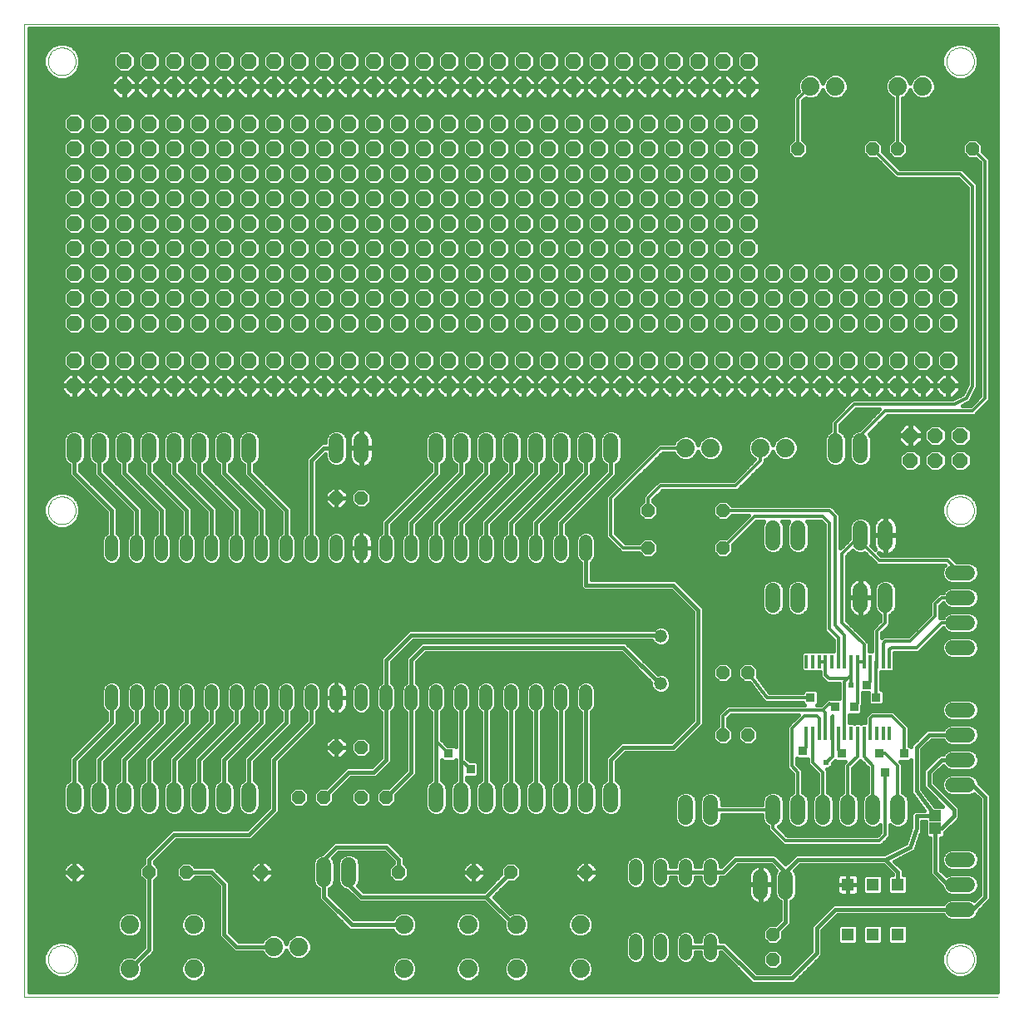
<source format=gtl>
G75*
%MOIN*%
%OFA0B0*%
%FSLAX24Y24*%
%IPPOS*%
%LPD*%
%AMOC8*
5,1,8,0,0,1.08239X$1,22.5*
%
%ADD10C,0.0000*%
%ADD11R,0.0137X0.0550*%
%ADD12C,0.0520*%
%ADD13OC8,0.0520*%
%ADD14C,0.0600*%
%ADD15C,0.0740*%
%ADD16R,0.0515X0.0515*%
%ADD17R,0.0500X0.0500*%
%ADD18C,0.0520*%
%ADD19OC8,0.0600*%
%ADD20OC8,0.0630*%
%ADD21C,0.0120*%
%ADD22C,0.0240*%
%ADD23R,0.0356X0.0356*%
%ADD24C,0.0160*%
D10*
X000180Y000180D02*
X000180Y039180D01*
X039180Y039180D01*
X037129Y037680D02*
X037131Y037727D01*
X037137Y037773D01*
X037147Y037819D01*
X037160Y037864D01*
X037178Y037907D01*
X037199Y037949D01*
X037223Y037989D01*
X037251Y038026D01*
X037282Y038061D01*
X037316Y038094D01*
X037352Y038123D01*
X037391Y038149D01*
X037432Y038172D01*
X037475Y038191D01*
X037519Y038207D01*
X037564Y038219D01*
X037610Y038227D01*
X037657Y038231D01*
X037703Y038231D01*
X037750Y038227D01*
X037796Y038219D01*
X037841Y038207D01*
X037885Y038191D01*
X037928Y038172D01*
X037969Y038149D01*
X038008Y038123D01*
X038044Y038094D01*
X038078Y038061D01*
X038109Y038026D01*
X038137Y037989D01*
X038161Y037949D01*
X038182Y037907D01*
X038200Y037864D01*
X038213Y037819D01*
X038223Y037773D01*
X038229Y037727D01*
X038231Y037680D01*
X038229Y037633D01*
X038223Y037587D01*
X038213Y037541D01*
X038200Y037496D01*
X038182Y037453D01*
X038161Y037411D01*
X038137Y037371D01*
X038109Y037334D01*
X038078Y037299D01*
X038044Y037266D01*
X038008Y037237D01*
X037969Y037211D01*
X037928Y037188D01*
X037885Y037169D01*
X037841Y037153D01*
X037796Y037141D01*
X037750Y037133D01*
X037703Y037129D01*
X037657Y037129D01*
X037610Y037133D01*
X037564Y037141D01*
X037519Y037153D01*
X037475Y037169D01*
X037432Y037188D01*
X037391Y037211D01*
X037352Y037237D01*
X037316Y037266D01*
X037282Y037299D01*
X037251Y037334D01*
X037223Y037371D01*
X037199Y037411D01*
X037178Y037453D01*
X037160Y037496D01*
X037147Y037541D01*
X037137Y037587D01*
X037131Y037633D01*
X037129Y037680D01*
X037129Y019680D02*
X037131Y019727D01*
X037137Y019773D01*
X037147Y019819D01*
X037160Y019864D01*
X037178Y019907D01*
X037199Y019949D01*
X037223Y019989D01*
X037251Y020026D01*
X037282Y020061D01*
X037316Y020094D01*
X037352Y020123D01*
X037391Y020149D01*
X037432Y020172D01*
X037475Y020191D01*
X037519Y020207D01*
X037564Y020219D01*
X037610Y020227D01*
X037657Y020231D01*
X037703Y020231D01*
X037750Y020227D01*
X037796Y020219D01*
X037841Y020207D01*
X037885Y020191D01*
X037928Y020172D01*
X037969Y020149D01*
X038008Y020123D01*
X038044Y020094D01*
X038078Y020061D01*
X038109Y020026D01*
X038137Y019989D01*
X038161Y019949D01*
X038182Y019907D01*
X038200Y019864D01*
X038213Y019819D01*
X038223Y019773D01*
X038229Y019727D01*
X038231Y019680D01*
X038229Y019633D01*
X038223Y019587D01*
X038213Y019541D01*
X038200Y019496D01*
X038182Y019453D01*
X038161Y019411D01*
X038137Y019371D01*
X038109Y019334D01*
X038078Y019299D01*
X038044Y019266D01*
X038008Y019237D01*
X037969Y019211D01*
X037928Y019188D01*
X037885Y019169D01*
X037841Y019153D01*
X037796Y019141D01*
X037750Y019133D01*
X037703Y019129D01*
X037657Y019129D01*
X037610Y019133D01*
X037564Y019141D01*
X037519Y019153D01*
X037475Y019169D01*
X037432Y019188D01*
X037391Y019211D01*
X037352Y019237D01*
X037316Y019266D01*
X037282Y019299D01*
X037251Y019334D01*
X037223Y019371D01*
X037199Y019411D01*
X037178Y019453D01*
X037160Y019496D01*
X037147Y019541D01*
X037137Y019587D01*
X037131Y019633D01*
X037129Y019680D01*
X037129Y001680D02*
X037131Y001727D01*
X037137Y001773D01*
X037147Y001819D01*
X037160Y001864D01*
X037178Y001907D01*
X037199Y001949D01*
X037223Y001989D01*
X037251Y002026D01*
X037282Y002061D01*
X037316Y002094D01*
X037352Y002123D01*
X037391Y002149D01*
X037432Y002172D01*
X037475Y002191D01*
X037519Y002207D01*
X037564Y002219D01*
X037610Y002227D01*
X037657Y002231D01*
X037703Y002231D01*
X037750Y002227D01*
X037796Y002219D01*
X037841Y002207D01*
X037885Y002191D01*
X037928Y002172D01*
X037969Y002149D01*
X038008Y002123D01*
X038044Y002094D01*
X038078Y002061D01*
X038109Y002026D01*
X038137Y001989D01*
X038161Y001949D01*
X038182Y001907D01*
X038200Y001864D01*
X038213Y001819D01*
X038223Y001773D01*
X038229Y001727D01*
X038231Y001680D01*
X038229Y001633D01*
X038223Y001587D01*
X038213Y001541D01*
X038200Y001496D01*
X038182Y001453D01*
X038161Y001411D01*
X038137Y001371D01*
X038109Y001334D01*
X038078Y001299D01*
X038044Y001266D01*
X038008Y001237D01*
X037969Y001211D01*
X037928Y001188D01*
X037885Y001169D01*
X037841Y001153D01*
X037796Y001141D01*
X037750Y001133D01*
X037703Y001129D01*
X037657Y001129D01*
X037610Y001133D01*
X037564Y001141D01*
X037519Y001153D01*
X037475Y001169D01*
X037432Y001188D01*
X037391Y001211D01*
X037352Y001237D01*
X037316Y001266D01*
X037282Y001299D01*
X037251Y001334D01*
X037223Y001371D01*
X037199Y001411D01*
X037178Y001453D01*
X037160Y001496D01*
X037147Y001541D01*
X037137Y001587D01*
X037131Y001633D01*
X037129Y001680D01*
X039180Y000180D02*
X000180Y000180D01*
X001129Y001680D02*
X001131Y001727D01*
X001137Y001773D01*
X001147Y001819D01*
X001160Y001864D01*
X001178Y001907D01*
X001199Y001949D01*
X001223Y001989D01*
X001251Y002026D01*
X001282Y002061D01*
X001316Y002094D01*
X001352Y002123D01*
X001391Y002149D01*
X001432Y002172D01*
X001475Y002191D01*
X001519Y002207D01*
X001564Y002219D01*
X001610Y002227D01*
X001657Y002231D01*
X001703Y002231D01*
X001750Y002227D01*
X001796Y002219D01*
X001841Y002207D01*
X001885Y002191D01*
X001928Y002172D01*
X001969Y002149D01*
X002008Y002123D01*
X002044Y002094D01*
X002078Y002061D01*
X002109Y002026D01*
X002137Y001989D01*
X002161Y001949D01*
X002182Y001907D01*
X002200Y001864D01*
X002213Y001819D01*
X002223Y001773D01*
X002229Y001727D01*
X002231Y001680D01*
X002229Y001633D01*
X002223Y001587D01*
X002213Y001541D01*
X002200Y001496D01*
X002182Y001453D01*
X002161Y001411D01*
X002137Y001371D01*
X002109Y001334D01*
X002078Y001299D01*
X002044Y001266D01*
X002008Y001237D01*
X001969Y001211D01*
X001928Y001188D01*
X001885Y001169D01*
X001841Y001153D01*
X001796Y001141D01*
X001750Y001133D01*
X001703Y001129D01*
X001657Y001129D01*
X001610Y001133D01*
X001564Y001141D01*
X001519Y001153D01*
X001475Y001169D01*
X001432Y001188D01*
X001391Y001211D01*
X001352Y001237D01*
X001316Y001266D01*
X001282Y001299D01*
X001251Y001334D01*
X001223Y001371D01*
X001199Y001411D01*
X001178Y001453D01*
X001160Y001496D01*
X001147Y001541D01*
X001137Y001587D01*
X001131Y001633D01*
X001129Y001680D01*
X001129Y019680D02*
X001131Y019727D01*
X001137Y019773D01*
X001147Y019819D01*
X001160Y019864D01*
X001178Y019907D01*
X001199Y019949D01*
X001223Y019989D01*
X001251Y020026D01*
X001282Y020061D01*
X001316Y020094D01*
X001352Y020123D01*
X001391Y020149D01*
X001432Y020172D01*
X001475Y020191D01*
X001519Y020207D01*
X001564Y020219D01*
X001610Y020227D01*
X001657Y020231D01*
X001703Y020231D01*
X001750Y020227D01*
X001796Y020219D01*
X001841Y020207D01*
X001885Y020191D01*
X001928Y020172D01*
X001969Y020149D01*
X002008Y020123D01*
X002044Y020094D01*
X002078Y020061D01*
X002109Y020026D01*
X002137Y019989D01*
X002161Y019949D01*
X002182Y019907D01*
X002200Y019864D01*
X002213Y019819D01*
X002223Y019773D01*
X002229Y019727D01*
X002231Y019680D01*
X002229Y019633D01*
X002223Y019587D01*
X002213Y019541D01*
X002200Y019496D01*
X002182Y019453D01*
X002161Y019411D01*
X002137Y019371D01*
X002109Y019334D01*
X002078Y019299D01*
X002044Y019266D01*
X002008Y019237D01*
X001969Y019211D01*
X001928Y019188D01*
X001885Y019169D01*
X001841Y019153D01*
X001796Y019141D01*
X001750Y019133D01*
X001703Y019129D01*
X001657Y019129D01*
X001610Y019133D01*
X001564Y019141D01*
X001519Y019153D01*
X001475Y019169D01*
X001432Y019188D01*
X001391Y019211D01*
X001352Y019237D01*
X001316Y019266D01*
X001282Y019299D01*
X001251Y019334D01*
X001223Y019371D01*
X001199Y019411D01*
X001178Y019453D01*
X001160Y019496D01*
X001147Y019541D01*
X001137Y019587D01*
X001131Y019633D01*
X001129Y019680D01*
X001129Y037680D02*
X001131Y037727D01*
X001137Y037773D01*
X001147Y037819D01*
X001160Y037864D01*
X001178Y037907D01*
X001199Y037949D01*
X001223Y037989D01*
X001251Y038026D01*
X001282Y038061D01*
X001316Y038094D01*
X001352Y038123D01*
X001391Y038149D01*
X001432Y038172D01*
X001475Y038191D01*
X001519Y038207D01*
X001564Y038219D01*
X001610Y038227D01*
X001657Y038231D01*
X001703Y038231D01*
X001750Y038227D01*
X001796Y038219D01*
X001841Y038207D01*
X001885Y038191D01*
X001928Y038172D01*
X001969Y038149D01*
X002008Y038123D01*
X002044Y038094D01*
X002078Y038061D01*
X002109Y038026D01*
X002137Y037989D01*
X002161Y037949D01*
X002182Y037907D01*
X002200Y037864D01*
X002213Y037819D01*
X002223Y037773D01*
X002229Y037727D01*
X002231Y037680D01*
X002229Y037633D01*
X002223Y037587D01*
X002213Y037541D01*
X002200Y037496D01*
X002182Y037453D01*
X002161Y037411D01*
X002137Y037371D01*
X002109Y037334D01*
X002078Y037299D01*
X002044Y037266D01*
X002008Y037237D01*
X001969Y037211D01*
X001928Y037188D01*
X001885Y037169D01*
X001841Y037153D01*
X001796Y037141D01*
X001750Y037133D01*
X001703Y037129D01*
X001657Y037129D01*
X001610Y037133D01*
X001564Y037141D01*
X001519Y037153D01*
X001475Y037169D01*
X001432Y037188D01*
X001391Y037211D01*
X001352Y037237D01*
X001316Y037266D01*
X001282Y037299D01*
X001251Y037334D01*
X001223Y037371D01*
X001199Y037411D01*
X001178Y037453D01*
X001160Y037496D01*
X001147Y037541D01*
X001137Y037587D01*
X001131Y037633D01*
X001129Y037680D01*
D11*
X031517Y013619D03*
X031773Y013619D03*
X032028Y013619D03*
X032284Y013619D03*
X032540Y013619D03*
X032796Y013619D03*
X033052Y013619D03*
X033308Y013619D03*
X033564Y013619D03*
X033820Y013619D03*
X034076Y013619D03*
X034332Y013619D03*
X034587Y013619D03*
X034843Y013619D03*
X034843Y010741D03*
X034587Y010741D03*
X034332Y010741D03*
X034076Y010741D03*
X033820Y010741D03*
X033564Y010741D03*
X033308Y010741D03*
X033052Y010741D03*
X032796Y010741D03*
X032540Y010741D03*
X032284Y010741D03*
X032028Y010741D03*
X031773Y010741D03*
X031517Y010741D03*
D12*
X027680Y005440D02*
X027680Y004920D01*
X026680Y004920D02*
X026680Y005440D01*
X025680Y005440D02*
X025680Y004920D01*
X024680Y004920D02*
X024680Y005440D01*
X024680Y002440D02*
X024680Y001920D01*
X025680Y001920D02*
X025680Y002440D01*
X026680Y002440D02*
X026680Y001920D01*
X027680Y001920D02*
X027680Y002440D01*
X022680Y011920D02*
X022680Y012440D01*
X021680Y012440D02*
X021680Y011920D01*
X020680Y011920D02*
X020680Y012440D01*
X019680Y012440D02*
X019680Y011920D01*
X018680Y011920D02*
X018680Y012440D01*
X017680Y012440D02*
X017680Y011920D01*
X016680Y011920D02*
X016680Y012440D01*
X015680Y012440D02*
X015680Y011920D01*
X014680Y011920D02*
X014680Y012440D01*
X013680Y012440D02*
X013680Y011920D01*
X012680Y011920D02*
X012680Y012440D01*
X011680Y012440D02*
X011680Y011920D01*
X010680Y011920D02*
X010680Y012440D01*
X009680Y012440D02*
X009680Y011920D01*
X008680Y011920D02*
X008680Y012440D01*
X007680Y012440D02*
X007680Y011920D01*
X006680Y011920D02*
X006680Y012440D01*
X005680Y012440D02*
X005680Y011920D01*
X004680Y011920D02*
X004680Y012440D01*
X003680Y012440D02*
X003680Y011920D01*
X003680Y017920D02*
X003680Y018440D01*
X004680Y018440D02*
X004680Y017920D01*
X005680Y017920D02*
X005680Y018440D01*
X006680Y018440D02*
X006680Y017920D01*
X007680Y017920D02*
X007680Y018440D01*
X008680Y018440D02*
X008680Y017920D01*
X009680Y017920D02*
X009680Y018440D01*
X010680Y018440D02*
X010680Y017920D01*
X011680Y017920D02*
X011680Y018440D01*
X012680Y018440D02*
X012680Y017920D01*
X013680Y017920D02*
X013680Y018440D01*
X014680Y018440D02*
X014680Y017920D01*
X015680Y017920D02*
X015680Y018440D01*
X016680Y018440D02*
X016680Y017920D01*
X017680Y017920D02*
X017680Y018440D01*
X018680Y018440D02*
X018680Y017920D01*
X019680Y017920D02*
X019680Y018440D01*
X020680Y018440D02*
X020680Y017920D01*
X021680Y017920D02*
X021680Y018440D01*
X022680Y018440D02*
X022680Y017920D01*
D13*
X025180Y018180D03*
X025180Y019680D03*
X028180Y019680D03*
X028180Y018180D03*
X028180Y013180D03*
X029180Y013180D03*
X029180Y010680D03*
X028180Y010680D03*
X022680Y005180D03*
X019680Y005180D03*
X018180Y005180D03*
X015180Y005180D03*
X014680Y008180D03*
X013680Y008180D03*
X012180Y008180D03*
X011180Y008180D03*
X012680Y010180D03*
X013680Y010180D03*
X009680Y005180D03*
X006680Y005180D03*
X005180Y005180D03*
X002180Y005180D03*
X012680Y020180D03*
X013680Y020180D03*
X031180Y034180D03*
X034180Y034180D03*
X035180Y034180D03*
X038180Y034180D03*
X030180Y002680D03*
X030180Y001680D03*
D14*
X029680Y004380D02*
X029680Y004980D01*
X030680Y004980D02*
X030680Y004380D01*
X030180Y007380D02*
X030180Y007980D01*
X031180Y007980D02*
X031180Y007380D01*
X032180Y007380D02*
X032180Y007980D01*
X033180Y007980D02*
X033180Y007380D01*
X034180Y007380D02*
X034180Y007980D01*
X035180Y007980D02*
X035180Y007380D01*
X037380Y008680D02*
X037980Y008680D01*
X037980Y009680D02*
X037380Y009680D01*
X037380Y010680D02*
X037980Y010680D01*
X037980Y011680D02*
X037380Y011680D01*
X037380Y014180D02*
X037980Y014180D01*
X037980Y015180D02*
X037380Y015180D01*
X037380Y016180D02*
X037980Y016180D01*
X037980Y017180D02*
X037380Y017180D01*
X034680Y016480D02*
X034680Y015880D01*
X033680Y015880D02*
X033680Y016480D01*
X033680Y018380D02*
X033680Y018980D01*
X034680Y018980D02*
X034680Y018380D01*
X031180Y018380D02*
X031180Y018980D01*
X030180Y018980D02*
X030180Y018380D01*
X030180Y016480D02*
X030180Y015880D01*
X031180Y015880D02*
X031180Y016480D01*
X032680Y021880D02*
X032680Y022480D01*
X033680Y022480D02*
X033680Y021880D01*
X023680Y021880D02*
X023680Y022480D01*
X022680Y022480D02*
X022680Y021880D01*
X021680Y021880D02*
X021680Y022480D01*
X020680Y022480D02*
X020680Y021880D01*
X019680Y021880D02*
X019680Y022480D01*
X018680Y022480D02*
X018680Y021880D01*
X017680Y021880D02*
X017680Y022480D01*
X016680Y022480D02*
X016680Y021880D01*
X013680Y021880D02*
X013680Y022480D01*
X012680Y022480D02*
X012680Y021880D01*
X009180Y021880D02*
X009180Y022480D01*
X008180Y022480D02*
X008180Y021880D01*
X007180Y021880D02*
X007180Y022480D01*
X006180Y022480D02*
X006180Y021880D01*
X005180Y021880D02*
X005180Y022480D01*
X004180Y022480D02*
X004180Y021880D01*
X003180Y021880D02*
X003180Y022480D01*
X002180Y022480D02*
X002180Y021880D01*
X002180Y008480D02*
X002180Y007880D01*
X003180Y007880D02*
X003180Y008480D01*
X004180Y008480D02*
X004180Y007880D01*
X005180Y007880D02*
X005180Y008480D01*
X006180Y008480D02*
X006180Y007880D01*
X007180Y007880D02*
X007180Y008480D01*
X008180Y008480D02*
X008180Y007880D01*
X009180Y007880D02*
X009180Y008480D01*
X012180Y005480D02*
X012180Y004880D01*
X013180Y004880D02*
X013180Y005480D01*
X016680Y007880D02*
X016680Y008480D01*
X017680Y008480D02*
X017680Y007880D01*
X018680Y007880D02*
X018680Y008480D01*
X019680Y008480D02*
X019680Y007880D01*
X020680Y007880D02*
X020680Y008480D01*
X021680Y008480D02*
X021680Y007880D01*
X022680Y007880D02*
X022680Y008480D01*
X023680Y008480D02*
X023680Y007880D01*
X026680Y007980D02*
X026680Y007380D01*
X027680Y007380D02*
X027680Y007980D01*
X037380Y005680D02*
X037980Y005680D01*
X037980Y004680D02*
X037380Y004680D01*
X037380Y003680D02*
X037980Y003680D01*
D15*
X022460Y003070D03*
X022460Y001290D03*
X019900Y001290D03*
X019900Y003070D03*
X017960Y003070D03*
X017960Y001290D03*
X015400Y001290D03*
X015400Y003070D03*
X011180Y002180D03*
X010180Y002180D03*
X006960Y001290D03*
X006960Y003070D03*
X004400Y003070D03*
X004400Y001290D03*
X026680Y022180D03*
X027680Y022180D03*
X029680Y022180D03*
X030680Y022180D03*
X031680Y036680D03*
X032680Y036680D03*
X035180Y036680D03*
X036180Y036680D03*
D16*
X035180Y004680D03*
X034180Y004680D03*
X033180Y004680D03*
X033180Y002680D03*
X034180Y002680D03*
X035180Y002680D03*
D17*
X036680Y006930D03*
X036680Y007430D03*
D18*
X025680Y012730D03*
X025680Y014630D03*
D19*
X035680Y021680D03*
X035680Y022680D03*
X036680Y022680D03*
X036680Y021680D03*
X037680Y021680D03*
X037680Y022680D03*
D20*
X037180Y024680D03*
X037180Y025680D03*
X036180Y025680D03*
X035180Y025680D03*
X035180Y024680D03*
X036180Y024680D03*
X034180Y024680D03*
X034180Y025680D03*
X033180Y025680D03*
X032180Y025680D03*
X032180Y024680D03*
X033180Y024680D03*
X031180Y024680D03*
X030180Y024680D03*
X030180Y025680D03*
X031180Y025680D03*
X031180Y027180D03*
X031180Y028180D03*
X030180Y028180D03*
X030180Y027180D03*
X029180Y027180D03*
X029180Y028180D03*
X028180Y028180D03*
X028180Y027180D03*
X027180Y027180D03*
X027180Y028180D03*
X026180Y028180D03*
X026180Y027180D03*
X025180Y027180D03*
X025180Y028180D03*
X024180Y028180D03*
X024180Y027180D03*
X023180Y027180D03*
X023180Y028180D03*
X022180Y028180D03*
X022180Y027180D03*
X021180Y027180D03*
X021180Y028180D03*
X020180Y028180D03*
X020180Y027180D03*
X019180Y027180D03*
X019180Y028180D03*
X018180Y028180D03*
X018180Y027180D03*
X017180Y027180D03*
X017180Y028180D03*
X017180Y029180D03*
X017180Y030180D03*
X017180Y031180D03*
X017180Y032180D03*
X017180Y033180D03*
X017180Y034180D03*
X017180Y035180D03*
X016180Y035180D03*
X015180Y035180D03*
X015180Y034180D03*
X015180Y033180D03*
X016180Y033180D03*
X016180Y034180D03*
X016180Y032180D03*
X016180Y031180D03*
X015180Y031180D03*
X015180Y032180D03*
X014180Y032180D03*
X014180Y031180D03*
X013180Y031180D03*
X013180Y032180D03*
X013180Y033180D03*
X013180Y034180D03*
X014180Y034180D03*
X014180Y033180D03*
X014180Y035180D03*
X013180Y035180D03*
X012180Y035180D03*
X011180Y035180D03*
X011180Y034180D03*
X011180Y033180D03*
X012180Y033180D03*
X012180Y034180D03*
X012180Y032180D03*
X012180Y031180D03*
X011180Y031180D03*
X011180Y032180D03*
X010180Y032180D03*
X010180Y031180D03*
X009180Y031180D03*
X009180Y032180D03*
X009180Y033180D03*
X009180Y034180D03*
X010180Y034180D03*
X010180Y033180D03*
X010180Y035180D03*
X009180Y035180D03*
X008180Y035180D03*
X007180Y035180D03*
X007180Y034180D03*
X007180Y033180D03*
X008180Y033180D03*
X008180Y034180D03*
X008180Y032180D03*
X008180Y031180D03*
X007180Y031180D03*
X007180Y032180D03*
X006180Y032180D03*
X006180Y031180D03*
X005180Y031180D03*
X005180Y032180D03*
X005180Y033180D03*
X005180Y034180D03*
X006180Y034180D03*
X006180Y033180D03*
X006180Y035180D03*
X005180Y035180D03*
X004180Y035180D03*
X003180Y035180D03*
X003180Y034180D03*
X003180Y033180D03*
X004180Y033180D03*
X004180Y034180D03*
X004180Y032180D03*
X004180Y031180D03*
X003180Y031180D03*
X003180Y032180D03*
X002180Y032180D03*
X002180Y031180D03*
X002180Y030180D03*
X002180Y029180D03*
X002180Y028180D03*
X002180Y027180D03*
X003180Y027180D03*
X003180Y028180D03*
X004180Y028180D03*
X004180Y027180D03*
X005180Y027180D03*
X005180Y028180D03*
X006180Y028180D03*
X006180Y027180D03*
X007180Y027180D03*
X007180Y028180D03*
X008180Y028180D03*
X008180Y027180D03*
X009180Y027180D03*
X009180Y028180D03*
X010180Y028180D03*
X010180Y027180D03*
X011180Y027180D03*
X011180Y028180D03*
X012180Y028180D03*
X012180Y027180D03*
X013180Y027180D03*
X013180Y028180D03*
X014180Y028180D03*
X014180Y027180D03*
X015180Y027180D03*
X015180Y028180D03*
X016180Y028180D03*
X016180Y027180D03*
X016180Y025680D03*
X015180Y025680D03*
X015180Y024680D03*
X016180Y024680D03*
X017180Y024680D03*
X017180Y025680D03*
X018180Y025680D03*
X019180Y025680D03*
X019180Y024680D03*
X018180Y024680D03*
X020180Y024680D03*
X021180Y024680D03*
X021180Y025680D03*
X020180Y025680D03*
X022180Y025680D03*
X023180Y025680D03*
X023180Y024680D03*
X022180Y024680D03*
X024180Y024680D03*
X025180Y024680D03*
X025180Y025680D03*
X024180Y025680D03*
X026180Y025680D03*
X027180Y025680D03*
X027180Y024680D03*
X026180Y024680D03*
X028180Y024680D03*
X029180Y024680D03*
X029180Y025680D03*
X028180Y025680D03*
X028180Y029180D03*
X028180Y030180D03*
X029180Y030180D03*
X029180Y029180D03*
X030180Y029180D03*
X031180Y029180D03*
X032180Y029180D03*
X033180Y029180D03*
X033180Y028180D03*
X033180Y027180D03*
X032180Y027180D03*
X032180Y028180D03*
X034180Y028180D03*
X034180Y027180D03*
X035180Y027180D03*
X035180Y028180D03*
X036180Y028180D03*
X036180Y027180D03*
X037180Y027180D03*
X037180Y028180D03*
X037180Y029180D03*
X036180Y029180D03*
X035180Y029180D03*
X034180Y029180D03*
X029180Y031180D03*
X029180Y032180D03*
X028180Y032180D03*
X028180Y031180D03*
X027180Y031180D03*
X027180Y032180D03*
X026180Y032180D03*
X026180Y031180D03*
X026180Y030180D03*
X026180Y029180D03*
X027180Y029180D03*
X027180Y030180D03*
X025180Y030180D03*
X025180Y029180D03*
X024180Y029180D03*
X024180Y030180D03*
X024180Y031180D03*
X024180Y032180D03*
X025180Y032180D03*
X025180Y031180D03*
X025180Y033180D03*
X025180Y034180D03*
X024180Y034180D03*
X024180Y033180D03*
X023180Y033180D03*
X023180Y034180D03*
X022180Y034180D03*
X022180Y033180D03*
X022180Y032180D03*
X022180Y031180D03*
X023180Y031180D03*
X023180Y032180D03*
X023180Y030180D03*
X023180Y029180D03*
X022180Y029180D03*
X022180Y030180D03*
X021180Y030180D03*
X021180Y029180D03*
X020180Y029180D03*
X020180Y030180D03*
X020180Y031180D03*
X020180Y032180D03*
X021180Y032180D03*
X021180Y031180D03*
X021180Y033180D03*
X021180Y034180D03*
X020180Y034180D03*
X020180Y033180D03*
X019180Y033180D03*
X019180Y034180D03*
X018180Y034180D03*
X018180Y033180D03*
X018180Y032180D03*
X018180Y031180D03*
X019180Y031180D03*
X019180Y032180D03*
X019180Y030180D03*
X019180Y029180D03*
X018180Y029180D03*
X018180Y030180D03*
X016180Y030180D03*
X016180Y029180D03*
X015180Y029180D03*
X015180Y030180D03*
X014180Y030180D03*
X014180Y029180D03*
X013180Y029180D03*
X013180Y030180D03*
X012180Y030180D03*
X012180Y029180D03*
X011180Y029180D03*
X011180Y030180D03*
X010180Y030180D03*
X010180Y029180D03*
X009180Y029180D03*
X009180Y030180D03*
X008180Y030180D03*
X008180Y029180D03*
X007180Y029180D03*
X007180Y030180D03*
X006180Y030180D03*
X006180Y029180D03*
X005180Y029180D03*
X005180Y030180D03*
X004180Y030180D03*
X004180Y029180D03*
X003180Y029180D03*
X003180Y030180D03*
X002180Y033180D03*
X002180Y034180D03*
X002180Y035180D03*
X004180Y036680D03*
X004180Y037680D03*
X005180Y037680D03*
X005180Y036680D03*
X006180Y036680D03*
X006180Y037680D03*
X007180Y037680D03*
X007180Y036680D03*
X008180Y036680D03*
X008180Y037680D03*
X009180Y037680D03*
X009180Y036680D03*
X010180Y036680D03*
X010180Y037680D03*
X011180Y037680D03*
X011180Y036680D03*
X012180Y036680D03*
X012180Y037680D03*
X013180Y037680D03*
X013180Y036680D03*
X014180Y036680D03*
X014180Y037680D03*
X015180Y037680D03*
X015180Y036680D03*
X016180Y036680D03*
X016180Y037680D03*
X017180Y037680D03*
X017180Y036680D03*
X018180Y036680D03*
X018180Y037680D03*
X019180Y037680D03*
X019180Y036680D03*
X020180Y036680D03*
X020180Y037680D03*
X021180Y037680D03*
X021180Y036680D03*
X022180Y036680D03*
X022180Y037680D03*
X023180Y037680D03*
X023180Y036680D03*
X024180Y036680D03*
X024180Y037680D03*
X025180Y037680D03*
X025180Y036680D03*
X026180Y036680D03*
X026180Y037680D03*
X027180Y037680D03*
X027180Y036680D03*
X028180Y036680D03*
X028180Y037680D03*
X029180Y037680D03*
X029180Y036680D03*
X029180Y035180D03*
X028180Y035180D03*
X028180Y034180D03*
X028180Y033180D03*
X029180Y033180D03*
X029180Y034180D03*
X027180Y034180D03*
X027180Y033180D03*
X026180Y033180D03*
X026180Y034180D03*
X026180Y035180D03*
X027180Y035180D03*
X025180Y035180D03*
X024180Y035180D03*
X023180Y035180D03*
X022180Y035180D03*
X021180Y035180D03*
X020180Y035180D03*
X019180Y035180D03*
X018180Y035180D03*
X014180Y025680D03*
X013180Y025680D03*
X013180Y024680D03*
X014180Y024680D03*
X012180Y024680D03*
X011180Y024680D03*
X011180Y025680D03*
X012180Y025680D03*
X010180Y025680D03*
X009180Y025680D03*
X009180Y024680D03*
X010180Y024680D03*
X008180Y024680D03*
X007180Y024680D03*
X007180Y025680D03*
X008180Y025680D03*
X006180Y025680D03*
X005180Y025680D03*
X005180Y024680D03*
X006180Y024680D03*
X004180Y024680D03*
X003180Y024680D03*
X003180Y025680D03*
X004180Y025680D03*
X002180Y025680D03*
X002180Y024680D03*
D21*
X016680Y012180D02*
X016680Y010430D01*
X017180Y009930D01*
X017680Y009680D02*
X018055Y009305D01*
X017680Y009680D02*
X017680Y012180D01*
X023680Y018680D02*
X024180Y018180D01*
X025180Y018180D01*
X025180Y019680D02*
X025180Y020180D01*
X025680Y020680D01*
X028680Y020680D01*
X029680Y021680D01*
X029680Y022180D01*
X028180Y019680D02*
X032430Y019680D01*
X032680Y019430D01*
X032680Y015055D01*
X033052Y014683D01*
X033052Y013619D01*
X032796Y013619D02*
X032796Y014564D01*
X032430Y014930D01*
X032430Y019180D01*
X032180Y019430D01*
X029430Y019430D01*
X028180Y018180D01*
X026680Y022180D02*
X025680Y022180D01*
X023680Y020180D01*
X023680Y018680D01*
X029180Y013180D02*
X029930Y012180D01*
X031680Y012180D01*
X032180Y011680D02*
X032430Y011930D01*
X032680Y011805D01*
X032555Y011430D02*
X032555Y009805D01*
X032305Y009555D01*
X032180Y009180D02*
X032180Y007680D01*
X033180Y007680D02*
X033180Y009430D01*
X033564Y009814D01*
X033564Y010741D01*
X033820Y010741D02*
X033820Y009790D01*
X034180Y009430D01*
X034180Y007680D01*
X035180Y007680D02*
X035180Y009430D01*
X034680Y009930D01*
X034430Y009930D01*
X034680Y009180D02*
X034680Y006680D01*
X034430Y006430D01*
X030680Y006430D01*
X030180Y006930D01*
X030180Y007680D01*
X027680Y007680D01*
X028180Y010680D02*
X028180Y011430D01*
X028430Y011680D01*
X032180Y011680D01*
X032284Y011576D01*
X032284Y010741D01*
X032028Y010741D02*
X032028Y011332D01*
X031930Y011430D01*
X031430Y011430D01*
X030930Y010930D01*
X030930Y009430D01*
X031180Y009180D01*
X031180Y007680D01*
X032180Y009180D02*
X031773Y009587D01*
X031773Y010741D01*
X031517Y010741D02*
X031505Y010729D01*
X031505Y010155D01*
X031380Y010030D01*
X032540Y010741D02*
X032540Y011415D01*
X032555Y011430D01*
X032796Y010741D02*
X032796Y010064D01*
X032930Y009930D01*
X033052Y010741D02*
X033052Y012802D01*
X033180Y012930D01*
X032430Y012930D01*
X032284Y013076D01*
X032284Y013619D01*
X032028Y013619D01*
X033180Y012930D02*
X033308Y013058D01*
X033308Y013619D01*
X033308Y012683D01*
X033305Y012680D01*
X033930Y012680D02*
X034076Y012826D01*
X034076Y013619D01*
X034305Y013593D02*
X034332Y013619D01*
X034332Y014832D01*
X034680Y015180D01*
X034680Y016180D01*
X034430Y017680D02*
X037180Y017680D01*
X037680Y017180D01*
X037680Y016180D02*
X036930Y016180D01*
X036680Y015930D01*
X036680Y015430D01*
X035680Y014430D01*
X034680Y014430D01*
X034587Y014337D01*
X034587Y013619D01*
X034843Y013619D02*
X034843Y014093D01*
X034930Y014180D01*
X035930Y014180D01*
X036930Y015180D01*
X037680Y015180D01*
X034430Y017680D02*
X033680Y018430D01*
X033680Y018680D01*
X032930Y017930D01*
X032930Y015180D01*
X033820Y014290D01*
X033820Y013619D01*
X033564Y013619D01*
X033564Y011939D01*
X033430Y011805D01*
X034076Y011326D02*
X034076Y010741D01*
X034076Y011326D02*
X034180Y011430D01*
X034930Y011430D01*
X035430Y010930D01*
X035430Y009930D01*
X034305Y012180D02*
X034305Y013593D01*
X034055Y012805D02*
X033930Y012680D01*
X033680Y022180D02*
X033680Y022680D01*
X034680Y023680D01*
X038180Y023680D01*
X038680Y024180D01*
X038680Y033680D01*
X038180Y034180D01*
X037680Y033180D02*
X038180Y032680D01*
X038180Y024680D01*
X037930Y024180D01*
X037430Y023930D01*
X033430Y023930D01*
X032680Y023180D01*
X032680Y022180D01*
X035180Y033180D02*
X037680Y033180D01*
X035180Y033180D02*
X034180Y034180D01*
X035180Y034180D02*
X035180Y036680D01*
X031680Y036680D02*
X031180Y036180D01*
X031180Y034180D01*
D22*
X033305Y012680D03*
X032305Y009555D03*
D23*
X032930Y009930D03*
X034430Y009930D03*
X034680Y009180D03*
X035430Y009930D03*
X034305Y012180D03*
X033930Y012680D03*
X033430Y011805D03*
X032680Y011805D03*
X031680Y012180D03*
X031380Y010030D03*
X018055Y009305D03*
X017180Y009930D03*
D24*
X017145Y010248D02*
X016900Y010493D01*
X016900Y011578D01*
X016907Y011581D01*
X017019Y011693D01*
X017080Y011840D01*
X017080Y012520D01*
X017019Y012667D01*
X016907Y012779D01*
X016760Y012840D01*
X016600Y012840D01*
X016453Y012779D01*
X016341Y012667D01*
X016280Y012520D01*
X016280Y011840D01*
X016341Y011693D01*
X016453Y011581D01*
X016460Y011578D01*
X016460Y008865D01*
X016431Y008853D01*
X016307Y008729D01*
X016240Y008568D01*
X016240Y007792D01*
X016307Y007631D01*
X016431Y007507D01*
X016592Y007440D01*
X016768Y007440D01*
X016929Y007507D01*
X017053Y007631D01*
X017120Y007792D01*
X017120Y008568D01*
X017053Y008729D01*
X016929Y008853D01*
X016900Y008865D01*
X016900Y009656D01*
X016944Y009612D01*
X017416Y009612D01*
X017460Y009656D01*
X017460Y008865D01*
X017431Y008853D01*
X017307Y008729D01*
X017240Y008568D01*
X017240Y007792D01*
X017307Y007631D01*
X017431Y007507D01*
X017592Y007440D01*
X017768Y007440D01*
X017929Y007507D01*
X018053Y007631D01*
X018120Y007792D01*
X018120Y008568D01*
X018053Y008729D01*
X017929Y008853D01*
X017900Y008865D01*
X017900Y008987D01*
X018291Y008987D01*
X018373Y009069D01*
X018373Y009541D01*
X018291Y009623D01*
X018020Y009623D01*
X017900Y009743D01*
X017900Y011578D01*
X017907Y011581D01*
X018019Y011693D01*
X018080Y011840D01*
X018080Y012520D01*
X018019Y012667D01*
X017907Y012779D01*
X017760Y012840D01*
X017600Y012840D01*
X017453Y012779D01*
X017341Y012667D01*
X017280Y012520D01*
X017280Y011840D01*
X017341Y011693D01*
X017453Y011581D01*
X017460Y011578D01*
X017460Y010204D01*
X017416Y010248D01*
X017145Y010248D01*
X017069Y010324D02*
X017460Y010324D01*
X017460Y010483D02*
X016910Y010483D01*
X016900Y010641D02*
X017460Y010641D01*
X017460Y010800D02*
X016900Y010800D01*
X016900Y010958D02*
X017460Y010958D01*
X017460Y011117D02*
X016900Y011117D01*
X016900Y011275D02*
X017460Y011275D01*
X017460Y011434D02*
X016900Y011434D01*
X016918Y011592D02*
X017442Y011592D01*
X017317Y011751D02*
X017043Y011751D01*
X017080Y011909D02*
X017280Y011909D01*
X017280Y012068D02*
X017080Y012068D01*
X017080Y012226D02*
X017280Y012226D01*
X017280Y012385D02*
X017080Y012385D01*
X017070Y012543D02*
X017290Y012543D01*
X017376Y012702D02*
X016984Y012702D01*
X016376Y012702D02*
X015984Y012702D01*
X016019Y012667D02*
X015907Y012779D01*
X015900Y012782D01*
X015900Y013589D01*
X016271Y013960D01*
X024089Y013960D01*
X025280Y012769D01*
X025280Y012650D01*
X025341Y012503D01*
X025453Y012391D01*
X025600Y012330D01*
X025760Y012330D01*
X025907Y012391D01*
X026019Y012503D01*
X026080Y012650D01*
X026080Y012810D01*
X026019Y012957D01*
X025907Y013069D01*
X025760Y013130D01*
X025600Y013130D01*
X025558Y013113D01*
X024400Y014271D01*
X024271Y014400D01*
X016089Y014400D01*
X015589Y013900D01*
X015460Y013771D01*
X015460Y012782D01*
X015453Y012779D01*
X015341Y012667D01*
X015280Y012520D01*
X015280Y011840D01*
X015341Y011693D01*
X015453Y011581D01*
X015460Y011578D01*
X015460Y009271D01*
X014769Y008580D01*
X014514Y008580D01*
X014280Y008346D01*
X014280Y008014D01*
X014514Y007780D01*
X014846Y007780D01*
X015080Y008014D01*
X015080Y008269D01*
X015900Y009089D01*
X015900Y011578D01*
X015907Y011581D01*
X016019Y011693D01*
X016080Y011840D01*
X016080Y012520D01*
X016019Y012667D01*
X016070Y012543D02*
X016290Y012543D01*
X016280Y012385D02*
X016080Y012385D01*
X016080Y012226D02*
X016280Y012226D01*
X016280Y012068D02*
X016080Y012068D01*
X016080Y011909D02*
X016280Y011909D01*
X016317Y011751D02*
X016043Y011751D01*
X015918Y011592D02*
X016442Y011592D01*
X016460Y011434D02*
X015900Y011434D01*
X015900Y011275D02*
X016460Y011275D01*
X016460Y011117D02*
X015900Y011117D01*
X015900Y010958D02*
X016460Y010958D01*
X016460Y010800D02*
X015900Y010800D01*
X015900Y010641D02*
X016460Y010641D01*
X016460Y010483D02*
X015900Y010483D01*
X015900Y010324D02*
X016460Y010324D01*
X016460Y010166D02*
X015900Y010166D01*
X015900Y010007D02*
X016460Y010007D01*
X016460Y009849D02*
X015900Y009849D01*
X015900Y009690D02*
X016460Y009690D01*
X016460Y009532D02*
X015900Y009532D01*
X015900Y009373D02*
X016460Y009373D01*
X016460Y009215D02*
X015900Y009215D01*
X015867Y009056D02*
X016460Y009056D01*
X016460Y008898D02*
X015709Y008898D01*
X015550Y008739D02*
X016317Y008739D01*
X016245Y008581D02*
X015392Y008581D01*
X015233Y008422D02*
X016240Y008422D01*
X016240Y008264D02*
X015080Y008264D01*
X015080Y008105D02*
X016240Y008105D01*
X016240Y007947D02*
X015012Y007947D01*
X014854Y007788D02*
X016242Y007788D01*
X016308Y007630D02*
X010400Y007630D01*
X010400Y007589D02*
X010400Y009589D01*
X011900Y011089D01*
X011900Y011578D01*
X011907Y011581D01*
X012019Y011693D01*
X012080Y011840D01*
X012080Y012520D01*
X012019Y012667D01*
X011907Y012779D01*
X011760Y012840D01*
X011600Y012840D01*
X011453Y012779D01*
X011341Y012667D01*
X011280Y012520D01*
X011280Y011840D01*
X011341Y011693D01*
X011453Y011581D01*
X011460Y011578D01*
X011460Y011271D01*
X010089Y009900D01*
X009960Y009771D01*
X009960Y007771D01*
X009089Y006900D01*
X006089Y006900D01*
X005089Y005900D01*
X004960Y005771D01*
X004960Y005526D01*
X004780Y005346D01*
X004780Y005014D01*
X004960Y004834D01*
X004960Y002161D01*
X004570Y001771D01*
X004501Y001800D01*
X004299Y001800D01*
X004111Y001722D01*
X003968Y001579D01*
X003890Y001391D01*
X003890Y001189D01*
X003968Y001001D01*
X004111Y000858D01*
X004299Y000780D01*
X004501Y000780D01*
X004689Y000858D01*
X004832Y001001D01*
X004910Y001189D01*
X004910Y001391D01*
X004881Y001460D01*
X005400Y001979D01*
X005400Y004834D01*
X005580Y005014D01*
X005580Y005346D01*
X005400Y005526D01*
X005400Y005589D01*
X006271Y006460D01*
X009271Y006460D01*
X009400Y006589D01*
X010400Y007589D01*
X010282Y007471D02*
X016518Y007471D01*
X016842Y007471D02*
X017518Y007471D01*
X017308Y007630D02*
X017052Y007630D01*
X017118Y007788D02*
X017242Y007788D01*
X017240Y007947D02*
X017120Y007947D01*
X017120Y008105D02*
X017240Y008105D01*
X017240Y008264D02*
X017120Y008264D01*
X017120Y008422D02*
X017240Y008422D01*
X017245Y008581D02*
X017115Y008581D01*
X017043Y008739D02*
X017317Y008739D01*
X017460Y008898D02*
X016900Y008898D01*
X016900Y009056D02*
X017460Y009056D01*
X017460Y009215D02*
X016900Y009215D01*
X016900Y009373D02*
X017460Y009373D01*
X017460Y009532D02*
X016900Y009532D01*
X017900Y009849D02*
X018460Y009849D01*
X018460Y010007D02*
X017900Y010007D01*
X017900Y010166D02*
X018460Y010166D01*
X018460Y010324D02*
X017900Y010324D01*
X017900Y010483D02*
X018460Y010483D01*
X018460Y010641D02*
X017900Y010641D01*
X017900Y010800D02*
X018460Y010800D01*
X018460Y010958D02*
X017900Y010958D01*
X017900Y011117D02*
X018460Y011117D01*
X018460Y011275D02*
X017900Y011275D01*
X017900Y011434D02*
X018460Y011434D01*
X018460Y011578D02*
X018460Y008865D01*
X018431Y008853D01*
X018307Y008729D01*
X018240Y008568D01*
X018240Y007792D01*
X018307Y007631D01*
X018431Y007507D01*
X018592Y007440D01*
X018768Y007440D01*
X018929Y007507D01*
X019053Y007631D01*
X019120Y007792D01*
X019120Y008568D01*
X019053Y008729D01*
X018929Y008853D01*
X018900Y008865D01*
X018900Y011578D01*
X018907Y011581D01*
X019019Y011693D01*
X019080Y011840D01*
X019080Y012520D01*
X019019Y012667D01*
X018907Y012779D01*
X018760Y012840D01*
X018600Y012840D01*
X018453Y012779D01*
X018341Y012667D01*
X018280Y012520D01*
X018280Y011840D01*
X018341Y011693D01*
X018453Y011581D01*
X018460Y011578D01*
X018442Y011592D02*
X017918Y011592D01*
X018043Y011751D02*
X018317Y011751D01*
X018280Y011909D02*
X018080Y011909D01*
X018080Y012068D02*
X018280Y012068D01*
X018280Y012226D02*
X018080Y012226D01*
X018080Y012385D02*
X018280Y012385D01*
X018290Y012543D02*
X018070Y012543D01*
X017984Y012702D02*
X018376Y012702D01*
X018680Y012180D02*
X018680Y008180D01*
X019120Y008105D02*
X019240Y008105D01*
X019240Y007947D02*
X019120Y007947D01*
X019118Y007788D02*
X019242Y007788D01*
X019240Y007792D02*
X019307Y007631D01*
X019431Y007507D01*
X019592Y007440D01*
X019768Y007440D01*
X019929Y007507D01*
X020053Y007631D01*
X020120Y007792D01*
X020120Y008568D01*
X020053Y008729D01*
X019929Y008853D01*
X019900Y008865D01*
X019900Y011578D01*
X019907Y011581D01*
X020019Y011693D01*
X020080Y011840D01*
X020080Y012520D01*
X020019Y012667D01*
X019907Y012779D01*
X019760Y012840D01*
X019600Y012840D01*
X019453Y012779D01*
X019341Y012667D01*
X019280Y012520D01*
X019280Y011840D01*
X019341Y011693D01*
X019453Y011581D01*
X019460Y011578D01*
X019460Y008865D01*
X019431Y008853D01*
X019307Y008729D01*
X019240Y008568D01*
X019240Y007792D01*
X019308Y007630D02*
X019052Y007630D01*
X018842Y007471D02*
X019518Y007471D01*
X019842Y007471D02*
X020518Y007471D01*
X020592Y007440D02*
X020431Y007507D01*
X020307Y007631D01*
X020240Y007792D01*
X020240Y008568D01*
X020307Y008729D01*
X020431Y008853D01*
X020460Y008865D01*
X020460Y011578D01*
X020453Y011581D01*
X020341Y011693D01*
X020280Y011840D01*
X020280Y012520D01*
X020341Y012667D01*
X020453Y012779D01*
X020600Y012840D01*
X020760Y012840D01*
X020907Y012779D01*
X021019Y012667D01*
X021080Y012520D01*
X021080Y011840D01*
X021019Y011693D01*
X020907Y011581D01*
X020900Y011578D01*
X020900Y008865D01*
X020929Y008853D01*
X021053Y008729D01*
X021120Y008568D01*
X021120Y007792D01*
X021053Y007631D01*
X020929Y007507D01*
X020768Y007440D01*
X020592Y007440D01*
X020842Y007471D02*
X021518Y007471D01*
X021592Y007440D02*
X021768Y007440D01*
X021929Y007507D01*
X022053Y007631D01*
X022120Y007792D01*
X022120Y008568D01*
X022053Y008729D01*
X021929Y008853D01*
X021900Y008865D01*
X021900Y011578D01*
X021907Y011581D01*
X022019Y011693D01*
X022080Y011840D01*
X022080Y012520D01*
X022019Y012667D01*
X021907Y012779D01*
X021760Y012840D01*
X021600Y012840D01*
X021453Y012779D01*
X021341Y012667D01*
X021280Y012520D01*
X021280Y011840D01*
X021341Y011693D01*
X021453Y011581D01*
X021460Y011578D01*
X021460Y008865D01*
X021431Y008853D01*
X021307Y008729D01*
X021240Y008568D01*
X021240Y007792D01*
X021307Y007631D01*
X021431Y007507D01*
X021592Y007440D01*
X021842Y007471D02*
X022518Y007471D01*
X022592Y007440D02*
X022431Y007507D01*
X022307Y007631D01*
X022240Y007792D01*
X022240Y008568D01*
X022307Y008729D01*
X022431Y008853D01*
X022460Y008865D01*
X022460Y011578D01*
X022453Y011581D01*
X022341Y011693D01*
X022280Y011840D01*
X022280Y012520D01*
X022341Y012667D01*
X022453Y012779D01*
X022600Y012840D01*
X022760Y012840D01*
X022907Y012779D01*
X023019Y012667D01*
X023080Y012520D01*
X023080Y011840D01*
X023019Y011693D01*
X022907Y011581D01*
X022900Y011578D01*
X022900Y008865D01*
X022929Y008853D01*
X023053Y008729D01*
X023120Y008568D01*
X023120Y007792D01*
X023053Y007631D01*
X022929Y007507D01*
X022768Y007440D01*
X022592Y007440D01*
X022842Y007471D02*
X023518Y007471D01*
X023592Y007440D02*
X023768Y007440D01*
X023929Y007507D01*
X024053Y007631D01*
X024120Y007792D01*
X024120Y008568D01*
X024053Y008729D01*
X023929Y008853D01*
X023900Y008865D01*
X023900Y009589D01*
X024271Y009960D01*
X026271Y009960D01*
X026400Y010089D01*
X027400Y011089D01*
X027400Y015771D01*
X027271Y015900D01*
X026271Y016900D01*
X022900Y016900D01*
X022900Y017578D01*
X022907Y017581D01*
X023019Y017693D01*
X023080Y017840D01*
X023080Y018520D01*
X023019Y018667D01*
X022907Y018779D01*
X022760Y018840D01*
X022600Y018840D01*
X022453Y018779D01*
X022341Y018667D01*
X022280Y018520D01*
X022280Y017840D01*
X022341Y017693D01*
X022453Y017581D01*
X022460Y017578D01*
X022460Y016589D01*
X022589Y016460D01*
X026089Y016460D01*
X026960Y015589D01*
X026960Y011271D01*
X026089Y010400D01*
X024089Y010400D01*
X023589Y009900D01*
X023460Y009771D01*
X023460Y008865D01*
X023431Y008853D01*
X023307Y008729D01*
X023240Y008568D01*
X023240Y007792D01*
X023307Y007631D01*
X023431Y007507D01*
X023592Y007440D01*
X023842Y007471D02*
X026240Y007471D01*
X026240Y007313D02*
X010124Y007313D01*
X009965Y007154D02*
X026297Y007154D01*
X026307Y007131D02*
X026431Y007007D01*
X026592Y006940D01*
X026768Y006940D01*
X026929Y007007D01*
X027053Y007131D01*
X027120Y007292D01*
X027120Y008068D01*
X027053Y008229D01*
X026929Y008353D01*
X026768Y008420D01*
X026592Y008420D01*
X026431Y008353D01*
X026307Y008229D01*
X026240Y008068D01*
X026240Y007292D01*
X026307Y007131D01*
X026458Y006996D02*
X009807Y006996D01*
X009648Y006837D02*
X029990Y006837D01*
X029980Y006847D02*
X030097Y006730D01*
X030597Y006230D01*
X034513Y006230D01*
X034630Y006347D01*
X034880Y006597D01*
X034880Y007058D01*
X034931Y007007D01*
X035092Y006940D01*
X035268Y006940D01*
X035429Y007007D01*
X035553Y007131D01*
X035620Y007292D01*
X035620Y008068D01*
X035553Y008229D01*
X035429Y008353D01*
X035380Y008373D01*
X035380Y009513D01*
X035281Y009612D01*
X035666Y009612D01*
X035710Y009656D01*
X035710Y008446D01*
X035699Y008371D01*
X035710Y008357D01*
X035710Y008339D01*
X035763Y008285D01*
X036240Y007650D01*
X035839Y007650D01*
X035710Y007521D01*
X035710Y006966D01*
X035500Y006336D01*
X034628Y005900D01*
X031089Y005900D01*
X030960Y005771D01*
X030680Y005491D01*
X030271Y005900D01*
X028589Y005900D01*
X028460Y005771D01*
X028089Y005400D01*
X028080Y005400D01*
X028080Y005520D01*
X028019Y005667D01*
X027907Y005779D01*
X027760Y005840D01*
X027600Y005840D01*
X027453Y005779D01*
X027341Y005667D01*
X027280Y005520D01*
X027280Y005400D01*
X027080Y005400D01*
X027080Y005520D01*
X027019Y005667D01*
X026907Y005779D01*
X026760Y005840D01*
X026600Y005840D01*
X026453Y005779D01*
X026341Y005667D01*
X026280Y005520D01*
X026280Y005400D01*
X026080Y005400D01*
X026080Y005520D01*
X026019Y005667D01*
X025907Y005779D01*
X025760Y005840D01*
X025600Y005840D01*
X025453Y005779D01*
X025341Y005667D01*
X025280Y005520D01*
X025280Y004840D01*
X025341Y004693D01*
X025453Y004581D01*
X025600Y004520D01*
X025760Y004520D01*
X025907Y004581D01*
X026019Y004693D01*
X026080Y004840D01*
X026080Y004960D01*
X026280Y004960D01*
X026280Y004840D01*
X026341Y004693D01*
X026453Y004581D01*
X026600Y004520D01*
X026760Y004520D01*
X026907Y004581D01*
X027019Y004693D01*
X027080Y004840D01*
X027080Y004960D01*
X027280Y004960D01*
X027280Y004840D01*
X027341Y004693D01*
X027453Y004581D01*
X027600Y004520D01*
X027760Y004520D01*
X027907Y004581D01*
X028019Y004693D01*
X028080Y004840D01*
X028080Y004960D01*
X028271Y004960D01*
X028771Y005460D01*
X030089Y005460D01*
X030313Y005236D01*
X030307Y005229D01*
X030240Y005068D01*
X030240Y004292D01*
X030307Y004131D01*
X030431Y004007D01*
X030460Y003995D01*
X030460Y003271D01*
X030269Y003080D01*
X030014Y003080D01*
X029780Y002846D01*
X029780Y002514D01*
X030014Y002280D01*
X030346Y002280D01*
X030580Y002514D01*
X030580Y002769D01*
X030900Y003089D01*
X030900Y003995D01*
X030929Y004007D01*
X031053Y004131D01*
X031120Y004292D01*
X031120Y005068D01*
X031053Y005229D01*
X031047Y005236D01*
X031271Y005460D01*
X034589Y005460D01*
X034960Y005089D01*
X034960Y005077D01*
X034865Y005077D01*
X034783Y004995D01*
X034783Y004365D01*
X034865Y004283D01*
X035495Y004283D01*
X035577Y004365D01*
X035577Y004995D01*
X035495Y005077D01*
X035400Y005077D01*
X035400Y005271D01*
X035271Y005400D01*
X035051Y005620D01*
X035860Y006024D01*
X035862Y006031D01*
X036122Y006811D01*
X036150Y006839D01*
X036150Y006894D01*
X036168Y006947D01*
X036150Y006982D01*
X036150Y007210D01*
X036290Y007210D01*
X036290Y006622D01*
X036372Y006540D01*
X036460Y006540D01*
X036460Y005089D01*
X036940Y004609D01*
X036940Y004592D01*
X037007Y004431D01*
X037131Y004307D01*
X037292Y004240D01*
X038068Y004240D01*
X038229Y004307D01*
X038353Y004431D01*
X038420Y004592D01*
X038420Y004768D01*
X038353Y004929D01*
X038229Y005053D01*
X038068Y005120D01*
X037292Y005120D01*
X037131Y005053D01*
X037124Y005047D01*
X036900Y005271D01*
X036900Y006540D01*
X036988Y006540D01*
X037070Y006622D01*
X037070Y006759D01*
X037521Y007210D01*
X037650Y007339D01*
X037650Y007771D01*
X036650Y008771D01*
X036650Y009089D01*
X037003Y009441D01*
X037007Y009431D01*
X037131Y009307D01*
X037292Y009240D01*
X038068Y009240D01*
X038229Y009307D01*
X038353Y009431D01*
X038420Y009592D01*
X038420Y009768D01*
X038353Y009929D01*
X038229Y010053D01*
X038068Y010120D01*
X037292Y010120D01*
X037131Y010053D01*
X037007Y009929D01*
X036995Y009900D01*
X036839Y009900D01*
X036710Y009771D01*
X036210Y009271D01*
X036210Y008589D01*
X036339Y008460D01*
X036979Y007820D01*
X036662Y007820D01*
X036150Y008503D01*
X036150Y010089D01*
X036521Y010460D01*
X036995Y010460D01*
X037007Y010431D01*
X037131Y010307D01*
X037292Y010240D01*
X038068Y010240D01*
X038229Y010307D01*
X038353Y010431D01*
X038420Y010592D01*
X038420Y010768D01*
X038353Y010929D01*
X038229Y011053D01*
X038068Y011120D01*
X037292Y011120D01*
X037131Y011053D01*
X037007Y010929D01*
X036995Y010900D01*
X036339Y010900D01*
X036210Y010771D01*
X035710Y010271D01*
X035710Y010204D01*
X035666Y010248D01*
X035630Y010248D01*
X035630Y011013D01*
X035513Y011130D01*
X035013Y011630D01*
X034097Y011630D01*
X033980Y011513D01*
X033876Y011409D01*
X033876Y011156D01*
X033693Y011156D01*
X033692Y011154D01*
X033690Y011156D01*
X033437Y011156D01*
X033436Y011154D01*
X033434Y011156D01*
X033252Y011156D01*
X033252Y011487D01*
X033666Y011487D01*
X033748Y011569D01*
X033748Y011840D01*
X033764Y011856D01*
X033764Y012362D01*
X033987Y012362D01*
X033987Y011944D01*
X034069Y011862D01*
X034541Y011862D01*
X034623Y011944D01*
X034623Y012416D01*
X034541Y012498D01*
X034505Y012498D01*
X034505Y013204D01*
X034714Y013204D01*
X034715Y013206D01*
X034717Y013204D01*
X034970Y013204D01*
X035052Y013286D01*
X035052Y013952D01*
X035043Y013961D01*
X035043Y013980D01*
X036013Y013980D01*
X036994Y014961D01*
X037007Y014931D01*
X037131Y014807D01*
X037292Y014740D01*
X038068Y014740D01*
X038229Y014807D01*
X038353Y014931D01*
X038420Y015092D01*
X038420Y015268D01*
X038353Y015429D01*
X038229Y015553D01*
X038068Y015620D01*
X037292Y015620D01*
X037131Y015553D01*
X037007Y015429D01*
X036987Y015380D01*
X036880Y015380D01*
X036880Y015847D01*
X036994Y015961D01*
X037007Y015931D01*
X037131Y015807D01*
X037292Y015740D01*
X038068Y015740D01*
X038229Y015807D01*
X038353Y015931D01*
X038420Y016092D01*
X038420Y016268D01*
X038353Y016429D01*
X038229Y016553D01*
X038068Y016620D01*
X037292Y016620D01*
X037131Y016553D01*
X037007Y016429D01*
X036987Y016380D01*
X036847Y016380D01*
X036730Y016263D01*
X036480Y016013D01*
X036480Y015513D01*
X035597Y014630D01*
X034597Y014630D01*
X034532Y014564D01*
X034532Y014749D01*
X034763Y014980D01*
X034880Y015097D01*
X034880Y015487D01*
X034929Y015507D01*
X035053Y015631D01*
X035120Y015792D01*
X035120Y016568D01*
X035053Y016729D01*
X034929Y016853D01*
X034768Y016920D01*
X034592Y016920D01*
X034431Y016853D01*
X034307Y016729D01*
X034240Y016568D01*
X034240Y015792D01*
X034307Y015631D01*
X034431Y015507D01*
X034480Y015487D01*
X034480Y015263D01*
X034132Y014914D01*
X034132Y014034D01*
X034020Y014034D01*
X034020Y014373D01*
X033130Y015263D01*
X033130Y017847D01*
X033360Y018077D01*
X033431Y018007D01*
X033592Y017940D01*
X033768Y017940D01*
X033852Y017975D01*
X034230Y017597D01*
X034347Y017480D01*
X037058Y017480D01*
X037007Y017429D01*
X036940Y017268D01*
X036940Y017092D01*
X037007Y016931D01*
X037131Y016807D01*
X037292Y016740D01*
X038068Y016740D01*
X038229Y016807D01*
X038353Y016931D01*
X038420Y017092D01*
X038420Y017268D01*
X038353Y017429D01*
X038229Y017553D01*
X038068Y017620D01*
X037523Y017620D01*
X037263Y017880D01*
X034513Y017880D01*
X034410Y017983D01*
X034428Y017969D01*
X034496Y017935D01*
X034568Y017912D01*
X034642Y017900D01*
X034660Y017900D01*
X034660Y018660D01*
X034200Y018660D01*
X034200Y018342D01*
X034212Y018268D01*
X034235Y018196D01*
X034269Y018128D01*
X034283Y018110D01*
X034114Y018279D01*
X034120Y018292D01*
X034120Y019068D01*
X034053Y019229D01*
X033929Y019353D01*
X033768Y019420D01*
X033592Y019420D01*
X033431Y019353D01*
X033307Y019229D01*
X033240Y019068D01*
X033240Y018523D01*
X032880Y018163D01*
X032880Y019513D01*
X032630Y019763D01*
X032513Y019880D01*
X028546Y019880D01*
X028346Y020080D01*
X028014Y020080D01*
X027780Y019846D01*
X027780Y019514D01*
X028014Y019280D01*
X028346Y019280D01*
X028546Y019480D01*
X029197Y019480D01*
X028297Y018580D01*
X028014Y018580D01*
X027780Y018346D01*
X027780Y018014D01*
X028014Y017780D01*
X028346Y017780D01*
X028580Y018014D01*
X028580Y018297D01*
X029513Y019230D01*
X029808Y019230D01*
X029807Y019229D01*
X029740Y019068D01*
X029740Y018292D01*
X029807Y018131D01*
X029931Y018007D01*
X030092Y017940D01*
X030268Y017940D01*
X030429Y018007D01*
X030553Y018131D01*
X030620Y018292D01*
X030620Y019068D01*
X030553Y019229D01*
X030552Y019230D01*
X030808Y019230D01*
X030807Y019229D01*
X030740Y019068D01*
X030740Y018292D01*
X030807Y018131D01*
X030931Y018007D01*
X031092Y017940D01*
X031268Y017940D01*
X031429Y018007D01*
X031553Y018131D01*
X031620Y018292D01*
X031620Y019068D01*
X031553Y019229D01*
X031552Y019230D01*
X032097Y019230D01*
X032230Y019097D01*
X032230Y014847D01*
X032347Y014730D01*
X032596Y014481D01*
X032596Y014034D01*
X032414Y014034D01*
X032412Y014033D01*
X032411Y014034D01*
X032158Y014034D01*
X032156Y014033D01*
X032155Y014034D01*
X031902Y014034D01*
X031900Y014033D01*
X031899Y014034D01*
X031646Y014034D01*
X031645Y014033D01*
X031643Y014034D01*
X031390Y014034D01*
X031308Y013952D01*
X031308Y013286D01*
X031390Y013204D01*
X031643Y013204D01*
X031645Y013206D01*
X031646Y013204D01*
X031899Y013204D01*
X031900Y013206D01*
X031902Y013204D01*
X032084Y013204D01*
X032084Y012993D01*
X032201Y012876D01*
X032347Y012730D01*
X032852Y012730D01*
X032852Y012123D01*
X032520Y012123D01*
X032513Y012130D01*
X032477Y012130D01*
X032445Y012146D01*
X032398Y012130D01*
X032347Y012130D01*
X032322Y012105D01*
X032288Y012094D01*
X032266Y012048D01*
X032097Y011880D01*
X031934Y011880D01*
X031998Y011944D01*
X031998Y012416D01*
X031916Y012498D01*
X031444Y012498D01*
X031362Y012416D01*
X031362Y012380D01*
X030030Y012380D01*
X029565Y013000D01*
X029580Y013014D01*
X029580Y013346D01*
X029346Y013580D01*
X029014Y013580D01*
X028780Y013346D01*
X028780Y013014D01*
X029014Y012780D01*
X029230Y012780D01*
X029730Y012113D01*
X029730Y012097D01*
X029779Y012049D01*
X029820Y011994D01*
X029836Y011991D01*
X029847Y011980D01*
X029916Y011980D01*
X029984Y011970D01*
X029997Y011980D01*
X031362Y011980D01*
X031362Y011944D01*
X031426Y011880D01*
X028347Y011880D01*
X028097Y011630D01*
X027980Y011513D01*
X027980Y011046D01*
X027780Y010846D01*
X027780Y010514D01*
X028014Y010280D01*
X028346Y010280D01*
X028580Y010514D01*
X028580Y010846D01*
X028380Y011046D01*
X028380Y011347D01*
X028513Y011480D01*
X031197Y011480D01*
X030847Y011130D01*
X030730Y011013D01*
X030730Y009347D01*
X030980Y009097D01*
X030980Y008373D01*
X030931Y008353D01*
X030807Y008229D01*
X030740Y008068D01*
X030740Y007292D01*
X030807Y007131D01*
X030931Y007007D01*
X031092Y006940D01*
X031268Y006940D01*
X031429Y007007D01*
X031553Y007131D01*
X031620Y007292D01*
X031620Y008068D01*
X031553Y008229D01*
X031429Y008353D01*
X031380Y008373D01*
X031380Y009263D01*
X031263Y009380D01*
X031130Y009513D01*
X031130Y009726D01*
X031144Y009712D01*
X031573Y009712D01*
X031573Y009505D01*
X031690Y009387D01*
X031980Y009097D01*
X031980Y008373D01*
X031931Y008353D01*
X031807Y008229D01*
X031740Y008068D01*
X031740Y007292D01*
X031807Y007131D01*
X031931Y007007D01*
X032092Y006940D01*
X032268Y006940D01*
X032429Y007007D01*
X032553Y007131D01*
X032620Y007292D01*
X032620Y008068D01*
X032553Y008229D01*
X032429Y008353D01*
X032380Y008373D01*
X032380Y009263D01*
X032348Y009295D01*
X032357Y009295D01*
X032452Y009335D01*
X032525Y009408D01*
X032565Y009503D01*
X032565Y009532D01*
X032669Y009636D01*
X032694Y009612D01*
X033079Y009612D01*
X032980Y009513D01*
X032980Y008373D01*
X032931Y008353D01*
X032807Y008229D01*
X032740Y008068D01*
X032740Y007292D01*
X032807Y007131D01*
X032931Y007007D01*
X033092Y006940D01*
X033268Y006940D01*
X033429Y007007D01*
X033553Y007131D01*
X033620Y007292D01*
X033620Y008068D01*
X033553Y008229D01*
X033429Y008353D01*
X033380Y008373D01*
X033380Y009347D01*
X033680Y009647D01*
X033980Y009347D01*
X033980Y008373D01*
X033931Y008353D01*
X033807Y008229D01*
X033740Y008068D01*
X033740Y007292D01*
X033807Y007131D01*
X033931Y007007D01*
X034092Y006940D01*
X034268Y006940D01*
X034429Y007007D01*
X034480Y007058D01*
X034480Y006763D01*
X034347Y006630D01*
X030763Y006630D01*
X030399Y006994D01*
X030429Y007007D01*
X030553Y007131D01*
X030620Y007292D01*
X030620Y008068D01*
X030553Y008229D01*
X030429Y008353D01*
X030268Y008420D01*
X030092Y008420D01*
X029931Y008353D01*
X029807Y008229D01*
X029740Y008068D01*
X029740Y007880D01*
X028120Y007880D01*
X028120Y008068D01*
X028053Y008229D01*
X027929Y008353D01*
X027768Y008420D01*
X027592Y008420D01*
X027431Y008353D01*
X027307Y008229D01*
X027240Y008068D01*
X027240Y007292D01*
X027307Y007131D01*
X027431Y007007D01*
X027592Y006940D01*
X027768Y006940D01*
X027929Y007007D01*
X028053Y007131D01*
X028120Y007292D01*
X028120Y007480D01*
X029740Y007480D01*
X029740Y007292D01*
X029807Y007131D01*
X029931Y007007D01*
X029980Y006987D01*
X029980Y006847D01*
X029958Y006996D02*
X027902Y006996D01*
X028063Y007154D02*
X029797Y007154D01*
X029740Y007313D02*
X028120Y007313D01*
X028120Y007471D02*
X029740Y007471D01*
X030402Y006996D02*
X030958Y006996D01*
X030797Y007154D02*
X030563Y007154D01*
X030620Y007313D02*
X030740Y007313D01*
X030740Y007471D02*
X030620Y007471D01*
X030620Y007630D02*
X030740Y007630D01*
X030740Y007788D02*
X030620Y007788D01*
X030620Y007947D02*
X030740Y007947D01*
X030756Y008105D02*
X030604Y008105D01*
X030519Y008264D02*
X030841Y008264D01*
X030980Y008422D02*
X024120Y008422D01*
X024120Y008264D02*
X026341Y008264D01*
X026256Y008105D02*
X024120Y008105D01*
X024120Y007947D02*
X026240Y007947D01*
X026240Y007788D02*
X024118Y007788D01*
X024052Y007630D02*
X026240Y007630D01*
X027120Y007630D02*
X027240Y007630D01*
X027240Y007788D02*
X027120Y007788D01*
X027120Y007947D02*
X027240Y007947D01*
X027256Y008105D02*
X027104Y008105D01*
X027019Y008264D02*
X027341Y008264D01*
X028019Y008264D02*
X029841Y008264D01*
X029756Y008105D02*
X028104Y008105D01*
X028120Y007947D02*
X029740Y007947D01*
X030556Y006837D02*
X034480Y006837D01*
X034480Y006996D02*
X034402Y006996D01*
X034396Y006679D02*
X030714Y006679D01*
X030466Y006362D02*
X014810Y006362D01*
X014771Y006400D02*
X012589Y006400D01*
X012109Y005920D01*
X012092Y005920D01*
X011931Y005853D01*
X011807Y005729D01*
X011740Y005568D01*
X011740Y004792D01*
X011807Y004631D01*
X011931Y004507D01*
X011960Y004495D01*
X011960Y004089D01*
X012089Y003960D01*
X013070Y002979D01*
X013070Y002979D01*
X013199Y002850D01*
X014939Y002850D01*
X014968Y002781D01*
X015111Y002638D01*
X015299Y002560D01*
X015501Y002560D01*
X015689Y002638D01*
X015832Y002781D01*
X015910Y002969D01*
X015910Y003171D01*
X015832Y003359D01*
X015689Y003502D01*
X015501Y003580D01*
X015299Y003580D01*
X015111Y003502D01*
X014968Y003359D01*
X014939Y003290D01*
X013381Y003290D01*
X012400Y004271D01*
X012400Y004495D01*
X012429Y004507D01*
X012553Y004631D01*
X012620Y004792D01*
X012620Y005568D01*
X012553Y005729D01*
X012547Y005736D01*
X012771Y005960D01*
X014589Y005960D01*
X014960Y005589D01*
X014960Y005526D01*
X014780Y005346D01*
X014780Y005014D01*
X015014Y004780D01*
X015346Y004780D01*
X015580Y005014D01*
X015580Y005346D01*
X015400Y005526D01*
X015400Y005771D01*
X014900Y006271D01*
X014771Y006400D01*
X014680Y006180D02*
X012680Y006180D01*
X012180Y005680D01*
X012180Y005180D01*
X012180Y004180D01*
X013290Y003070D01*
X015400Y003070D01*
X015767Y002716D02*
X017593Y002716D01*
X017528Y002781D02*
X017671Y002638D01*
X017859Y002560D01*
X018061Y002560D01*
X018249Y002638D01*
X018392Y002781D01*
X018470Y002969D01*
X018470Y003171D01*
X018392Y003359D01*
X018249Y003502D01*
X018061Y003580D01*
X017859Y003580D01*
X017671Y003502D01*
X017528Y003359D01*
X017450Y003171D01*
X017450Y002969D01*
X017528Y002781D01*
X017489Y002875D02*
X015871Y002875D01*
X015910Y003033D02*
X017450Y003033D01*
X017458Y003192D02*
X015902Y003192D01*
X015836Y003350D02*
X017524Y003350D01*
X017686Y003509D02*
X015674Y003509D01*
X015126Y003509D02*
X013163Y003509D01*
X013004Y003667D02*
X018882Y003667D01*
X019040Y003509D02*
X018234Y003509D01*
X018396Y003350D02*
X019199Y003350D01*
X019357Y003192D02*
X018462Y003192D01*
X018470Y003033D02*
X019390Y003033D01*
X019390Y002969D02*
X019468Y002781D01*
X019611Y002638D01*
X019799Y002560D01*
X020001Y002560D01*
X020189Y002638D01*
X020332Y002781D01*
X020410Y002969D01*
X020410Y003171D01*
X020332Y003359D01*
X020189Y003502D01*
X020001Y003580D01*
X019799Y003580D01*
X019652Y003519D01*
X018991Y004180D01*
X019591Y004780D01*
X019846Y004780D01*
X020080Y005014D01*
X020080Y005346D01*
X019846Y005580D01*
X019514Y005580D01*
X019280Y005346D01*
X019280Y005091D01*
X018589Y004400D01*
X013771Y004400D01*
X013547Y004624D01*
X013553Y004631D01*
X013620Y004792D01*
X013620Y005568D01*
X013553Y005729D01*
X013429Y005853D01*
X013268Y005920D01*
X013092Y005920D01*
X012931Y005853D01*
X012807Y005729D01*
X012740Y005568D01*
X012740Y004792D01*
X012807Y004631D01*
X012931Y004507D01*
X013092Y004440D01*
X013109Y004440D01*
X013460Y004089D01*
X013589Y003960D01*
X018589Y003960D01*
X019390Y003159D01*
X019390Y002969D01*
X019429Y002875D02*
X018431Y002875D01*
X018327Y002716D02*
X019533Y002716D01*
X019790Y003070D02*
X018680Y004180D01*
X019680Y005180D01*
X020001Y004935D02*
X022303Y004935D01*
X022240Y004998D02*
X022498Y004740D01*
X022680Y004740D01*
X022862Y004740D01*
X023120Y004998D01*
X023120Y005180D01*
X023120Y005362D01*
X022862Y005620D01*
X022680Y005620D01*
X022680Y005180D01*
X023120Y005180D01*
X022680Y005180D01*
X022680Y005180D01*
X022680Y005180D01*
X022680Y004740D01*
X022680Y005180D01*
X022680Y005180D01*
X022680Y005180D01*
X022240Y005180D01*
X022240Y005362D01*
X022498Y005620D01*
X022680Y005620D01*
X022680Y005180D01*
X022240Y005180D01*
X022240Y004998D01*
X022240Y005094D02*
X020080Y005094D01*
X020080Y005252D02*
X022240Y005252D01*
X022288Y005411D02*
X020015Y005411D01*
X019857Y005569D02*
X022447Y005569D01*
X022680Y005569D02*
X022680Y005569D01*
X022680Y005411D02*
X022680Y005411D01*
X022680Y005252D02*
X022680Y005252D01*
X022680Y005094D02*
X022680Y005094D01*
X022680Y004935D02*
X022680Y004935D01*
X022680Y004777D02*
X022680Y004777D01*
X022899Y004777D02*
X024306Y004777D01*
X024280Y004840D02*
X024341Y004693D01*
X024453Y004581D01*
X024600Y004520D01*
X024760Y004520D01*
X024907Y004581D01*
X025019Y004693D01*
X025080Y004840D01*
X025080Y005520D01*
X025019Y005667D01*
X024907Y005779D01*
X024760Y005840D01*
X024600Y005840D01*
X024453Y005779D01*
X024341Y005667D01*
X024280Y005520D01*
X024280Y004840D01*
X024280Y004935D02*
X023057Y004935D01*
X023120Y005094D02*
X024280Y005094D01*
X024280Y005252D02*
X023120Y005252D01*
X023072Y005411D02*
X024280Y005411D01*
X024300Y005569D02*
X022913Y005569D01*
X022461Y004777D02*
X019588Y004777D01*
X019429Y004618D02*
X024416Y004618D01*
X024944Y004618D02*
X025416Y004618D01*
X025306Y004777D02*
X025054Y004777D01*
X025080Y004935D02*
X025280Y004935D01*
X025280Y005094D02*
X025080Y005094D01*
X025080Y005252D02*
X025280Y005252D01*
X025280Y005411D02*
X025080Y005411D01*
X025060Y005569D02*
X025300Y005569D01*
X025402Y005728D02*
X024958Y005728D01*
X025680Y005180D02*
X026680Y005180D01*
X027680Y005180D01*
X028180Y005180D01*
X028680Y005680D01*
X030180Y005680D01*
X030680Y005180D01*
X031180Y005680D01*
X034680Y005680D01*
X035680Y006180D01*
X035930Y006930D01*
X035930Y007430D01*
X036680Y007430D01*
X035930Y008430D01*
X035930Y010180D01*
X036430Y010680D01*
X037680Y010680D01*
X037284Y011117D02*
X035526Y011117D01*
X035630Y010958D02*
X037036Y010958D01*
X037208Y011275D02*
X035368Y011275D01*
X035209Y011434D02*
X037006Y011434D01*
X037007Y011431D02*
X037131Y011307D01*
X037292Y011240D01*
X038068Y011240D01*
X038229Y011307D01*
X038353Y011431D01*
X038420Y011592D01*
X039180Y011592D01*
X039180Y011434D02*
X038354Y011434D01*
X038420Y011592D02*
X038420Y011768D01*
X038353Y011929D01*
X038229Y012053D01*
X038068Y012120D01*
X037292Y012120D01*
X037131Y012053D01*
X037007Y011929D01*
X036940Y011768D01*
X036940Y011592D01*
X035051Y011592D01*
X034588Y011909D02*
X036999Y011909D01*
X036940Y011751D02*
X033748Y011751D01*
X033764Y011909D02*
X034022Y011909D01*
X033987Y012068D02*
X033764Y012068D01*
X033764Y012226D02*
X033987Y012226D01*
X034505Y012543D02*
X039180Y012543D01*
X039180Y012385D02*
X034623Y012385D01*
X034623Y012226D02*
X039180Y012226D01*
X039180Y012068D02*
X038194Y012068D01*
X038361Y011909D02*
X039180Y011909D01*
X039180Y011751D02*
X038420Y011751D01*
X038152Y011275D02*
X039180Y011275D01*
X039180Y011117D02*
X038076Y011117D01*
X038324Y010958D02*
X039180Y010958D01*
X039180Y010800D02*
X038407Y010800D01*
X038420Y010641D02*
X039180Y010641D01*
X039180Y010483D02*
X038374Y010483D01*
X038246Y010324D02*
X039180Y010324D01*
X039180Y010166D02*
X036227Y010166D01*
X036150Y010007D02*
X037085Y010007D01*
X037114Y010324D02*
X036385Y010324D01*
X036080Y010641D02*
X035630Y010641D01*
X035630Y010483D02*
X035921Y010483D01*
X035763Y010324D02*
X035630Y010324D01*
X035630Y010800D02*
X036238Y010800D01*
X036150Y009849D02*
X036787Y009849D01*
X036930Y009680D02*
X037680Y009680D01*
X038275Y010007D02*
X039180Y010007D01*
X039180Y009849D02*
X038386Y009849D01*
X038420Y009690D02*
X039180Y009690D01*
X039180Y009532D02*
X038395Y009532D01*
X038295Y009373D02*
X039180Y009373D01*
X039180Y009215D02*
X036776Y009215D01*
X036650Y009056D02*
X037138Y009056D01*
X037131Y009053D02*
X037007Y008929D01*
X036940Y008768D01*
X036940Y008592D01*
X037007Y008431D01*
X037131Y008307D01*
X037292Y008240D01*
X038068Y008240D01*
X038229Y008307D01*
X038236Y008313D01*
X038460Y008089D01*
X038460Y004271D01*
X038236Y004047D01*
X038229Y004053D01*
X038068Y004120D01*
X037292Y004120D01*
X037131Y004053D01*
X037007Y003929D01*
X036995Y003900D01*
X032589Y003900D01*
X032460Y003771D01*
X031710Y003021D01*
X031710Y002021D01*
X030839Y001150D01*
X029521Y001150D01*
X028271Y002400D01*
X028080Y002400D01*
X028080Y002520D01*
X028019Y002667D01*
X027907Y002779D01*
X027760Y002840D01*
X027600Y002840D01*
X027453Y002779D01*
X027341Y002667D01*
X027280Y002520D01*
X027280Y002400D01*
X027080Y002400D01*
X027080Y002520D01*
X027019Y002667D01*
X026907Y002779D01*
X026760Y002840D01*
X026600Y002840D01*
X026453Y002779D01*
X026341Y002667D01*
X026280Y002520D01*
X026280Y001840D01*
X026341Y001693D01*
X026453Y001581D01*
X026600Y001520D01*
X026760Y001520D01*
X026907Y001581D01*
X027019Y001693D01*
X027080Y001840D01*
X027080Y001960D01*
X027280Y001960D01*
X027280Y001840D01*
X027341Y001693D01*
X027453Y001581D01*
X027600Y001520D01*
X027760Y001520D01*
X027907Y001581D01*
X028019Y001693D01*
X028080Y001840D01*
X028080Y001960D01*
X028089Y001960D01*
X029210Y000839D01*
X029339Y000710D01*
X031021Y000710D01*
X032021Y001710D01*
X032150Y001839D01*
X032150Y002839D01*
X032771Y003460D01*
X036995Y003460D01*
X037007Y003431D01*
X037131Y003307D01*
X037292Y003240D01*
X038068Y003240D01*
X038229Y003307D01*
X038353Y003431D01*
X038420Y003592D01*
X038420Y003609D01*
X038900Y004089D01*
X038900Y008271D01*
X038771Y008400D01*
X038420Y008751D01*
X038420Y008768D01*
X038353Y008929D01*
X038229Y009053D01*
X038068Y009120D01*
X037292Y009120D01*
X037131Y009053D01*
X036994Y008898D02*
X036650Y008898D01*
X036682Y008739D02*
X036940Y008739D01*
X036945Y008581D02*
X036841Y008581D01*
X036999Y008422D02*
X037016Y008422D01*
X037158Y008264D02*
X037236Y008264D01*
X037316Y008105D02*
X038444Y008105D01*
X038460Y007947D02*
X037475Y007947D01*
X037633Y007788D02*
X038460Y007788D01*
X038460Y007630D02*
X037650Y007630D01*
X037650Y007471D02*
X038460Y007471D01*
X038460Y007313D02*
X037624Y007313D01*
X037465Y007154D02*
X038460Y007154D01*
X038460Y006996D02*
X037307Y006996D01*
X037148Y006837D02*
X038460Y006837D01*
X038460Y006679D02*
X037070Y006679D01*
X036900Y006520D02*
X038460Y006520D01*
X038460Y006362D02*
X036900Y006362D01*
X036900Y006203D02*
X038460Y006203D01*
X038460Y006045D02*
X038238Y006045D01*
X038229Y006053D02*
X038068Y006120D01*
X037292Y006120D01*
X037131Y006053D01*
X037007Y005929D01*
X036940Y005768D01*
X036940Y005592D01*
X037007Y005431D01*
X037131Y005307D01*
X037292Y005240D01*
X038068Y005240D01*
X038229Y005307D01*
X038353Y005431D01*
X038420Y005592D01*
X038420Y005768D01*
X038353Y005929D01*
X038229Y006053D01*
X038371Y005886D02*
X038460Y005886D01*
X038460Y005728D02*
X038420Y005728D01*
X038410Y005569D02*
X038460Y005569D01*
X038460Y005411D02*
X038333Y005411D01*
X038460Y005252D02*
X038097Y005252D01*
X038131Y005094D02*
X038460Y005094D01*
X038460Y004935D02*
X038347Y004935D01*
X038416Y004777D02*
X038460Y004777D01*
X038460Y004618D02*
X038420Y004618D01*
X038460Y004460D02*
X038365Y004460D01*
X038460Y004301D02*
X038215Y004301D01*
X038331Y004143D02*
X031058Y004143D01*
X031120Y004301D02*
X032789Y004301D01*
X032778Y004312D02*
X032812Y004278D01*
X032853Y004255D01*
X032899Y004243D01*
X033180Y004243D01*
X033180Y004680D01*
X033617Y004680D01*
X033617Y004961D01*
X033605Y005007D01*
X033582Y005048D01*
X033548Y005082D01*
X033507Y005105D01*
X033461Y005117D01*
X033180Y005117D01*
X033180Y004680D01*
X033180Y004680D01*
X033180Y004680D01*
X033617Y004680D01*
X033617Y004399D01*
X033605Y004353D01*
X033582Y004312D01*
X033548Y004278D01*
X033507Y004255D01*
X033461Y004243D01*
X033180Y004243D01*
X033180Y004680D01*
X033180Y004680D01*
X033180Y004680D01*
X032743Y004680D01*
X032743Y004399D01*
X032755Y004353D01*
X032778Y004312D01*
X032743Y004460D02*
X031120Y004460D01*
X031120Y004618D02*
X032743Y004618D01*
X032743Y004680D02*
X033180Y004680D01*
X033180Y005117D01*
X032899Y005117D01*
X032853Y005105D01*
X032812Y005082D01*
X032778Y005048D01*
X032755Y005007D01*
X032743Y004961D01*
X032743Y004680D01*
X032743Y004777D02*
X031120Y004777D01*
X031120Y004935D02*
X032743Y004935D01*
X032833Y005094D02*
X031109Y005094D01*
X031063Y005252D02*
X034797Y005252D01*
X034955Y005094D02*
X033527Y005094D01*
X033617Y004935D02*
X033783Y004935D01*
X033783Y004995D02*
X033783Y004365D01*
X033865Y004283D01*
X034495Y004283D01*
X034577Y004365D01*
X034577Y004995D01*
X034495Y005077D01*
X033865Y005077D01*
X033783Y004995D01*
X033783Y004777D02*
X033617Y004777D01*
X033617Y004618D02*
X033783Y004618D01*
X033783Y004460D02*
X033617Y004460D01*
X033571Y004301D02*
X033846Y004301D01*
X033180Y004301D02*
X033180Y004301D01*
X033180Y004460D02*
X033180Y004460D01*
X033180Y004618D02*
X033180Y004618D01*
X033180Y004777D02*
X033180Y004777D01*
X033180Y004935D02*
X033180Y004935D01*
X033180Y005094D02*
X033180Y005094D01*
X032514Y003826D02*
X030900Y003826D01*
X030900Y003984D02*
X037062Y003984D01*
X037145Y004301D02*
X035514Y004301D01*
X035577Y004460D02*
X036995Y004460D01*
X036931Y004618D02*
X035577Y004618D01*
X035577Y004777D02*
X036772Y004777D01*
X036614Y004935D02*
X035577Y004935D01*
X035400Y005094D02*
X036460Y005094D01*
X036460Y005252D02*
X035400Y005252D01*
X035261Y005411D02*
X036460Y005411D01*
X036460Y005569D02*
X035102Y005569D01*
X035267Y005728D02*
X036460Y005728D01*
X036460Y005886D02*
X035584Y005886D01*
X035867Y006045D02*
X036460Y006045D01*
X036460Y006203D02*
X035920Y006203D01*
X035972Y006362D02*
X036460Y006362D01*
X036460Y006520D02*
X036025Y006520D01*
X036078Y006679D02*
X036290Y006679D01*
X036290Y006837D02*
X036148Y006837D01*
X036150Y006996D02*
X036290Y006996D01*
X036290Y007154D02*
X036150Y007154D01*
X035710Y007154D02*
X035563Y007154D01*
X035620Y007313D02*
X035710Y007313D01*
X035710Y007471D02*
X035620Y007471D01*
X035620Y007630D02*
X035818Y007630D01*
X035620Y007788D02*
X036136Y007788D01*
X036018Y007947D02*
X035620Y007947D01*
X035604Y008105D02*
X035899Y008105D01*
X035780Y008264D02*
X035519Y008264D01*
X035380Y008422D02*
X035707Y008422D01*
X035710Y008581D02*
X035380Y008581D01*
X035380Y008739D02*
X035710Y008739D01*
X035710Y008898D02*
X035380Y008898D01*
X035380Y009056D02*
X035710Y009056D01*
X035710Y009215D02*
X035380Y009215D01*
X035380Y009373D02*
X035710Y009373D01*
X035710Y009532D02*
X035361Y009532D01*
X036150Y009532D02*
X036470Y009532D01*
X036629Y009690D02*
X036150Y009690D01*
X036150Y009373D02*
X036312Y009373D01*
X036210Y009215D02*
X036150Y009215D01*
X036150Y009056D02*
X036210Y009056D01*
X036210Y008898D02*
X036150Y008898D01*
X036150Y008739D02*
X036210Y008739D01*
X036218Y008581D02*
X036150Y008581D01*
X036211Y008422D02*
X036377Y008422D01*
X036330Y008264D02*
X036535Y008264D01*
X036449Y008105D02*
X036694Y008105D01*
X036568Y007947D02*
X036852Y007947D01*
X037430Y007680D02*
X036430Y008680D01*
X036430Y009180D01*
X036930Y009680D01*
X036934Y009373D02*
X037065Y009373D01*
X037680Y008680D02*
X038180Y008680D01*
X038680Y008180D01*
X038680Y004180D01*
X038180Y003680D01*
X037680Y003680D01*
X032680Y003680D01*
X031930Y002930D01*
X031930Y001930D01*
X030930Y000930D01*
X029430Y000930D01*
X028180Y002180D01*
X027680Y002180D01*
X026680Y002180D01*
X026280Y002241D02*
X026080Y002241D01*
X026080Y002399D02*
X026280Y002399D01*
X026296Y002558D02*
X026064Y002558D01*
X026080Y002520D02*
X026019Y002667D01*
X025907Y002779D01*
X025760Y002840D01*
X025600Y002840D01*
X025453Y002779D01*
X025341Y002667D01*
X025280Y002520D01*
X025280Y001840D01*
X025341Y001693D01*
X025453Y001581D01*
X025600Y001520D01*
X025760Y001520D01*
X025907Y001581D01*
X026019Y001693D01*
X026080Y001840D01*
X026080Y002520D01*
X025970Y002716D02*
X026390Y002716D01*
X026280Y002082D02*
X026080Y002082D01*
X026080Y001924D02*
X026280Y001924D01*
X026311Y001765D02*
X026049Y001765D01*
X025932Y001607D02*
X026428Y001607D01*
X026932Y001607D02*
X027428Y001607D01*
X027311Y001765D02*
X027049Y001765D01*
X027080Y001924D02*
X027280Y001924D01*
X027932Y001607D02*
X028442Y001607D01*
X028284Y001765D02*
X028049Y001765D01*
X028080Y001924D02*
X028125Y001924D01*
X028431Y002241D02*
X031710Y002241D01*
X031710Y002399D02*
X030465Y002399D01*
X030580Y002558D02*
X031710Y002558D01*
X031710Y002716D02*
X030580Y002716D01*
X030686Y002875D02*
X031710Y002875D01*
X031722Y003033D02*
X030844Y003033D01*
X030900Y003192D02*
X031880Y003192D01*
X032039Y003350D02*
X030900Y003350D01*
X030900Y003509D02*
X032197Y003509D01*
X032356Y003667D02*
X030900Y003667D01*
X030460Y003667D02*
X019504Y003667D01*
X019346Y003826D02*
X030460Y003826D01*
X030460Y003984D02*
X029952Y003984D01*
X029932Y003969D02*
X029993Y004014D01*
X030046Y004067D01*
X030091Y004128D01*
X030125Y004196D01*
X030148Y004268D01*
X030160Y004342D01*
X030160Y004660D01*
X029700Y004660D01*
X029700Y004700D01*
X030160Y004700D01*
X030160Y005018D01*
X030148Y005092D01*
X030125Y005164D01*
X030091Y005232D01*
X030046Y005293D01*
X029993Y005346D01*
X029932Y005391D01*
X029864Y005425D01*
X029792Y005448D01*
X029718Y005460D01*
X029700Y005460D01*
X029700Y004700D01*
X029660Y004700D01*
X029660Y005460D01*
X029642Y005460D01*
X029568Y005448D01*
X029496Y005425D01*
X029428Y005391D01*
X029367Y005346D01*
X029314Y005293D01*
X029269Y005232D01*
X029235Y005164D01*
X029212Y005092D01*
X029200Y005018D01*
X029200Y004700D01*
X029660Y004700D01*
X029660Y004660D01*
X029700Y004660D01*
X029700Y003900D01*
X029718Y003900D01*
X029792Y003912D01*
X029864Y003935D01*
X029932Y003969D01*
X029700Y003984D02*
X029660Y003984D01*
X029660Y003900D02*
X029660Y004660D01*
X029200Y004660D01*
X029200Y004342D01*
X029212Y004268D01*
X029235Y004196D01*
X029269Y004128D01*
X029314Y004067D01*
X029367Y004014D01*
X029428Y003969D01*
X029496Y003935D01*
X029568Y003912D01*
X029642Y003900D01*
X029660Y003900D01*
X029660Y004143D02*
X029700Y004143D01*
X029700Y004301D02*
X029660Y004301D01*
X029660Y004460D02*
X029700Y004460D01*
X029700Y004618D02*
X029660Y004618D01*
X029660Y004777D02*
X029700Y004777D01*
X029700Y004935D02*
X029660Y004935D01*
X029660Y005094D02*
X029700Y005094D01*
X029700Y005252D02*
X029660Y005252D01*
X029660Y005411D02*
X029700Y005411D01*
X029892Y005411D02*
X030138Y005411D01*
X030076Y005252D02*
X030297Y005252D01*
X030251Y005094D02*
X030148Y005094D01*
X030160Y004935D02*
X030240Y004935D01*
X030240Y004777D02*
X030160Y004777D01*
X030160Y004618D02*
X030240Y004618D01*
X030240Y004460D02*
X030160Y004460D01*
X030153Y004301D02*
X030240Y004301D01*
X030302Y004143D02*
X030098Y004143D01*
X030680Y004680D02*
X030680Y005180D01*
X030602Y005569D02*
X030758Y005569D01*
X030916Y005728D02*
X030444Y005728D01*
X030285Y005886D02*
X031075Y005886D01*
X031222Y005411D02*
X034638Y005411D01*
X034680Y005680D02*
X035180Y005180D01*
X035180Y004680D01*
X034783Y004618D02*
X034577Y004618D01*
X034577Y004460D02*
X034783Y004460D01*
X034846Y004301D02*
X034514Y004301D01*
X034577Y004777D02*
X034783Y004777D01*
X034783Y004935D02*
X034577Y004935D01*
X034917Y006045D02*
X015127Y006045D01*
X014968Y006203D02*
X035234Y006203D01*
X035509Y006362D02*
X034644Y006362D01*
X034803Y006520D02*
X035561Y006520D01*
X035614Y006679D02*
X034880Y006679D01*
X034880Y006837D02*
X035667Y006837D01*
X035710Y006996D02*
X035402Y006996D01*
X034958Y006996D02*
X034880Y006996D01*
X033958Y006996D02*
X033402Y006996D01*
X033563Y007154D02*
X033797Y007154D01*
X033740Y007313D02*
X033620Y007313D01*
X033620Y007471D02*
X033740Y007471D01*
X033740Y007630D02*
X033620Y007630D01*
X033620Y007788D02*
X033740Y007788D01*
X033740Y007947D02*
X033620Y007947D01*
X033604Y008105D02*
X033756Y008105D01*
X033841Y008264D02*
X033519Y008264D01*
X033380Y008422D02*
X033980Y008422D01*
X033980Y008581D02*
X033380Y008581D01*
X033380Y008739D02*
X033980Y008739D01*
X033980Y008898D02*
X033380Y008898D01*
X033380Y009056D02*
X033980Y009056D01*
X033980Y009215D02*
X033380Y009215D01*
X033406Y009373D02*
X033954Y009373D01*
X033796Y009532D02*
X033564Y009532D01*
X032999Y009532D02*
X032565Y009532D01*
X032491Y009373D02*
X032980Y009373D01*
X032980Y009215D02*
X032380Y009215D01*
X032380Y009056D02*
X032980Y009056D01*
X032980Y008898D02*
X032380Y008898D01*
X032380Y008739D02*
X032980Y008739D01*
X032980Y008581D02*
X032380Y008581D01*
X032380Y008422D02*
X032980Y008422D01*
X032841Y008264D02*
X032519Y008264D01*
X032604Y008105D02*
X032756Y008105D01*
X032740Y007947D02*
X032620Y007947D01*
X032620Y007788D02*
X032740Y007788D01*
X032740Y007630D02*
X032620Y007630D01*
X032620Y007471D02*
X032740Y007471D01*
X032740Y007313D02*
X032620Y007313D01*
X032563Y007154D02*
X032797Y007154D01*
X032958Y006996D02*
X032402Y006996D01*
X031958Y006996D02*
X031402Y006996D01*
X031563Y007154D02*
X031797Y007154D01*
X031740Y007313D02*
X031620Y007313D01*
X031620Y007471D02*
X031740Y007471D01*
X031740Y007630D02*
X031620Y007630D01*
X031620Y007788D02*
X031740Y007788D01*
X031740Y007947D02*
X031620Y007947D01*
X031604Y008105D02*
X031756Y008105D01*
X031841Y008264D02*
X031519Y008264D01*
X031380Y008422D02*
X031980Y008422D01*
X031980Y008581D02*
X031380Y008581D01*
X031380Y008739D02*
X031980Y008739D01*
X031980Y008898D02*
X031380Y008898D01*
X031380Y009056D02*
X031980Y009056D01*
X031863Y009215D02*
X031380Y009215D01*
X031270Y009373D02*
X031704Y009373D01*
X031690Y009387D02*
X031690Y009387D01*
X031573Y009532D02*
X031130Y009532D01*
X031130Y009690D02*
X031573Y009690D01*
X030863Y009215D02*
X023900Y009215D01*
X023900Y009373D02*
X030730Y009373D01*
X030730Y009532D02*
X023900Y009532D01*
X024001Y009690D02*
X030730Y009690D01*
X030730Y009849D02*
X024160Y009849D01*
X024180Y010180D02*
X023680Y009680D01*
X023680Y008180D01*
X023240Y008105D02*
X023120Y008105D01*
X023120Y007947D02*
X023240Y007947D01*
X023242Y007788D02*
X023118Y007788D01*
X023052Y007630D02*
X023308Y007630D01*
X023240Y008264D02*
X023120Y008264D01*
X023120Y008422D02*
X023240Y008422D01*
X023245Y008581D02*
X023115Y008581D01*
X023043Y008739D02*
X023317Y008739D01*
X023460Y008898D02*
X022900Y008898D01*
X022900Y009056D02*
X023460Y009056D01*
X023460Y009215D02*
X022900Y009215D01*
X022900Y009373D02*
X023460Y009373D01*
X023460Y009532D02*
X022900Y009532D01*
X022900Y009690D02*
X023460Y009690D01*
X023537Y009849D02*
X022900Y009849D01*
X022900Y010007D02*
X023696Y010007D01*
X023854Y010166D02*
X022900Y010166D01*
X022900Y010324D02*
X024013Y010324D01*
X024180Y010180D02*
X026180Y010180D01*
X027180Y011180D01*
X027180Y015680D01*
X026180Y016680D01*
X022680Y016680D01*
X022680Y018180D01*
X023080Y018249D02*
X023828Y018249D01*
X023980Y018097D02*
X023480Y018597D01*
X023480Y020263D01*
X023597Y020380D01*
X025597Y022380D01*
X026211Y022380D01*
X026248Y022469D01*
X026391Y022612D01*
X026579Y022690D01*
X026781Y022690D01*
X026969Y022612D01*
X027112Y022469D01*
X027180Y022306D01*
X027248Y022469D01*
X027391Y022612D01*
X027579Y022690D01*
X027781Y022690D01*
X027969Y022612D01*
X028112Y022469D01*
X028190Y022281D01*
X028190Y022079D01*
X028112Y021891D01*
X027969Y021748D01*
X027781Y021670D01*
X027579Y021670D01*
X027391Y021748D01*
X027248Y021891D01*
X027180Y022054D01*
X027112Y021891D01*
X026969Y021748D01*
X026781Y021670D01*
X026579Y021670D01*
X026391Y021748D01*
X026248Y021891D01*
X026211Y021980D01*
X025763Y021980D01*
X023880Y020097D01*
X023880Y018763D01*
X024263Y018380D01*
X024814Y018380D01*
X025014Y018580D01*
X025346Y018580D01*
X025580Y018346D01*
X025580Y018014D01*
X025346Y017780D01*
X025014Y017780D01*
X024814Y017980D01*
X024097Y017980D01*
X023980Y018097D01*
X023987Y018091D02*
X023080Y018091D01*
X023080Y017932D02*
X024862Y017932D01*
X024842Y018408D02*
X024235Y018408D01*
X024077Y018566D02*
X025000Y018566D01*
X025360Y018566D02*
X028000Y018566D01*
X027842Y018408D02*
X025518Y018408D01*
X025580Y018249D02*
X027780Y018249D01*
X027780Y018091D02*
X025580Y018091D01*
X025498Y017932D02*
X027862Y017932D01*
X028498Y017932D02*
X032230Y017932D01*
X032230Y017774D02*
X023052Y017774D01*
X022941Y017615D02*
X032230Y017615D01*
X032230Y017457D02*
X022900Y017457D01*
X022900Y017298D02*
X032230Y017298D01*
X032230Y017140D02*
X022900Y017140D01*
X022900Y016981D02*
X032230Y016981D01*
X032230Y016823D02*
X031460Y016823D01*
X031429Y016853D02*
X031268Y016920D01*
X031092Y016920D01*
X030931Y016853D01*
X030807Y016729D01*
X030740Y016568D01*
X030740Y015792D01*
X030807Y015631D01*
X030931Y015507D01*
X031092Y015440D01*
X031268Y015440D01*
X031429Y015507D01*
X031553Y015631D01*
X031620Y015792D01*
X031620Y016568D01*
X031553Y016729D01*
X031429Y016853D01*
X031580Y016664D02*
X032230Y016664D01*
X032230Y016506D02*
X031620Y016506D01*
X031620Y016347D02*
X032230Y016347D01*
X032230Y016189D02*
X031620Y016189D01*
X031620Y016030D02*
X032230Y016030D01*
X032230Y015872D02*
X031620Y015872D01*
X031587Y015713D02*
X032230Y015713D01*
X032230Y015555D02*
X031477Y015555D01*
X030883Y015555D02*
X030477Y015555D01*
X030429Y015507D02*
X030553Y015631D01*
X030620Y015792D01*
X030620Y016568D01*
X030553Y016729D01*
X030429Y016853D01*
X030268Y016920D01*
X030092Y016920D01*
X029931Y016853D01*
X029807Y016729D01*
X029740Y016568D01*
X029740Y015792D01*
X029807Y015631D01*
X029931Y015507D01*
X030092Y015440D01*
X030268Y015440D01*
X030429Y015507D01*
X030587Y015713D02*
X030773Y015713D01*
X030740Y015872D02*
X030620Y015872D01*
X030620Y016030D02*
X030740Y016030D01*
X030740Y016189D02*
X030620Y016189D01*
X030620Y016347D02*
X030740Y016347D01*
X030740Y016506D02*
X030620Y016506D01*
X030580Y016664D02*
X030780Y016664D01*
X030900Y016823D02*
X030460Y016823D01*
X029900Y016823D02*
X026349Y016823D01*
X026507Y016664D02*
X029780Y016664D01*
X029740Y016506D02*
X026666Y016506D01*
X026824Y016347D02*
X029740Y016347D01*
X029740Y016189D02*
X026983Y016189D01*
X027141Y016030D02*
X029740Y016030D01*
X029740Y015872D02*
X027300Y015872D01*
X027400Y015713D02*
X029773Y015713D01*
X029883Y015555D02*
X027400Y015555D01*
X027400Y015396D02*
X032230Y015396D01*
X032230Y015238D02*
X027400Y015238D01*
X027400Y015079D02*
X032230Y015079D01*
X032230Y014921D02*
X027400Y014921D01*
X027400Y014762D02*
X032315Y014762D01*
X032474Y014604D02*
X027400Y014604D01*
X027400Y014445D02*
X032596Y014445D01*
X032596Y014287D02*
X027400Y014287D01*
X027400Y014128D02*
X032596Y014128D01*
X032084Y013177D02*
X029580Y013177D01*
X029580Y013019D02*
X032084Y013019D01*
X032217Y012860D02*
X029670Y012860D01*
X029789Y012702D02*
X032852Y012702D01*
X032852Y012543D02*
X029908Y012543D01*
X030027Y012385D02*
X031362Y012385D01*
X031397Y011909D02*
X027400Y011909D01*
X027400Y011751D02*
X028218Y011751D01*
X028059Y011592D02*
X027400Y011592D01*
X027400Y011434D02*
X027980Y011434D01*
X027980Y011275D02*
X027400Y011275D01*
X027400Y011117D02*
X027980Y011117D01*
X027892Y010958D02*
X027269Y010958D01*
X027111Y010800D02*
X027780Y010800D01*
X027780Y010641D02*
X026952Y010641D01*
X026794Y010483D02*
X027812Y010483D01*
X027970Y010324D02*
X026635Y010324D01*
X026477Y010166D02*
X030730Y010166D01*
X030730Y010324D02*
X029390Y010324D01*
X029346Y010280D02*
X029580Y010514D01*
X029580Y010846D01*
X029346Y011080D01*
X029014Y011080D01*
X028780Y010846D01*
X028780Y010514D01*
X029014Y010280D01*
X029346Y010280D01*
X029548Y010483D02*
X030730Y010483D01*
X030730Y010641D02*
X029580Y010641D01*
X029580Y010800D02*
X030730Y010800D01*
X030730Y010958D02*
X029468Y010958D01*
X028892Y010958D02*
X028468Y010958D01*
X028380Y011117D02*
X030834Y011117D01*
X030992Y011275D02*
X028380Y011275D01*
X028466Y011434D02*
X031151Y011434D01*
X031963Y011909D02*
X032126Y011909D01*
X031998Y012068D02*
X032275Y012068D01*
X031998Y012226D02*
X032852Y012226D01*
X032852Y012385D02*
X031998Y012385D01*
X031308Y013336D02*
X029580Y013336D01*
X029432Y013494D02*
X031308Y013494D01*
X031308Y013653D02*
X027400Y013653D01*
X027400Y013811D02*
X031308Y013811D01*
X031325Y013970D02*
X027400Y013970D01*
X026960Y013970D02*
X024702Y013970D01*
X024543Y014128D02*
X026960Y014128D01*
X026960Y014287D02*
X025896Y014287D01*
X025907Y014291D02*
X026019Y014403D01*
X026080Y014550D01*
X026080Y014710D01*
X026019Y014857D01*
X025907Y014969D01*
X025760Y015030D01*
X025600Y015030D01*
X025453Y014969D01*
X025384Y014900D01*
X015589Y014900D01*
X015460Y014771D01*
X014460Y013771D01*
X014460Y012782D01*
X014453Y012779D01*
X014341Y012667D01*
X014280Y012520D01*
X014280Y011840D01*
X014341Y011693D01*
X014453Y011581D01*
X014460Y011578D01*
X014460Y009771D01*
X014089Y009400D01*
X013089Y009400D01*
X012269Y008580D01*
X012014Y008580D01*
X011780Y008346D01*
X011780Y008014D01*
X012014Y007780D01*
X012346Y007780D01*
X012580Y008014D01*
X012580Y008269D01*
X013271Y008960D01*
X014271Y008960D01*
X014400Y009089D01*
X014900Y009589D01*
X014900Y011578D01*
X014907Y011581D01*
X015019Y011693D01*
X015080Y011840D01*
X015080Y012520D01*
X015019Y012667D01*
X014907Y012779D01*
X014900Y012782D01*
X014900Y013589D01*
X015771Y014460D01*
X025317Y014460D01*
X025341Y014403D01*
X025453Y014291D01*
X025600Y014230D01*
X025760Y014230D01*
X025907Y014291D01*
X026036Y014445D02*
X026960Y014445D01*
X026960Y014604D02*
X026080Y014604D01*
X026058Y014762D02*
X026960Y014762D01*
X026960Y014921D02*
X025955Y014921D01*
X025680Y014630D02*
X025630Y014680D01*
X015680Y014680D01*
X014680Y013680D01*
X014680Y012180D01*
X014680Y009680D01*
X014180Y009180D01*
X013180Y009180D01*
X012180Y008180D01*
X011856Y008422D02*
X011504Y008422D01*
X011580Y008346D02*
X011346Y008580D01*
X011014Y008580D01*
X010780Y008346D01*
X010780Y008014D01*
X011014Y007780D01*
X011346Y007780D01*
X011580Y008014D01*
X011580Y008346D01*
X011580Y008264D02*
X011780Y008264D01*
X011780Y008105D02*
X011580Y008105D01*
X011512Y007947D02*
X011848Y007947D01*
X012006Y007788D02*
X011354Y007788D01*
X011006Y007788D02*
X010400Y007788D01*
X010400Y007947D02*
X010848Y007947D01*
X010780Y008105D02*
X010400Y008105D01*
X010400Y008264D02*
X010780Y008264D01*
X010856Y008422D02*
X010400Y008422D01*
X010400Y008581D02*
X012269Y008581D01*
X012428Y008739D02*
X010400Y008739D01*
X010400Y008898D02*
X012586Y008898D01*
X012745Y009056D02*
X010400Y009056D01*
X010400Y009215D02*
X012903Y009215D01*
X013062Y009373D02*
X010400Y009373D01*
X010400Y009532D02*
X014220Y009532D01*
X014379Y009690D02*
X010501Y009690D01*
X010660Y009849D02*
X012389Y009849D01*
X012498Y009740D02*
X012680Y009740D01*
X012862Y009740D01*
X013120Y009998D01*
X013120Y010180D01*
X013120Y010362D01*
X012862Y010620D01*
X012680Y010620D01*
X012680Y010180D01*
X013120Y010180D01*
X012680Y010180D01*
X012680Y010180D01*
X012680Y010180D01*
X012680Y009740D01*
X012680Y010180D01*
X012680Y010180D01*
X012680Y010180D01*
X012240Y010180D01*
X012240Y010362D01*
X012498Y010620D01*
X012680Y010620D01*
X012680Y010180D01*
X012240Y010180D01*
X012240Y009998D01*
X012498Y009740D01*
X012680Y009849D02*
X012680Y009849D01*
X012680Y010007D02*
X012680Y010007D01*
X012680Y010166D02*
X012680Y010166D01*
X012680Y010324D02*
X012680Y010324D01*
X012680Y010483D02*
X012680Y010483D01*
X013000Y010483D02*
X013417Y010483D01*
X013514Y010580D02*
X013280Y010346D01*
X013280Y010014D01*
X013514Y009780D01*
X013846Y009780D01*
X014080Y010014D01*
X014080Y010346D01*
X013846Y010580D01*
X013514Y010580D01*
X013280Y010324D02*
X013120Y010324D01*
X013120Y010166D02*
X013280Y010166D01*
X013287Y010007D02*
X013120Y010007D01*
X012971Y009849D02*
X013446Y009849D01*
X013914Y009849D02*
X014460Y009849D01*
X014460Y010007D02*
X014073Y010007D01*
X014080Y010166D02*
X014460Y010166D01*
X014460Y010324D02*
X014080Y010324D01*
X013943Y010483D02*
X014460Y010483D01*
X014460Y010641D02*
X011452Y010641D01*
X011294Y010483D02*
X012360Y010483D01*
X012240Y010324D02*
X011135Y010324D01*
X010977Y010166D02*
X012240Y010166D01*
X012240Y010007D02*
X010818Y010007D01*
X010513Y010324D02*
X010135Y010324D01*
X009977Y010166D02*
X010354Y010166D01*
X010196Y010007D02*
X009818Y010007D01*
X009660Y009849D02*
X010037Y009849D01*
X009960Y009690D02*
X009501Y009690D01*
X009400Y009589D02*
X010900Y011089D01*
X010900Y011578D01*
X010907Y011581D01*
X011019Y011693D01*
X011080Y011840D01*
X011080Y012520D01*
X011019Y012667D01*
X010907Y012779D01*
X010760Y012840D01*
X010600Y012840D01*
X010453Y012779D01*
X010341Y012667D01*
X010280Y012520D01*
X010280Y011840D01*
X010341Y011693D01*
X010453Y011581D01*
X010460Y011578D01*
X010460Y011271D01*
X009089Y009900D01*
X008960Y009771D01*
X008960Y008865D01*
X008931Y008853D01*
X008807Y008729D01*
X008740Y008568D01*
X008740Y007792D01*
X008807Y007631D01*
X008931Y007507D01*
X009092Y007440D01*
X009268Y007440D01*
X009429Y007507D01*
X009553Y007631D01*
X009620Y007792D01*
X009620Y008568D01*
X009553Y008729D01*
X009429Y008853D01*
X009400Y008865D01*
X009400Y009589D01*
X009400Y009532D02*
X009960Y009532D01*
X009960Y009373D02*
X009400Y009373D01*
X009400Y009215D02*
X009960Y009215D01*
X009960Y009056D02*
X009400Y009056D01*
X009400Y008898D02*
X009960Y008898D01*
X009960Y008739D02*
X009543Y008739D01*
X009615Y008581D02*
X009960Y008581D01*
X009960Y008422D02*
X009620Y008422D01*
X009620Y008264D02*
X009960Y008264D01*
X009960Y008105D02*
X009620Y008105D01*
X009620Y007947D02*
X009960Y007947D01*
X009960Y007788D02*
X009618Y007788D01*
X009552Y007630D02*
X009818Y007630D01*
X009660Y007471D02*
X009342Y007471D01*
X009501Y007313D02*
X000360Y007313D01*
X000360Y007471D02*
X002018Y007471D01*
X002092Y007440D02*
X002268Y007440D01*
X002429Y007507D01*
X002553Y007631D01*
X002620Y007792D01*
X002620Y008568D01*
X002553Y008729D01*
X002429Y008853D01*
X002400Y008865D01*
X002400Y009589D01*
X003900Y011089D01*
X003900Y011578D01*
X003907Y011581D01*
X004019Y011693D01*
X004080Y011840D01*
X004080Y012520D01*
X004019Y012667D01*
X003907Y012779D01*
X003760Y012840D01*
X003600Y012840D01*
X003453Y012779D01*
X003341Y012667D01*
X003280Y012520D01*
X003280Y011840D01*
X003341Y011693D01*
X003453Y011581D01*
X003460Y011578D01*
X003460Y011271D01*
X002089Y009900D01*
X001960Y009771D01*
X001960Y008865D01*
X001931Y008853D01*
X001807Y008729D01*
X001740Y008568D01*
X001740Y007792D01*
X001807Y007631D01*
X001931Y007507D01*
X002092Y007440D01*
X002342Y007471D02*
X003018Y007471D01*
X003092Y007440D02*
X003268Y007440D01*
X003429Y007507D01*
X003553Y007631D01*
X003620Y007792D01*
X003620Y008568D01*
X003553Y008729D01*
X003429Y008853D01*
X003400Y008865D01*
X003400Y009589D01*
X004900Y011089D01*
X004900Y011578D01*
X004907Y011581D01*
X005019Y011693D01*
X005080Y011840D01*
X005080Y012520D01*
X005019Y012667D01*
X004907Y012779D01*
X004760Y012840D01*
X004600Y012840D01*
X004453Y012779D01*
X004341Y012667D01*
X004280Y012520D01*
X004280Y011840D01*
X004341Y011693D01*
X004453Y011581D01*
X004460Y011578D01*
X004460Y011271D01*
X003089Y009900D01*
X002960Y009771D01*
X002960Y008865D01*
X002931Y008853D01*
X002807Y008729D01*
X002740Y008568D01*
X002740Y007792D01*
X002807Y007631D01*
X002931Y007507D01*
X003092Y007440D01*
X003342Y007471D02*
X004018Y007471D01*
X004092Y007440D02*
X004268Y007440D01*
X004429Y007507D01*
X004553Y007631D01*
X004620Y007792D01*
X004620Y008568D01*
X004553Y008729D01*
X004429Y008853D01*
X004400Y008865D01*
X004400Y009589D01*
X005900Y011089D01*
X005900Y011578D01*
X005907Y011581D01*
X006019Y011693D01*
X006080Y011840D01*
X006080Y012520D01*
X006019Y012667D01*
X005907Y012779D01*
X005760Y012840D01*
X005600Y012840D01*
X005453Y012779D01*
X005341Y012667D01*
X005280Y012520D01*
X005280Y011840D01*
X005341Y011693D01*
X005453Y011581D01*
X005460Y011578D01*
X005460Y011271D01*
X004089Y009900D01*
X003960Y009771D01*
X003960Y008865D01*
X003931Y008853D01*
X003807Y008729D01*
X003740Y008568D01*
X003740Y007792D01*
X003807Y007631D01*
X003931Y007507D01*
X004092Y007440D01*
X004342Y007471D02*
X005018Y007471D01*
X005092Y007440D02*
X005268Y007440D01*
X005429Y007507D01*
X005553Y007631D01*
X005620Y007792D01*
X005620Y008568D01*
X005553Y008729D01*
X005429Y008853D01*
X005400Y008865D01*
X005400Y009589D01*
X006900Y011089D01*
X006900Y011578D01*
X006907Y011581D01*
X007019Y011693D01*
X007080Y011840D01*
X007080Y012520D01*
X007019Y012667D01*
X006907Y012779D01*
X006760Y012840D01*
X006600Y012840D01*
X006453Y012779D01*
X006341Y012667D01*
X006280Y012520D01*
X006280Y011840D01*
X006341Y011693D01*
X006453Y011581D01*
X006460Y011578D01*
X006460Y011271D01*
X005089Y009900D01*
X004960Y009771D01*
X004960Y008865D01*
X004931Y008853D01*
X004807Y008729D01*
X004740Y008568D01*
X004740Y007792D01*
X004807Y007631D01*
X004931Y007507D01*
X005092Y007440D01*
X005342Y007471D02*
X006018Y007471D01*
X006092Y007440D02*
X006268Y007440D01*
X006429Y007507D01*
X006553Y007631D01*
X006620Y007792D01*
X006620Y008568D01*
X006553Y008729D01*
X006429Y008853D01*
X006400Y008865D01*
X006400Y009589D01*
X007900Y011089D01*
X007900Y011578D01*
X007907Y011581D01*
X008019Y011693D01*
X008080Y011840D01*
X008080Y012520D01*
X008019Y012667D01*
X007907Y012779D01*
X007760Y012840D01*
X007600Y012840D01*
X007453Y012779D01*
X007341Y012667D01*
X007280Y012520D01*
X007280Y011840D01*
X007341Y011693D01*
X007453Y011581D01*
X007460Y011578D01*
X007460Y011271D01*
X006089Y009900D01*
X005960Y009771D01*
X005960Y008865D01*
X005931Y008853D01*
X005807Y008729D01*
X005740Y008568D01*
X005740Y007792D01*
X005807Y007631D01*
X005931Y007507D01*
X006092Y007440D01*
X006342Y007471D02*
X007018Y007471D01*
X007092Y007440D02*
X007268Y007440D01*
X007429Y007507D01*
X007553Y007631D01*
X007620Y007792D01*
X007620Y008568D01*
X007553Y008729D01*
X007429Y008853D01*
X007400Y008865D01*
X007400Y009589D01*
X008900Y011089D01*
X008900Y011578D01*
X008907Y011581D01*
X009019Y011693D01*
X009080Y011840D01*
X009080Y012520D01*
X009019Y012667D01*
X008907Y012779D01*
X008760Y012840D01*
X008600Y012840D01*
X008453Y012779D01*
X008341Y012667D01*
X008280Y012520D01*
X008280Y011840D01*
X008341Y011693D01*
X008453Y011581D01*
X008460Y011578D01*
X008460Y011271D01*
X007089Y009900D01*
X007089Y009900D01*
X006960Y009771D01*
X006960Y008865D01*
X006931Y008853D01*
X006807Y008729D01*
X006740Y008568D01*
X006740Y007792D01*
X006807Y007631D01*
X006931Y007507D01*
X007092Y007440D01*
X007342Y007471D02*
X008018Y007471D01*
X008092Y007440D02*
X008268Y007440D01*
X008429Y007507D01*
X008553Y007631D01*
X008620Y007792D01*
X008620Y008568D01*
X008553Y008729D01*
X008429Y008853D01*
X008400Y008865D01*
X008400Y009589D01*
X009900Y011089D01*
X009900Y011578D01*
X009907Y011581D01*
X010019Y011693D01*
X010080Y011840D01*
X010080Y012520D01*
X010019Y012667D01*
X009907Y012779D01*
X009760Y012840D01*
X009600Y012840D01*
X009453Y012779D01*
X009341Y012667D01*
X009280Y012520D01*
X009280Y011840D01*
X009341Y011693D01*
X009453Y011581D01*
X009460Y011578D01*
X009460Y011271D01*
X008089Y009900D01*
X007960Y009771D01*
X007960Y008865D01*
X007931Y008853D01*
X007807Y008729D01*
X007740Y008568D01*
X007740Y007792D01*
X007807Y007631D01*
X007931Y007507D01*
X008092Y007440D01*
X008342Y007471D02*
X009018Y007471D01*
X008808Y007630D02*
X008552Y007630D01*
X008618Y007788D02*
X008742Y007788D01*
X008740Y007947D02*
X008620Y007947D01*
X008620Y008105D02*
X008740Y008105D01*
X008740Y008264D02*
X008620Y008264D01*
X008620Y008422D02*
X008740Y008422D01*
X008745Y008581D02*
X008615Y008581D01*
X008543Y008739D02*
X008817Y008739D01*
X008960Y008898D02*
X008400Y008898D01*
X008400Y009056D02*
X008960Y009056D01*
X008960Y009215D02*
X008400Y009215D01*
X008400Y009373D02*
X008960Y009373D01*
X008960Y009532D02*
X008400Y009532D01*
X008501Y009690D02*
X008960Y009690D01*
X009037Y009849D02*
X008660Y009849D01*
X008818Y010007D02*
X009196Y010007D01*
X009354Y010166D02*
X008977Y010166D01*
X009135Y010324D02*
X009513Y010324D01*
X009671Y010483D02*
X009294Y010483D01*
X009452Y010641D02*
X009830Y010641D01*
X009988Y010800D02*
X009611Y010800D01*
X009769Y010958D02*
X010147Y010958D01*
X010305Y011117D02*
X009900Y011117D01*
X009900Y011275D02*
X010460Y011275D01*
X010460Y011434D02*
X009900Y011434D01*
X009918Y011592D02*
X010442Y011592D01*
X010317Y011751D02*
X010043Y011751D01*
X010080Y011909D02*
X010280Y011909D01*
X010280Y012068D02*
X010080Y012068D01*
X010080Y012226D02*
X010280Y012226D01*
X010280Y012385D02*
X010080Y012385D01*
X010070Y012543D02*
X010290Y012543D01*
X010376Y012702D02*
X009984Y012702D01*
X009680Y012180D02*
X009680Y011180D01*
X008180Y009680D01*
X008180Y008180D01*
X007740Y008105D02*
X007620Y008105D01*
X007620Y007947D02*
X007740Y007947D01*
X007742Y007788D02*
X007618Y007788D01*
X007552Y007630D02*
X007808Y007630D01*
X007740Y008264D02*
X007620Y008264D01*
X007620Y008422D02*
X007740Y008422D01*
X007745Y008581D02*
X007615Y008581D01*
X007543Y008739D02*
X007817Y008739D01*
X007960Y008898D02*
X007400Y008898D01*
X007400Y009056D02*
X007960Y009056D01*
X007960Y009215D02*
X007400Y009215D01*
X007400Y009373D02*
X007960Y009373D01*
X007960Y009532D02*
X007400Y009532D01*
X007501Y009690D02*
X007960Y009690D01*
X008037Y009849D02*
X007660Y009849D01*
X007818Y010007D02*
X008196Y010007D01*
X008354Y010166D02*
X007977Y010166D01*
X008135Y010324D02*
X008513Y010324D01*
X008671Y010483D02*
X008294Y010483D01*
X008452Y010641D02*
X008830Y010641D01*
X008988Y010800D02*
X008611Y010800D01*
X008769Y010958D02*
X009147Y010958D01*
X009305Y011117D02*
X008900Y011117D01*
X008900Y011275D02*
X009460Y011275D01*
X009460Y011434D02*
X008900Y011434D01*
X008918Y011592D02*
X009442Y011592D01*
X009317Y011751D02*
X009043Y011751D01*
X009080Y011909D02*
X009280Y011909D01*
X009280Y012068D02*
X009080Y012068D01*
X009080Y012226D02*
X009280Y012226D01*
X009280Y012385D02*
X009080Y012385D01*
X009070Y012543D02*
X009290Y012543D01*
X009376Y012702D02*
X008984Y012702D01*
X008376Y012702D02*
X007984Y012702D01*
X008070Y012543D02*
X008290Y012543D01*
X008280Y012385D02*
X008080Y012385D01*
X008080Y012226D02*
X008280Y012226D01*
X008280Y012068D02*
X008080Y012068D01*
X008080Y011909D02*
X008280Y011909D01*
X008317Y011751D02*
X008043Y011751D01*
X007918Y011592D02*
X008442Y011592D01*
X008460Y011434D02*
X007900Y011434D01*
X007900Y011275D02*
X008460Y011275D01*
X008305Y011117D02*
X007900Y011117D01*
X007769Y010958D02*
X008147Y010958D01*
X007988Y010800D02*
X007611Y010800D01*
X007452Y010641D02*
X007830Y010641D01*
X007671Y010483D02*
X007294Y010483D01*
X007135Y010324D02*
X007513Y010324D01*
X007354Y010166D02*
X006977Y010166D01*
X006818Y010007D02*
X007196Y010007D01*
X007037Y009849D02*
X006660Y009849D01*
X006501Y009690D02*
X006960Y009690D01*
X006960Y009532D02*
X006400Y009532D01*
X006400Y009373D02*
X006960Y009373D01*
X006960Y009215D02*
X006400Y009215D01*
X006400Y009056D02*
X006960Y009056D01*
X006960Y008898D02*
X006400Y008898D01*
X006543Y008739D02*
X006817Y008739D01*
X006745Y008581D02*
X006615Y008581D01*
X006620Y008422D02*
X006740Y008422D01*
X006740Y008264D02*
X006620Y008264D01*
X006620Y008105D02*
X006740Y008105D01*
X006740Y007947D02*
X006620Y007947D01*
X006618Y007788D02*
X006742Y007788D01*
X006808Y007630D02*
X006552Y007630D01*
X006180Y008180D02*
X006180Y009680D01*
X007680Y011180D01*
X007680Y012180D01*
X007280Y012226D02*
X007080Y012226D01*
X007080Y012068D02*
X007280Y012068D01*
X007280Y011909D02*
X007080Y011909D01*
X007043Y011751D02*
X007317Y011751D01*
X007442Y011592D02*
X006918Y011592D01*
X006900Y011434D02*
X007460Y011434D01*
X007460Y011275D02*
X006900Y011275D01*
X006900Y011117D02*
X007305Y011117D01*
X007147Y010958D02*
X006769Y010958D01*
X006611Y010800D02*
X006988Y010800D01*
X006830Y010641D02*
X006452Y010641D01*
X006294Y010483D02*
X006671Y010483D01*
X006513Y010324D02*
X006135Y010324D01*
X005977Y010166D02*
X006354Y010166D01*
X006196Y010007D02*
X005818Y010007D01*
X005660Y009849D02*
X006037Y009849D01*
X005960Y009690D02*
X005501Y009690D01*
X005400Y009532D02*
X005960Y009532D01*
X005960Y009373D02*
X005400Y009373D01*
X005400Y009215D02*
X005960Y009215D01*
X005960Y009056D02*
X005400Y009056D01*
X005400Y008898D02*
X005960Y008898D01*
X005817Y008739D02*
X005543Y008739D01*
X005615Y008581D02*
X005745Y008581D01*
X005740Y008422D02*
X005620Y008422D01*
X005620Y008264D02*
X005740Y008264D01*
X005740Y008105D02*
X005620Y008105D01*
X005620Y007947D02*
X005740Y007947D01*
X005742Y007788D02*
X005618Y007788D01*
X005552Y007630D02*
X005808Y007630D01*
X005180Y008180D02*
X005180Y009680D01*
X006680Y011180D01*
X006680Y012180D01*
X006280Y012226D02*
X006080Y012226D01*
X006080Y012068D02*
X006280Y012068D01*
X006280Y011909D02*
X006080Y011909D01*
X006043Y011751D02*
X006317Y011751D01*
X006442Y011592D02*
X005918Y011592D01*
X005900Y011434D02*
X006460Y011434D01*
X006460Y011275D02*
X005900Y011275D01*
X005900Y011117D02*
X006305Y011117D01*
X006147Y010958D02*
X005769Y010958D01*
X005611Y010800D02*
X005988Y010800D01*
X005830Y010641D02*
X005452Y010641D01*
X005294Y010483D02*
X005671Y010483D01*
X005513Y010324D02*
X005135Y010324D01*
X004977Y010166D02*
X005354Y010166D01*
X005196Y010007D02*
X004818Y010007D01*
X004660Y009849D02*
X005037Y009849D01*
X004960Y009690D02*
X004501Y009690D01*
X004400Y009532D02*
X004960Y009532D01*
X004960Y009373D02*
X004400Y009373D01*
X004400Y009215D02*
X004960Y009215D01*
X004960Y009056D02*
X004400Y009056D01*
X004400Y008898D02*
X004960Y008898D01*
X004817Y008739D02*
X004543Y008739D01*
X004615Y008581D02*
X004745Y008581D01*
X004740Y008422D02*
X004620Y008422D01*
X004620Y008264D02*
X004740Y008264D01*
X004740Y008105D02*
X004620Y008105D01*
X004620Y007947D02*
X004740Y007947D01*
X004742Y007788D02*
X004618Y007788D01*
X004552Y007630D02*
X004808Y007630D01*
X004180Y008180D02*
X004180Y009680D01*
X005680Y011180D01*
X005680Y012180D01*
X005280Y012226D02*
X005080Y012226D01*
X005080Y012068D02*
X005280Y012068D01*
X005280Y011909D02*
X005080Y011909D01*
X005043Y011751D02*
X005317Y011751D01*
X005442Y011592D02*
X004918Y011592D01*
X004900Y011434D02*
X005460Y011434D01*
X005460Y011275D02*
X004900Y011275D01*
X004900Y011117D02*
X005305Y011117D01*
X005147Y010958D02*
X004769Y010958D01*
X004611Y010800D02*
X004988Y010800D01*
X004830Y010641D02*
X004452Y010641D01*
X004294Y010483D02*
X004671Y010483D01*
X004513Y010324D02*
X004135Y010324D01*
X003977Y010166D02*
X004354Y010166D01*
X004196Y010007D02*
X003818Y010007D01*
X003660Y009849D02*
X004037Y009849D01*
X003960Y009690D02*
X003501Y009690D01*
X003400Y009532D02*
X003960Y009532D01*
X003960Y009373D02*
X003400Y009373D01*
X003400Y009215D02*
X003960Y009215D01*
X003960Y009056D02*
X003400Y009056D01*
X003400Y008898D02*
X003960Y008898D01*
X003817Y008739D02*
X003543Y008739D01*
X003615Y008581D02*
X003745Y008581D01*
X003740Y008422D02*
X003620Y008422D01*
X003620Y008264D02*
X003740Y008264D01*
X003740Y008105D02*
X003620Y008105D01*
X003620Y007947D02*
X003740Y007947D01*
X003742Y007788D02*
X003618Y007788D01*
X003552Y007630D02*
X003808Y007630D01*
X003180Y008180D02*
X003180Y009680D01*
X004680Y011180D01*
X004680Y012180D01*
X004280Y012226D02*
X004080Y012226D01*
X004080Y012068D02*
X004280Y012068D01*
X004280Y011909D02*
X004080Y011909D01*
X004043Y011751D02*
X004317Y011751D01*
X004442Y011592D02*
X003918Y011592D01*
X003900Y011434D02*
X004460Y011434D01*
X004460Y011275D02*
X003900Y011275D01*
X003900Y011117D02*
X004305Y011117D01*
X004147Y010958D02*
X003769Y010958D01*
X003611Y010800D02*
X003988Y010800D01*
X003830Y010641D02*
X003452Y010641D01*
X003294Y010483D02*
X003671Y010483D01*
X003513Y010324D02*
X003135Y010324D01*
X002977Y010166D02*
X003354Y010166D01*
X003196Y010007D02*
X002818Y010007D01*
X002660Y009849D02*
X003037Y009849D01*
X002960Y009690D02*
X002501Y009690D01*
X002400Y009532D02*
X002960Y009532D01*
X002960Y009373D02*
X002400Y009373D01*
X002400Y009215D02*
X002960Y009215D01*
X002960Y009056D02*
X002400Y009056D01*
X002400Y008898D02*
X002960Y008898D01*
X002817Y008739D02*
X002543Y008739D01*
X002615Y008581D02*
X002745Y008581D01*
X002740Y008422D02*
X002620Y008422D01*
X002620Y008264D02*
X002740Y008264D01*
X002740Y008105D02*
X002620Y008105D01*
X002620Y007947D02*
X002740Y007947D01*
X002742Y007788D02*
X002618Y007788D01*
X002552Y007630D02*
X002808Y007630D01*
X002180Y008180D02*
X002180Y009680D01*
X003680Y011180D01*
X003680Y012180D01*
X003280Y012226D02*
X000360Y012226D01*
X000360Y012068D02*
X003280Y012068D01*
X003280Y011909D02*
X000360Y011909D01*
X000360Y011751D02*
X003317Y011751D01*
X003442Y011592D02*
X000360Y011592D01*
X000360Y011434D02*
X003460Y011434D01*
X003460Y011275D02*
X000360Y011275D01*
X000360Y011117D02*
X003305Y011117D01*
X003147Y010958D02*
X000360Y010958D01*
X000360Y010800D02*
X002988Y010800D01*
X002830Y010641D02*
X000360Y010641D01*
X000360Y010483D02*
X002671Y010483D01*
X002513Y010324D02*
X000360Y010324D01*
X000360Y010166D02*
X002354Y010166D01*
X002196Y010007D02*
X000360Y010007D01*
X000360Y009849D02*
X002037Y009849D01*
X001960Y009690D02*
X000360Y009690D01*
X000360Y009532D02*
X001960Y009532D01*
X001960Y009373D02*
X000360Y009373D01*
X000360Y009215D02*
X001960Y009215D01*
X001960Y009056D02*
X000360Y009056D01*
X000360Y008898D02*
X001960Y008898D01*
X001817Y008739D02*
X000360Y008739D01*
X000360Y008581D02*
X001745Y008581D01*
X001740Y008422D02*
X000360Y008422D01*
X000360Y008264D02*
X001740Y008264D01*
X001740Y008105D02*
X000360Y008105D01*
X000360Y007947D02*
X001740Y007947D01*
X001742Y007788D02*
X000360Y007788D01*
X000360Y007630D02*
X001808Y007630D01*
X000360Y007154D02*
X009343Y007154D01*
X009184Y006996D02*
X000360Y006996D01*
X000360Y006837D02*
X006026Y006837D01*
X006180Y006680D02*
X005180Y005680D01*
X005180Y005180D01*
X005180Y002070D01*
X004400Y001290D01*
X004910Y001290D02*
X006450Y001290D01*
X006450Y001391D02*
X006450Y001189D01*
X006528Y001001D01*
X006671Y000858D01*
X006859Y000780D01*
X007061Y000780D01*
X007249Y000858D01*
X007392Y001001D01*
X007470Y001189D01*
X007470Y001391D01*
X007392Y001579D01*
X007249Y001722D01*
X007061Y001800D01*
X006859Y001800D01*
X006671Y001722D01*
X006528Y001579D01*
X006450Y001391D01*
X006473Y001448D02*
X004887Y001448D01*
X005028Y001607D02*
X006555Y001607D01*
X006774Y001765D02*
X005186Y001765D01*
X005345Y001924D02*
X009734Y001924D01*
X009748Y001891D02*
X009891Y001748D01*
X010079Y001670D01*
X010281Y001670D01*
X010469Y001748D01*
X010612Y001891D01*
X010680Y002054D01*
X010748Y001891D01*
X010891Y001748D01*
X011079Y001670D01*
X011281Y001670D01*
X011469Y001748D01*
X011612Y001891D01*
X011690Y002079D01*
X011690Y002281D01*
X011612Y002469D01*
X011469Y002612D01*
X011281Y002690D01*
X011079Y002690D01*
X010891Y002612D01*
X010748Y002469D01*
X010680Y002306D01*
X010612Y002469D01*
X010469Y002612D01*
X010281Y002690D01*
X010079Y002690D01*
X009891Y002612D01*
X009748Y002469D01*
X009719Y002400D01*
X008771Y002400D01*
X008400Y002771D01*
X008400Y004771D01*
X008271Y004900D01*
X007771Y005400D01*
X007026Y005400D01*
X006846Y005580D01*
X006514Y005580D01*
X006280Y005346D01*
X006280Y005014D01*
X006514Y004780D01*
X006846Y004780D01*
X007026Y004960D01*
X007589Y004960D01*
X007960Y004589D01*
X007960Y002589D01*
X008460Y002089D01*
X008589Y001960D01*
X009719Y001960D01*
X009748Y001891D01*
X009874Y001765D02*
X007146Y001765D01*
X007365Y001607D02*
X014995Y001607D01*
X014968Y001579D02*
X014890Y001391D01*
X014890Y001189D01*
X014968Y001001D01*
X015111Y000858D01*
X015299Y000780D01*
X015501Y000780D01*
X015689Y000858D01*
X015832Y001001D01*
X015910Y001189D01*
X015910Y001391D01*
X015832Y001579D01*
X015689Y001722D01*
X015501Y001800D01*
X015299Y001800D01*
X015111Y001722D01*
X014968Y001579D01*
X014913Y001448D02*
X007447Y001448D01*
X007470Y001290D02*
X014890Y001290D01*
X014914Y001131D02*
X007446Y001131D01*
X007364Y000973D02*
X014996Y000973D01*
X015216Y000814D02*
X007144Y000814D01*
X006776Y000814D02*
X004584Y000814D01*
X004804Y000973D02*
X006556Y000973D01*
X006474Y001131D02*
X004886Y001131D01*
X004216Y000814D02*
X000360Y000814D01*
X000360Y000656D02*
X039180Y000656D01*
X039180Y000814D02*
X031125Y000814D01*
X031284Y000973D02*
X037477Y000973D01*
X037535Y000949D02*
X037825Y000949D01*
X038094Y001060D01*
X038300Y001266D01*
X038411Y001535D01*
X038411Y001825D01*
X038300Y002094D01*
X038094Y002300D01*
X037825Y002411D01*
X037535Y002411D01*
X037266Y002300D01*
X037060Y002094D01*
X036949Y001825D01*
X036949Y001535D01*
X037060Y001266D01*
X037266Y001060D01*
X037535Y000949D01*
X037883Y000973D02*
X039180Y000973D01*
X039180Y001131D02*
X038165Y001131D01*
X038310Y001290D02*
X039180Y001290D01*
X039180Y001448D02*
X038375Y001448D01*
X038411Y001607D02*
X039180Y001607D01*
X039180Y001765D02*
X038411Y001765D01*
X038371Y001924D02*
X039180Y001924D01*
X039180Y002082D02*
X038305Y002082D01*
X038154Y002241D02*
X039180Y002241D01*
X039180Y002399D02*
X037855Y002399D01*
X037505Y002399D02*
X035577Y002399D01*
X035577Y002365D02*
X035495Y002283D01*
X034865Y002283D01*
X034783Y002365D01*
X034783Y002995D01*
X034865Y003077D01*
X035495Y003077D01*
X035577Y002995D01*
X035577Y002365D01*
X035577Y002558D02*
X039180Y002558D01*
X039180Y002716D02*
X035577Y002716D01*
X035577Y002875D02*
X039180Y002875D01*
X039180Y003033D02*
X035540Y003033D01*
X034820Y003033D02*
X034540Y003033D01*
X034577Y002995D02*
X034495Y003077D01*
X033865Y003077D01*
X033783Y002995D01*
X033783Y002365D01*
X033865Y002283D01*
X034495Y002283D01*
X034577Y002365D01*
X034577Y002995D01*
X034577Y002875D02*
X034783Y002875D01*
X034783Y002716D02*
X034577Y002716D01*
X034577Y002558D02*
X034783Y002558D01*
X034783Y002399D02*
X034577Y002399D01*
X033783Y002399D02*
X033577Y002399D01*
X033577Y002365D02*
X033495Y002283D01*
X032865Y002283D01*
X032783Y002365D01*
X032783Y002995D01*
X032865Y003077D01*
X033495Y003077D01*
X033577Y002995D01*
X033577Y002365D01*
X033577Y002558D02*
X033783Y002558D01*
X033783Y002716D02*
X033577Y002716D01*
X033577Y002875D02*
X033783Y002875D01*
X033820Y003033D02*
X033540Y003033D01*
X032820Y003033D02*
X032344Y003033D01*
X032186Y002875D02*
X032783Y002875D01*
X032783Y002716D02*
X032150Y002716D01*
X032150Y002558D02*
X032783Y002558D01*
X032783Y002399D02*
X032150Y002399D01*
X032150Y002241D02*
X037206Y002241D01*
X037055Y002082D02*
X032150Y002082D01*
X032150Y001924D02*
X036989Y001924D01*
X036949Y001765D02*
X032076Y001765D01*
X031918Y001607D02*
X036949Y001607D01*
X036985Y001448D02*
X031759Y001448D01*
X031601Y001290D02*
X037050Y001290D01*
X037195Y001131D02*
X031442Y001131D01*
X031137Y001448D02*
X030514Y001448D01*
X030580Y001514D02*
X030346Y001280D01*
X030014Y001280D01*
X029780Y001514D01*
X029780Y001846D01*
X030014Y002080D01*
X030346Y002080D01*
X030580Y001846D01*
X030580Y001514D01*
X030580Y001607D02*
X031295Y001607D01*
X031454Y001765D02*
X030580Y001765D01*
X030502Y001924D02*
X031612Y001924D01*
X031710Y002082D02*
X028589Y002082D01*
X028748Y001924D02*
X029858Y001924D01*
X029780Y001765D02*
X028906Y001765D01*
X029065Y001607D02*
X029780Y001607D01*
X029846Y001448D02*
X029223Y001448D01*
X029382Y001290D02*
X030005Y001290D01*
X030355Y001290D02*
X030978Y001290D01*
X029895Y002399D02*
X028272Y002399D01*
X028064Y002558D02*
X029780Y002558D01*
X029780Y002716D02*
X027970Y002716D01*
X027390Y002716D02*
X026970Y002716D01*
X027064Y002558D02*
X027296Y002558D01*
X028601Y001448D02*
X022947Y001448D01*
X022970Y001391D02*
X022892Y001579D01*
X022749Y001722D01*
X022561Y001800D01*
X022359Y001800D01*
X022171Y001722D01*
X022028Y001579D01*
X021950Y001391D01*
X021950Y001189D01*
X022028Y001001D01*
X022171Y000858D01*
X022359Y000780D01*
X022561Y000780D01*
X022749Y000858D01*
X022892Y001001D01*
X022970Y001189D01*
X022970Y001391D01*
X022970Y001290D02*
X028759Y001290D01*
X028918Y001131D02*
X022946Y001131D01*
X022864Y000973D02*
X029076Y000973D01*
X029235Y000814D02*
X022644Y000814D01*
X022276Y000814D02*
X020084Y000814D01*
X020001Y000780D02*
X020189Y000858D01*
X020332Y001001D01*
X020410Y001189D01*
X020410Y001391D01*
X020332Y001579D01*
X020189Y001722D01*
X020001Y001800D01*
X019799Y001800D01*
X019611Y001722D01*
X019468Y001579D01*
X019390Y001391D01*
X019390Y001189D01*
X019468Y001001D01*
X019611Y000858D01*
X019799Y000780D01*
X020001Y000780D01*
X019716Y000814D02*
X018144Y000814D01*
X018061Y000780D02*
X018249Y000858D01*
X018392Y001001D01*
X018470Y001189D01*
X018470Y001391D01*
X018392Y001579D01*
X018249Y001722D01*
X018061Y001800D01*
X017859Y001800D01*
X017671Y001722D01*
X017528Y001579D01*
X017450Y001391D01*
X017450Y001189D01*
X017528Y001001D01*
X017671Y000858D01*
X017859Y000780D01*
X018061Y000780D01*
X017776Y000814D02*
X015584Y000814D01*
X015804Y000973D02*
X017556Y000973D01*
X017474Y001131D02*
X015886Y001131D01*
X015910Y001290D02*
X017450Y001290D01*
X017473Y001448D02*
X015887Y001448D01*
X015805Y001607D02*
X017555Y001607D01*
X017774Y001765D02*
X015586Y001765D01*
X015214Y001765D02*
X011486Y001765D01*
X011626Y001924D02*
X024280Y001924D01*
X024280Y001840D02*
X024341Y001693D01*
X024453Y001581D01*
X024600Y001520D01*
X024760Y001520D01*
X024907Y001581D01*
X025019Y001693D01*
X025080Y001840D01*
X025080Y002520D01*
X025019Y002667D01*
X024907Y002779D01*
X024760Y002840D01*
X024600Y002840D01*
X024453Y002779D01*
X024341Y002667D01*
X024280Y002520D01*
X024280Y001840D01*
X024311Y001765D02*
X022646Y001765D01*
X022865Y001607D02*
X024428Y001607D01*
X024280Y002082D02*
X011690Y002082D01*
X011690Y002241D02*
X024280Y002241D01*
X024280Y002399D02*
X011641Y002399D01*
X011524Y002558D02*
X024296Y002558D01*
X024390Y002716D02*
X022827Y002716D01*
X022892Y002781D02*
X022749Y002638D01*
X022561Y002560D01*
X022359Y002560D01*
X022171Y002638D01*
X022028Y002781D01*
X021950Y002969D01*
X021950Y003171D01*
X022028Y003359D01*
X022171Y003502D01*
X022359Y003580D01*
X022561Y003580D01*
X022749Y003502D01*
X022892Y003359D01*
X022970Y003171D01*
X022970Y002969D01*
X022892Y002781D01*
X022931Y002875D02*
X029809Y002875D01*
X029967Y003033D02*
X022970Y003033D01*
X022962Y003192D02*
X030380Y003192D01*
X030460Y003350D02*
X022896Y003350D01*
X022734Y003509D02*
X030460Y003509D01*
X030680Y003180D02*
X030180Y002680D01*
X030680Y003180D02*
X030680Y004680D01*
X029468Y005411D02*
X028722Y005411D01*
X028563Y005252D02*
X029284Y005252D01*
X029212Y005094D02*
X028405Y005094D01*
X028080Y004935D02*
X029200Y004935D01*
X029200Y004777D02*
X028054Y004777D01*
X027944Y004618D02*
X029200Y004618D01*
X029200Y004460D02*
X019271Y004460D01*
X019112Y004301D02*
X029207Y004301D01*
X029262Y004143D02*
X019029Y004143D01*
X019187Y003984D02*
X029408Y003984D01*
X028099Y005411D02*
X028080Y005411D01*
X028060Y005569D02*
X028258Y005569D01*
X028416Y005728D02*
X027958Y005728D01*
X027402Y005728D02*
X026958Y005728D01*
X027060Y005569D02*
X027300Y005569D01*
X027280Y005411D02*
X027080Y005411D01*
X027080Y004935D02*
X027280Y004935D01*
X027306Y004777D02*
X027054Y004777D01*
X026944Y004618D02*
X027416Y004618D01*
X026416Y004618D02*
X025944Y004618D01*
X026054Y004777D02*
X026306Y004777D01*
X026280Y004935D02*
X026080Y004935D01*
X026080Y005411D02*
X026280Y005411D01*
X026300Y005569D02*
X026060Y005569D01*
X025958Y005728D02*
X026402Y005728D01*
X026902Y006996D02*
X027458Y006996D01*
X027297Y007154D02*
X027063Y007154D01*
X027120Y007313D02*
X027240Y007313D01*
X027240Y007471D02*
X027120Y007471D01*
X028575Y005886D02*
X015285Y005886D01*
X015400Y005728D02*
X024402Y005728D01*
X022308Y007630D02*
X022052Y007630D01*
X022118Y007788D02*
X022242Y007788D01*
X022240Y007947D02*
X022120Y007947D01*
X022120Y008105D02*
X022240Y008105D01*
X022240Y008264D02*
X022120Y008264D01*
X022120Y008422D02*
X022240Y008422D01*
X022245Y008581D02*
X022115Y008581D01*
X022043Y008739D02*
X022317Y008739D01*
X022460Y008898D02*
X021900Y008898D01*
X021900Y009056D02*
X022460Y009056D01*
X022460Y009215D02*
X021900Y009215D01*
X021900Y009373D02*
X022460Y009373D01*
X022460Y009532D02*
X021900Y009532D01*
X021900Y009690D02*
X022460Y009690D01*
X022460Y009849D02*
X021900Y009849D01*
X021900Y010007D02*
X022460Y010007D01*
X022460Y010166D02*
X021900Y010166D01*
X021900Y010324D02*
X022460Y010324D01*
X022460Y010483D02*
X021900Y010483D01*
X021900Y010641D02*
X022460Y010641D01*
X022460Y010800D02*
X021900Y010800D01*
X021900Y010958D02*
X022460Y010958D01*
X022460Y011117D02*
X021900Y011117D01*
X021900Y011275D02*
X022460Y011275D01*
X022460Y011434D02*
X021900Y011434D01*
X021918Y011592D02*
X022442Y011592D01*
X022317Y011751D02*
X022043Y011751D01*
X022080Y011909D02*
X022280Y011909D01*
X022280Y012068D02*
X022080Y012068D01*
X022080Y012226D02*
X022280Y012226D01*
X022280Y012385D02*
X022080Y012385D01*
X022070Y012543D02*
X022290Y012543D01*
X022376Y012702D02*
X021984Y012702D01*
X021376Y012702D02*
X020984Y012702D01*
X021070Y012543D02*
X021290Y012543D01*
X021280Y012385D02*
X021080Y012385D01*
X021080Y012226D02*
X021280Y012226D01*
X021280Y012068D02*
X021080Y012068D01*
X021080Y011909D02*
X021280Y011909D01*
X021317Y011751D02*
X021043Y011751D01*
X020918Y011592D02*
X021442Y011592D01*
X021460Y011434D02*
X020900Y011434D01*
X020900Y011275D02*
X021460Y011275D01*
X021460Y011117D02*
X020900Y011117D01*
X020900Y010958D02*
X021460Y010958D01*
X021460Y010800D02*
X020900Y010800D01*
X020900Y010641D02*
X021460Y010641D01*
X021460Y010483D02*
X020900Y010483D01*
X020900Y010324D02*
X021460Y010324D01*
X021460Y010166D02*
X020900Y010166D01*
X020900Y010007D02*
X021460Y010007D01*
X021460Y009849D02*
X020900Y009849D01*
X020900Y009690D02*
X021460Y009690D01*
X021460Y009532D02*
X020900Y009532D01*
X020900Y009373D02*
X021460Y009373D01*
X021460Y009215D02*
X020900Y009215D01*
X020900Y009056D02*
X021460Y009056D01*
X021460Y008898D02*
X020900Y008898D01*
X021043Y008739D02*
X021317Y008739D01*
X021245Y008581D02*
X021115Y008581D01*
X021120Y008422D02*
X021240Y008422D01*
X021240Y008264D02*
X021120Y008264D01*
X021120Y008105D02*
X021240Y008105D01*
X021240Y007947D02*
X021120Y007947D01*
X021118Y007788D02*
X021242Y007788D01*
X021308Y007630D02*
X021052Y007630D01*
X020680Y008180D02*
X020680Y012180D01*
X020280Y012226D02*
X020080Y012226D01*
X020080Y012068D02*
X020280Y012068D01*
X020280Y011909D02*
X020080Y011909D01*
X020043Y011751D02*
X020317Y011751D01*
X020442Y011592D02*
X019918Y011592D01*
X019900Y011434D02*
X020460Y011434D01*
X020460Y011275D02*
X019900Y011275D01*
X019900Y011117D02*
X020460Y011117D01*
X020460Y010958D02*
X019900Y010958D01*
X019900Y010800D02*
X020460Y010800D01*
X020460Y010641D02*
X019900Y010641D01*
X019900Y010483D02*
X020460Y010483D01*
X020460Y010324D02*
X019900Y010324D01*
X019900Y010166D02*
X020460Y010166D01*
X020460Y010007D02*
X019900Y010007D01*
X019900Y009849D02*
X020460Y009849D01*
X020460Y009690D02*
X019900Y009690D01*
X019900Y009532D02*
X020460Y009532D01*
X020460Y009373D02*
X019900Y009373D01*
X019900Y009215D02*
X020460Y009215D01*
X020460Y009056D02*
X019900Y009056D01*
X019900Y008898D02*
X020460Y008898D01*
X020317Y008739D02*
X020043Y008739D01*
X020115Y008581D02*
X020245Y008581D01*
X020240Y008422D02*
X020120Y008422D01*
X020120Y008264D02*
X020240Y008264D01*
X020240Y008105D02*
X020120Y008105D01*
X020120Y007947D02*
X020240Y007947D01*
X020242Y007788D02*
X020118Y007788D01*
X020052Y007630D02*
X020308Y007630D01*
X019680Y008180D02*
X019680Y012180D01*
X019280Y012226D02*
X019080Y012226D01*
X019080Y012068D02*
X019280Y012068D01*
X019280Y011909D02*
X019080Y011909D01*
X019043Y011751D02*
X019317Y011751D01*
X019442Y011592D02*
X018918Y011592D01*
X018900Y011434D02*
X019460Y011434D01*
X019460Y011275D02*
X018900Y011275D01*
X018900Y011117D02*
X019460Y011117D01*
X019460Y010958D02*
X018900Y010958D01*
X018900Y010800D02*
X019460Y010800D01*
X019460Y010641D02*
X018900Y010641D01*
X018900Y010483D02*
X019460Y010483D01*
X019460Y010324D02*
X018900Y010324D01*
X018900Y010166D02*
X019460Y010166D01*
X019460Y010007D02*
X018900Y010007D01*
X018900Y009849D02*
X019460Y009849D01*
X019460Y009690D02*
X018900Y009690D01*
X018900Y009532D02*
X019460Y009532D01*
X019460Y009373D02*
X018900Y009373D01*
X018900Y009215D02*
X019460Y009215D01*
X019460Y009056D02*
X018900Y009056D01*
X018900Y008898D02*
X019460Y008898D01*
X019317Y008739D02*
X019043Y008739D01*
X019115Y008581D02*
X019245Y008581D01*
X019240Y008422D02*
X019120Y008422D01*
X019120Y008264D02*
X019240Y008264D01*
X018240Y008264D02*
X018120Y008264D01*
X018120Y008422D02*
X018240Y008422D01*
X018245Y008581D02*
X018115Y008581D01*
X018043Y008739D02*
X018317Y008739D01*
X018460Y008898D02*
X017900Y008898D01*
X018360Y009056D02*
X018460Y009056D01*
X018460Y009215D02*
X018373Y009215D01*
X018373Y009373D02*
X018460Y009373D01*
X018460Y009532D02*
X018373Y009532D01*
X018460Y009690D02*
X017953Y009690D01*
X017680Y008180D02*
X017680Y012180D01*
X016680Y012180D02*
X016680Y008180D01*
X017842Y007471D02*
X018518Y007471D01*
X018308Y007630D02*
X018052Y007630D01*
X018118Y007788D02*
X018242Y007788D01*
X018240Y007947D02*
X018120Y007947D01*
X018120Y008105D02*
X018240Y008105D01*
X018180Y005620D02*
X017998Y005620D01*
X017740Y005362D01*
X017740Y005180D01*
X018180Y005180D01*
X018620Y005180D01*
X018620Y005362D01*
X018362Y005620D01*
X018180Y005620D01*
X018180Y005180D01*
X018180Y005180D01*
X018180Y005180D01*
X018620Y005180D01*
X018620Y004998D01*
X018362Y004740D01*
X018180Y004740D01*
X018180Y005180D01*
X018180Y005180D01*
X018180Y005180D01*
X018180Y005620D01*
X018180Y005569D02*
X018180Y005569D01*
X018180Y005411D02*
X018180Y005411D01*
X018180Y005252D02*
X018180Y005252D01*
X018180Y005180D02*
X017740Y005180D01*
X017740Y004998D01*
X017998Y004740D01*
X018180Y004740D01*
X018180Y005180D01*
X018180Y005094D02*
X018180Y005094D01*
X018180Y004935D02*
X018180Y004935D01*
X018180Y004777D02*
X018180Y004777D01*
X018399Y004777D02*
X018965Y004777D01*
X019124Y004935D02*
X018557Y004935D01*
X018620Y005094D02*
X019280Y005094D01*
X019280Y005252D02*
X018620Y005252D01*
X018572Y005411D02*
X019345Y005411D01*
X019503Y005569D02*
X018413Y005569D01*
X017947Y005569D02*
X015400Y005569D01*
X015515Y005411D02*
X017788Y005411D01*
X017740Y005252D02*
X015580Y005252D01*
X015580Y005094D02*
X017740Y005094D01*
X017803Y004935D02*
X015501Y004935D01*
X015180Y005180D02*
X015180Y005680D01*
X014680Y006180D01*
X014663Y005886D02*
X013350Y005886D01*
X013554Y005728D02*
X014821Y005728D01*
X014960Y005569D02*
X013619Y005569D01*
X013620Y005411D02*
X014845Y005411D01*
X014780Y005252D02*
X013620Y005252D01*
X013620Y005094D02*
X014780Y005094D01*
X014859Y004935D02*
X013620Y004935D01*
X013613Y004777D02*
X017961Y004777D01*
X018648Y004460D02*
X013712Y004460D01*
X013553Y004618D02*
X018807Y004618D01*
X018680Y004180D02*
X013680Y004180D01*
X013180Y004680D01*
X013180Y005180D01*
X012740Y005252D02*
X012620Y005252D01*
X012620Y005094D02*
X012740Y005094D01*
X012740Y004935D02*
X012620Y004935D01*
X012613Y004777D02*
X012747Y004777D01*
X012820Y004618D02*
X012540Y004618D01*
X012400Y004460D02*
X013045Y004460D01*
X013248Y004301D02*
X012400Y004301D01*
X012529Y004143D02*
X013406Y004143D01*
X013565Y003984D02*
X012687Y003984D01*
X012846Y003826D02*
X018723Y003826D01*
X019790Y003070D02*
X019900Y003070D01*
X020371Y002875D02*
X021989Y002875D01*
X021950Y003033D02*
X020410Y003033D01*
X020402Y003192D02*
X021958Y003192D01*
X022024Y003350D02*
X020336Y003350D01*
X020174Y003509D02*
X022186Y003509D01*
X022093Y002716D02*
X020267Y002716D01*
X020086Y001765D02*
X022274Y001765D01*
X022055Y001607D02*
X020305Y001607D01*
X020387Y001448D02*
X021973Y001448D01*
X021950Y001290D02*
X020410Y001290D01*
X020386Y001131D02*
X021974Y001131D01*
X022056Y000973D02*
X020304Y000973D01*
X019496Y000973D02*
X018364Y000973D01*
X018446Y001131D02*
X019414Y001131D01*
X019390Y001290D02*
X018470Y001290D01*
X018447Y001448D02*
X019413Y001448D01*
X019495Y001607D02*
X018365Y001607D01*
X018146Y001765D02*
X019714Y001765D01*
X015033Y002716D02*
X008455Y002716D01*
X008400Y002875D02*
X013174Y002875D01*
X013016Y003033D02*
X008400Y003033D01*
X008400Y003192D02*
X012857Y003192D01*
X012699Y003350D02*
X008400Y003350D01*
X008400Y003509D02*
X012540Y003509D01*
X012382Y003667D02*
X008400Y003667D01*
X008400Y003826D02*
X012223Y003826D01*
X012089Y003960D02*
X012089Y003960D01*
X012065Y003984D02*
X008400Y003984D01*
X008400Y004143D02*
X011960Y004143D01*
X011960Y004301D02*
X008400Y004301D01*
X008400Y004460D02*
X011960Y004460D01*
X011820Y004618D02*
X008400Y004618D01*
X008395Y004777D02*
X009461Y004777D01*
X009498Y004740D02*
X009240Y004998D01*
X009240Y005180D01*
X009680Y005180D01*
X010120Y005180D01*
X010120Y005362D01*
X009862Y005620D01*
X009680Y005620D01*
X009680Y005180D01*
X009680Y005180D01*
X009680Y005180D01*
X010120Y005180D01*
X010120Y004998D01*
X009862Y004740D01*
X009680Y004740D01*
X009680Y005180D01*
X009680Y005180D01*
X009680Y005180D01*
X009680Y005620D01*
X009498Y005620D01*
X009240Y005362D01*
X009240Y005180D01*
X009680Y005180D01*
X009680Y004740D01*
X009498Y004740D01*
X009680Y004777D02*
X009680Y004777D01*
X009680Y004935D02*
X009680Y004935D01*
X009680Y005094D02*
X009680Y005094D01*
X009680Y005252D02*
X009680Y005252D01*
X009680Y005411D02*
X009680Y005411D01*
X009680Y005569D02*
X009680Y005569D01*
X009913Y005569D02*
X011741Y005569D01*
X011740Y005411D02*
X010072Y005411D01*
X010120Y005252D02*
X011740Y005252D01*
X011740Y005094D02*
X010120Y005094D01*
X010057Y004935D02*
X011740Y004935D01*
X011747Y004777D02*
X009899Y004777D01*
X009303Y004935D02*
X008236Y004935D01*
X008078Y005094D02*
X009240Y005094D01*
X009240Y005252D02*
X007919Y005252D01*
X007680Y005180D02*
X008180Y004680D01*
X008180Y002680D01*
X008680Y002180D01*
X010180Y002180D01*
X009836Y002558D02*
X008614Y002558D01*
X008308Y002241D02*
X005400Y002241D01*
X005400Y002399D02*
X008150Y002399D01*
X007991Y002558D02*
X005400Y002558D01*
X005400Y002716D02*
X006593Y002716D01*
X006528Y002781D02*
X006671Y002638D01*
X006859Y002560D01*
X007061Y002560D01*
X007249Y002638D01*
X007392Y002781D01*
X007470Y002969D01*
X007470Y003171D01*
X007392Y003359D01*
X007249Y003502D01*
X007061Y003580D01*
X006859Y003580D01*
X006671Y003502D01*
X006528Y003359D01*
X006450Y003171D01*
X006450Y002969D01*
X006528Y002781D01*
X006489Y002875D02*
X005400Y002875D01*
X005400Y003033D02*
X006450Y003033D01*
X006458Y003192D02*
X005400Y003192D01*
X005400Y003350D02*
X006524Y003350D01*
X006686Y003509D02*
X005400Y003509D01*
X005400Y003667D02*
X007960Y003667D01*
X007960Y003509D02*
X007234Y003509D01*
X007396Y003350D02*
X007960Y003350D01*
X007960Y003192D02*
X007462Y003192D01*
X007470Y003033D02*
X007960Y003033D01*
X007960Y002875D02*
X007431Y002875D01*
X007327Y002716D02*
X007960Y002716D01*
X008467Y002082D02*
X005400Y002082D01*
X004960Y002241D02*
X002154Y002241D01*
X002094Y002300D02*
X001825Y002411D01*
X001535Y002411D01*
X001266Y002300D01*
X001060Y002094D01*
X000949Y001825D01*
X000949Y001535D01*
X001060Y001266D01*
X001266Y001060D01*
X001535Y000949D01*
X001825Y000949D01*
X002094Y001060D01*
X002300Y001266D01*
X002411Y001535D01*
X002411Y001825D01*
X002300Y002094D01*
X002094Y002300D01*
X001855Y002399D02*
X004960Y002399D01*
X004960Y002558D02*
X000360Y002558D01*
X000360Y002716D02*
X004033Y002716D01*
X003968Y002781D02*
X004111Y002638D01*
X004299Y002560D01*
X004501Y002560D01*
X004689Y002638D01*
X004832Y002781D01*
X004910Y002969D01*
X004910Y003171D01*
X004832Y003359D01*
X004689Y003502D01*
X004501Y003580D01*
X004299Y003580D01*
X004111Y003502D01*
X003968Y003359D01*
X003890Y003171D01*
X003890Y002969D01*
X003968Y002781D01*
X003929Y002875D02*
X000360Y002875D01*
X000360Y003033D02*
X003890Y003033D01*
X003898Y003192D02*
X000360Y003192D01*
X000360Y003350D02*
X003964Y003350D01*
X004126Y003509D02*
X000360Y003509D01*
X000360Y003667D02*
X004960Y003667D01*
X004960Y003509D02*
X004674Y003509D01*
X004836Y003350D02*
X004960Y003350D01*
X004960Y003192D02*
X004902Y003192D01*
X004910Y003033D02*
X004960Y003033D01*
X004960Y002875D02*
X004871Y002875D01*
X004960Y002716D02*
X004767Y002716D01*
X004881Y002082D02*
X002305Y002082D01*
X002371Y001924D02*
X004722Y001924D01*
X004214Y001765D02*
X002411Y001765D01*
X002411Y001607D02*
X003995Y001607D01*
X003913Y001448D02*
X002375Y001448D01*
X002310Y001290D02*
X003890Y001290D01*
X003914Y001131D02*
X002165Y001131D01*
X001883Y000973D02*
X003996Y000973D01*
X001477Y000973D02*
X000360Y000973D01*
X000360Y001131D02*
X001195Y001131D01*
X001050Y001290D02*
X000360Y001290D01*
X000360Y001448D02*
X000985Y001448D01*
X000949Y001607D02*
X000360Y001607D01*
X000360Y001765D02*
X000949Y001765D01*
X000989Y001924D02*
X000360Y001924D01*
X000360Y002082D02*
X001055Y002082D01*
X001206Y002241D02*
X000360Y002241D01*
X000360Y002399D02*
X001505Y002399D01*
X000360Y003826D02*
X004960Y003826D01*
X004960Y003984D02*
X000360Y003984D01*
X000360Y004143D02*
X004960Y004143D01*
X004960Y004301D02*
X000360Y004301D01*
X000360Y004460D02*
X004960Y004460D01*
X004960Y004618D02*
X000360Y004618D01*
X000360Y004777D02*
X001961Y004777D01*
X001998Y004740D02*
X001740Y004998D01*
X001740Y005180D01*
X002180Y005180D01*
X002620Y005180D01*
X002620Y005362D01*
X002362Y005620D01*
X002180Y005620D01*
X002180Y005180D01*
X002180Y005180D01*
X002180Y005180D01*
X002620Y005180D01*
X002620Y004998D01*
X002362Y004740D01*
X002180Y004740D01*
X002180Y005180D01*
X002180Y005180D01*
X002180Y005180D01*
X002180Y005620D01*
X001998Y005620D01*
X001740Y005362D01*
X001740Y005180D01*
X002180Y005180D01*
X002180Y004740D01*
X001998Y004740D01*
X002180Y004777D02*
X002180Y004777D01*
X002180Y004935D02*
X002180Y004935D01*
X002180Y005094D02*
X002180Y005094D01*
X002180Y005252D02*
X002180Y005252D01*
X002180Y005411D02*
X002180Y005411D01*
X002180Y005569D02*
X002180Y005569D01*
X002413Y005569D02*
X004960Y005569D01*
X004960Y005728D02*
X000360Y005728D01*
X000360Y005886D02*
X005075Y005886D01*
X005233Y006045D02*
X000360Y006045D01*
X000360Y006203D02*
X005392Y006203D01*
X005550Y006362D02*
X000360Y006362D01*
X000360Y006520D02*
X005709Y006520D01*
X005867Y006679D02*
X000360Y006679D01*
X000360Y005569D02*
X001947Y005569D01*
X001788Y005411D02*
X000360Y005411D01*
X000360Y005252D02*
X001740Y005252D01*
X001740Y005094D02*
X000360Y005094D01*
X000360Y004935D02*
X001803Y004935D01*
X002399Y004777D02*
X004960Y004777D01*
X004859Y004935D02*
X002557Y004935D01*
X002620Y005094D02*
X004780Y005094D01*
X004780Y005252D02*
X002620Y005252D01*
X002572Y005411D02*
X004845Y005411D01*
X005400Y005569D02*
X006503Y005569D01*
X006345Y005411D02*
X005515Y005411D01*
X005580Y005252D02*
X006280Y005252D01*
X006280Y005094D02*
X005580Y005094D01*
X005501Y004935D02*
X006359Y004935D01*
X006680Y005180D02*
X007680Y005180D01*
X007614Y004935D02*
X007001Y004935D01*
X007015Y005411D02*
X009288Y005411D01*
X009447Y005569D02*
X006857Y005569D01*
X006173Y006362D02*
X012550Y006362D01*
X012392Y006203D02*
X006014Y006203D01*
X005856Y006045D02*
X012233Y006045D01*
X012010Y005886D02*
X005697Y005886D01*
X005539Y005728D02*
X011806Y005728D01*
X012554Y005728D02*
X012806Y005728D01*
X012741Y005569D02*
X012619Y005569D01*
X012620Y005411D02*
X012740Y005411D01*
X012697Y005886D02*
X013010Y005886D01*
X013514Y007780D02*
X013846Y007780D01*
X014080Y008014D01*
X014080Y008346D01*
X013846Y008580D01*
X013514Y008580D01*
X013280Y008346D01*
X013280Y008014D01*
X013514Y007780D01*
X013506Y007788D02*
X012354Y007788D01*
X012512Y007947D02*
X013348Y007947D01*
X013280Y008105D02*
X012580Y008105D01*
X012580Y008264D02*
X013280Y008264D01*
X013356Y008422D02*
X012733Y008422D01*
X012892Y008581D02*
X014769Y008581D01*
X014928Y008739D02*
X013050Y008739D01*
X013209Y008898D02*
X015086Y008898D01*
X015245Y009056D02*
X014367Y009056D01*
X014526Y009215D02*
X015403Y009215D01*
X015460Y009373D02*
X014684Y009373D01*
X014843Y009532D02*
X015460Y009532D01*
X015460Y009690D02*
X014900Y009690D01*
X014900Y009849D02*
X015460Y009849D01*
X015460Y010007D02*
X014900Y010007D01*
X014900Y010166D02*
X015460Y010166D01*
X015460Y010324D02*
X014900Y010324D01*
X014900Y010483D02*
X015460Y010483D01*
X015460Y010641D02*
X014900Y010641D01*
X014900Y010800D02*
X015460Y010800D01*
X015460Y010958D02*
X014900Y010958D01*
X014900Y011117D02*
X015460Y011117D01*
X015460Y011275D02*
X014900Y011275D01*
X014900Y011434D02*
X015460Y011434D01*
X015442Y011592D02*
X014918Y011592D01*
X015043Y011751D02*
X015317Y011751D01*
X015280Y011909D02*
X015080Y011909D01*
X015080Y012068D02*
X015280Y012068D01*
X015280Y012226D02*
X015080Y012226D01*
X015080Y012385D02*
X015280Y012385D01*
X015290Y012543D02*
X015070Y012543D01*
X014984Y012702D02*
X015376Y012702D01*
X015460Y012860D02*
X014900Y012860D01*
X014900Y013019D02*
X015460Y013019D01*
X015460Y013177D02*
X014900Y013177D01*
X014900Y013336D02*
X015460Y013336D01*
X015460Y013494D02*
X014900Y013494D01*
X014964Y013653D02*
X015460Y013653D01*
X015500Y013811D02*
X015122Y013811D01*
X015281Y013970D02*
X015658Y013970D01*
X015817Y014128D02*
X015439Y014128D01*
X015598Y014287D02*
X015975Y014287D01*
X016180Y014180D02*
X015680Y013680D01*
X015680Y012180D01*
X015680Y009180D01*
X014680Y008180D01*
X014356Y008422D02*
X014004Y008422D01*
X014080Y008264D02*
X014280Y008264D01*
X014280Y008105D02*
X014080Y008105D01*
X014012Y007947D02*
X014348Y007947D01*
X014506Y007788D02*
X013854Y007788D01*
X014460Y010800D02*
X011611Y010800D01*
X011769Y010958D02*
X014460Y010958D01*
X014460Y011117D02*
X011900Y011117D01*
X011900Y011275D02*
X014460Y011275D01*
X014460Y011434D02*
X011900Y011434D01*
X011918Y011592D02*
X012386Y011592D01*
X012393Y011584D02*
X012449Y011544D01*
X012511Y011512D01*
X012577Y011491D01*
X012645Y011480D01*
X012680Y011480D01*
X012715Y011480D01*
X012783Y011491D01*
X012849Y011512D01*
X012911Y011544D01*
X012967Y011584D01*
X013016Y011633D01*
X013056Y011689D01*
X013088Y011751D01*
X013109Y011817D01*
X013120Y011885D01*
X013120Y012180D01*
X013120Y012475D01*
X013109Y012543D01*
X013290Y012543D01*
X013280Y012520D02*
X013341Y012667D01*
X013453Y012779D01*
X013600Y012840D01*
X013760Y012840D01*
X013907Y012779D01*
X014019Y012667D01*
X014080Y012520D01*
X014080Y011840D01*
X014019Y011693D01*
X013907Y011581D01*
X013760Y011520D01*
X013600Y011520D01*
X013453Y011581D01*
X013341Y011693D01*
X013280Y011840D01*
X013280Y012520D01*
X013280Y012385D02*
X013120Y012385D01*
X013109Y012543D02*
X013088Y012609D01*
X013056Y012671D01*
X013016Y012727D01*
X012967Y012776D01*
X012911Y012816D01*
X012849Y012848D01*
X012783Y012869D01*
X012715Y012880D01*
X012680Y012880D01*
X012680Y012180D01*
X013120Y012180D01*
X012680Y012180D01*
X012680Y012180D01*
X012680Y012180D01*
X012680Y011480D01*
X012680Y012180D01*
X012680Y012180D01*
X012680Y012180D01*
X012240Y012180D01*
X012240Y012475D01*
X012251Y012543D01*
X012070Y012543D01*
X012080Y012385D02*
X012240Y012385D01*
X012251Y012543D02*
X012272Y012609D01*
X012304Y012671D01*
X012344Y012727D01*
X012393Y012776D01*
X012449Y012816D01*
X012511Y012848D01*
X012577Y012869D01*
X012645Y012880D01*
X012680Y012880D01*
X012680Y012180D01*
X012240Y012180D01*
X012240Y011885D01*
X012251Y011817D01*
X012272Y011751D01*
X012304Y011689D01*
X012344Y011633D01*
X012393Y011584D01*
X012273Y011751D02*
X012043Y011751D01*
X012080Y011909D02*
X012240Y011909D01*
X012240Y012068D02*
X012080Y012068D01*
X012080Y012226D02*
X012240Y012226D01*
X012326Y012702D02*
X011984Y012702D01*
X012549Y012860D02*
X000360Y012860D01*
X000360Y012702D02*
X003376Y012702D01*
X003290Y012543D02*
X000360Y012543D01*
X000360Y012385D02*
X003280Y012385D01*
X003984Y012702D02*
X004376Y012702D01*
X004290Y012543D02*
X004070Y012543D01*
X004080Y012385D02*
X004280Y012385D01*
X004984Y012702D02*
X005376Y012702D01*
X005290Y012543D02*
X005070Y012543D01*
X005080Y012385D02*
X005280Y012385D01*
X005984Y012702D02*
X006376Y012702D01*
X006290Y012543D02*
X006070Y012543D01*
X006080Y012385D02*
X006280Y012385D01*
X006984Y012702D02*
X007376Y012702D01*
X007290Y012543D02*
X007070Y012543D01*
X007080Y012385D02*
X007280Y012385D01*
X008680Y012180D02*
X008680Y011180D01*
X007180Y009680D01*
X007180Y008180D01*
X006180Y006680D02*
X009180Y006680D01*
X010180Y007680D01*
X010180Y009680D01*
X011680Y011180D01*
X011680Y012180D01*
X011280Y012226D02*
X011080Y012226D01*
X011080Y012068D02*
X011280Y012068D01*
X011280Y011909D02*
X011080Y011909D01*
X011043Y011751D02*
X011317Y011751D01*
X011442Y011592D02*
X010918Y011592D01*
X010900Y011434D02*
X011460Y011434D01*
X011460Y011275D02*
X010900Y011275D01*
X010900Y011117D02*
X011305Y011117D01*
X011147Y010958D02*
X010769Y010958D01*
X010611Y010800D02*
X010988Y010800D01*
X010830Y010641D02*
X010452Y010641D01*
X010294Y010483D02*
X010671Y010483D01*
X010680Y011180D02*
X009180Y009680D01*
X009180Y008180D01*
X009490Y006679D02*
X030149Y006679D01*
X030307Y006520D02*
X009331Y006520D01*
X007772Y004777D02*
X005400Y004777D01*
X005400Y004618D02*
X007931Y004618D01*
X007960Y004460D02*
X005400Y004460D01*
X005400Y004301D02*
X007960Y004301D01*
X007960Y004143D02*
X005400Y004143D01*
X005400Y003984D02*
X007960Y003984D01*
X007960Y003826D02*
X005400Y003826D01*
X010524Y002558D02*
X010836Y002558D01*
X010719Y002399D02*
X010641Y002399D01*
X010626Y001924D02*
X010734Y001924D01*
X010874Y001765D02*
X010486Y001765D01*
X013321Y003350D02*
X014964Y003350D01*
X021680Y008180D02*
X021680Y012180D01*
X022680Y012180D02*
X022680Y008180D01*
X023900Y008898D02*
X030980Y008898D01*
X030980Y009056D02*
X023900Y009056D01*
X024043Y008739D02*
X030980Y008739D01*
X030980Y008581D02*
X024115Y008581D01*
X022900Y010483D02*
X026171Y010483D01*
X026330Y010641D02*
X022900Y010641D01*
X022900Y010800D02*
X026488Y010800D01*
X026647Y010958D02*
X022900Y010958D01*
X022900Y011117D02*
X026805Y011117D01*
X026960Y011275D02*
X022900Y011275D01*
X022900Y011434D02*
X026960Y011434D01*
X026960Y011592D02*
X022918Y011592D01*
X023043Y011751D02*
X026960Y011751D01*
X026960Y011909D02*
X023080Y011909D01*
X023080Y012068D02*
X026960Y012068D01*
X026960Y012226D02*
X023080Y012226D01*
X023080Y012385D02*
X025469Y012385D01*
X025324Y012543D02*
X023070Y012543D01*
X022984Y012702D02*
X025280Y012702D01*
X025189Y012860D02*
X015900Y012860D01*
X015900Y013019D02*
X025030Y013019D01*
X024872Y013177D02*
X015900Y013177D01*
X015900Y013336D02*
X024713Y013336D01*
X024555Y013494D02*
X015900Y013494D01*
X015964Y013653D02*
X024396Y013653D01*
X024238Y013811D02*
X016122Y013811D01*
X016180Y014180D02*
X024180Y014180D01*
X025630Y012730D01*
X025680Y012730D01*
X025957Y013019D02*
X026960Y013019D01*
X026960Y013177D02*
X025494Y013177D01*
X025336Y013336D02*
X026960Y013336D01*
X026960Y013494D02*
X025177Y013494D01*
X025019Y013653D02*
X026960Y013653D01*
X026960Y013811D02*
X024860Y013811D01*
X024385Y014287D02*
X025464Y014287D01*
X025324Y014445D02*
X015756Y014445D01*
X015451Y014762D02*
X000360Y014762D01*
X000360Y014604D02*
X015292Y014604D01*
X015134Y014445D02*
X000360Y014445D01*
X000360Y014287D02*
X014975Y014287D01*
X014817Y014128D02*
X000360Y014128D01*
X000360Y013970D02*
X014658Y013970D01*
X014500Y013811D02*
X000360Y013811D01*
X000360Y013653D02*
X014460Y013653D01*
X014460Y013494D02*
X000360Y013494D01*
X000360Y013336D02*
X014460Y013336D01*
X014460Y013177D02*
X000360Y013177D01*
X000360Y013019D02*
X014460Y013019D01*
X014460Y012860D02*
X012811Y012860D01*
X012680Y012860D02*
X012680Y012860D01*
X012680Y012702D02*
X012680Y012702D01*
X012680Y012543D02*
X012680Y012543D01*
X012680Y012385D02*
X012680Y012385D01*
X012680Y012226D02*
X012680Y012226D01*
X012680Y012068D02*
X012680Y012068D01*
X012680Y011909D02*
X012680Y011909D01*
X012680Y011751D02*
X012680Y011751D01*
X012680Y011592D02*
X012680Y011592D01*
X012974Y011592D02*
X013442Y011592D01*
X013317Y011751D02*
X013087Y011751D01*
X013120Y011909D02*
X013280Y011909D01*
X013280Y012068D02*
X013120Y012068D01*
X013120Y012226D02*
X013280Y012226D01*
X013376Y012702D02*
X013034Y012702D01*
X013984Y012702D02*
X014376Y012702D01*
X014290Y012543D02*
X014070Y012543D01*
X014080Y012385D02*
X014280Y012385D01*
X014280Y012226D02*
X014080Y012226D01*
X014080Y012068D02*
X014280Y012068D01*
X014280Y011909D02*
X014080Y011909D01*
X014043Y011751D02*
X014317Y011751D01*
X014442Y011592D02*
X013918Y011592D01*
X011280Y012385D02*
X011080Y012385D01*
X011070Y012543D02*
X011290Y012543D01*
X011376Y012702D02*
X010984Y012702D01*
X010680Y012180D02*
X010680Y011180D01*
X010600Y017520D02*
X010760Y017520D01*
X010907Y017581D01*
X011019Y017693D01*
X011080Y017840D01*
X011080Y018520D01*
X011019Y018667D01*
X010907Y018779D01*
X010900Y018782D01*
X010900Y019771D01*
X009400Y021271D01*
X009400Y021495D01*
X009429Y021507D01*
X009553Y021631D01*
X009620Y021792D01*
X009620Y022568D01*
X009553Y022729D01*
X009429Y022853D01*
X009268Y022920D01*
X009092Y022920D01*
X008931Y022853D01*
X008807Y022729D01*
X008740Y022568D01*
X008740Y021792D01*
X008807Y021631D01*
X008931Y021507D01*
X008960Y021495D01*
X008960Y021089D01*
X009089Y020960D01*
X010460Y019589D01*
X010460Y018782D01*
X010453Y018779D01*
X010341Y018667D01*
X010280Y018520D01*
X010280Y017840D01*
X010341Y017693D01*
X010453Y017581D01*
X010600Y017520D01*
X010419Y017615D02*
X009941Y017615D01*
X009907Y017581D02*
X010019Y017693D01*
X010080Y017840D01*
X010080Y018520D01*
X010019Y018667D01*
X009907Y018779D01*
X009900Y018782D01*
X009900Y019771D01*
X008400Y021271D01*
X008400Y021495D01*
X008429Y021507D01*
X008553Y021631D01*
X008620Y021792D01*
X008620Y022568D01*
X008553Y022729D01*
X008429Y022853D01*
X008268Y022920D01*
X008092Y022920D01*
X007931Y022853D01*
X007807Y022729D01*
X007740Y022568D01*
X007740Y021792D01*
X007807Y021631D01*
X007931Y021507D01*
X007960Y021495D01*
X007960Y021089D01*
X008089Y020960D01*
X009460Y019589D01*
X009460Y018782D01*
X009453Y018779D01*
X009341Y018667D01*
X009280Y018520D01*
X009280Y017840D01*
X009341Y017693D01*
X009453Y017581D01*
X009600Y017520D01*
X009760Y017520D01*
X009907Y017581D01*
X010052Y017774D02*
X010308Y017774D01*
X010280Y017932D02*
X010080Y017932D01*
X010080Y018091D02*
X010280Y018091D01*
X010280Y018249D02*
X010080Y018249D01*
X010080Y018408D02*
X010280Y018408D01*
X010299Y018566D02*
X010061Y018566D01*
X009961Y018725D02*
X010399Y018725D01*
X010460Y018883D02*
X009900Y018883D01*
X009900Y019042D02*
X010460Y019042D01*
X010460Y019200D02*
X009900Y019200D01*
X009900Y019359D02*
X010460Y019359D01*
X010460Y019517D02*
X009900Y019517D01*
X009900Y019676D02*
X010373Y019676D01*
X010215Y019834D02*
X009837Y019834D01*
X009680Y019680D02*
X008180Y021180D01*
X008180Y022180D01*
X008620Y022212D02*
X008740Y022212D01*
X008740Y022370D02*
X008620Y022370D01*
X008620Y022529D02*
X008740Y022529D01*
X008790Y022687D02*
X008570Y022687D01*
X008437Y022846D02*
X008923Y022846D01*
X009437Y022846D02*
X012423Y022846D01*
X012431Y022853D02*
X012307Y022729D01*
X012240Y022568D01*
X012240Y022400D01*
X012089Y022400D01*
X011960Y022271D01*
X011460Y021771D01*
X011460Y018782D01*
X011453Y018779D01*
X011341Y018667D01*
X011280Y018520D01*
X011280Y017840D01*
X011341Y017693D01*
X011453Y017581D01*
X011600Y017520D01*
X011760Y017520D01*
X011907Y017581D01*
X012019Y017693D01*
X012080Y017840D01*
X012080Y018520D01*
X012019Y018667D01*
X011907Y018779D01*
X011900Y018782D01*
X011900Y021589D01*
X012240Y021929D01*
X012240Y021792D01*
X012307Y021631D01*
X012431Y021507D01*
X012592Y021440D01*
X012768Y021440D01*
X012929Y021507D01*
X013053Y021631D01*
X013120Y021792D01*
X013120Y022568D01*
X013053Y022729D01*
X012929Y022853D01*
X012768Y022920D01*
X012592Y022920D01*
X012431Y022853D01*
X012290Y022687D02*
X009570Y022687D01*
X009620Y022529D02*
X012240Y022529D01*
X012059Y022370D02*
X009620Y022370D01*
X009620Y022212D02*
X011900Y022212D01*
X011742Y022053D02*
X009620Y022053D01*
X009620Y021895D02*
X011583Y021895D01*
X011460Y021736D02*
X009597Y021736D01*
X009500Y021578D02*
X011460Y021578D01*
X011460Y021419D02*
X009400Y021419D01*
X009411Y021261D02*
X011460Y021261D01*
X011460Y021102D02*
X009569Y021102D01*
X009728Y020944D02*
X011460Y020944D01*
X011460Y020785D02*
X009886Y020785D01*
X010045Y020627D02*
X011460Y020627D01*
X011460Y020468D02*
X010203Y020468D01*
X010362Y020310D02*
X011460Y020310D01*
X011460Y020151D02*
X010520Y020151D01*
X010679Y019993D02*
X011460Y019993D01*
X011460Y019834D02*
X010837Y019834D01*
X010900Y019676D02*
X011460Y019676D01*
X011460Y019517D02*
X010900Y019517D01*
X010900Y019359D02*
X011460Y019359D01*
X011460Y019200D02*
X010900Y019200D01*
X010900Y019042D02*
X011460Y019042D01*
X011460Y018883D02*
X010900Y018883D01*
X010961Y018725D02*
X011399Y018725D01*
X011299Y018566D02*
X011061Y018566D01*
X011080Y018408D02*
X011280Y018408D01*
X011280Y018249D02*
X011080Y018249D01*
X011080Y018091D02*
X011280Y018091D01*
X011280Y017932D02*
X011080Y017932D01*
X011052Y017774D02*
X011308Y017774D01*
X011419Y017615D02*
X010941Y017615D01*
X010680Y018180D02*
X010680Y019680D01*
X009180Y021180D01*
X009180Y022180D01*
X008740Y022053D02*
X008620Y022053D01*
X008620Y021895D02*
X008740Y021895D01*
X008763Y021736D02*
X008597Y021736D01*
X008500Y021578D02*
X008860Y021578D01*
X008960Y021419D02*
X008400Y021419D01*
X008411Y021261D02*
X008960Y021261D01*
X008960Y021102D02*
X008569Y021102D01*
X008728Y020944D02*
X009105Y020944D01*
X009264Y020785D02*
X008886Y020785D01*
X009045Y020627D02*
X009422Y020627D01*
X009581Y020468D02*
X009203Y020468D01*
X009362Y020310D02*
X009739Y020310D01*
X009898Y020151D02*
X009520Y020151D01*
X009679Y019993D02*
X010056Y019993D01*
X009680Y019680D02*
X009680Y018180D01*
X009280Y018249D02*
X009080Y018249D01*
X009080Y018091D02*
X009280Y018091D01*
X009280Y017932D02*
X009080Y017932D01*
X009080Y017840D02*
X009080Y018520D01*
X009019Y018667D01*
X008907Y018779D01*
X008900Y018782D01*
X008900Y019771D01*
X007400Y021271D01*
X007400Y021495D01*
X007429Y021507D01*
X007553Y021631D01*
X007620Y021792D01*
X007620Y022568D01*
X007553Y022729D01*
X007429Y022853D01*
X007268Y022920D01*
X007092Y022920D01*
X006931Y022853D01*
X006807Y022729D01*
X006740Y022568D01*
X006740Y021792D01*
X006807Y021631D01*
X006931Y021507D01*
X006960Y021495D01*
X006960Y021089D01*
X007089Y020960D01*
X008460Y019589D01*
X008460Y018782D01*
X008453Y018779D01*
X008341Y018667D01*
X008280Y018520D01*
X008280Y017840D01*
X008341Y017693D01*
X008453Y017581D01*
X008600Y017520D01*
X008760Y017520D01*
X008907Y017581D01*
X009019Y017693D01*
X009080Y017840D01*
X009052Y017774D02*
X009308Y017774D01*
X009419Y017615D02*
X008941Y017615D01*
X008419Y017615D02*
X007941Y017615D01*
X007907Y017581D02*
X008019Y017693D01*
X008080Y017840D01*
X008080Y018520D01*
X008019Y018667D01*
X007907Y018779D01*
X007900Y018782D01*
X007900Y019771D01*
X006400Y021271D01*
X006400Y021495D01*
X006429Y021507D01*
X006553Y021631D01*
X006620Y021792D01*
X006620Y022568D01*
X006553Y022729D01*
X006429Y022853D01*
X006268Y022920D01*
X006092Y022920D01*
X005931Y022853D01*
X005807Y022729D01*
X005740Y022568D01*
X005740Y021792D01*
X005807Y021631D01*
X005931Y021507D01*
X005960Y021495D01*
X005960Y021089D01*
X006089Y020960D01*
X007460Y019589D01*
X007460Y018782D01*
X007453Y018779D01*
X007341Y018667D01*
X007280Y018520D01*
X007280Y017840D01*
X007341Y017693D01*
X007453Y017581D01*
X007600Y017520D01*
X007760Y017520D01*
X007907Y017581D01*
X008052Y017774D02*
X008308Y017774D01*
X008280Y017932D02*
X008080Y017932D01*
X008080Y018091D02*
X008280Y018091D01*
X008280Y018249D02*
X008080Y018249D01*
X008080Y018408D02*
X008280Y018408D01*
X008299Y018566D02*
X008061Y018566D01*
X007961Y018725D02*
X008399Y018725D01*
X008460Y018883D02*
X007900Y018883D01*
X007900Y019042D02*
X008460Y019042D01*
X008460Y019200D02*
X007900Y019200D01*
X007900Y019359D02*
X008460Y019359D01*
X008460Y019517D02*
X007900Y019517D01*
X007900Y019676D02*
X008373Y019676D01*
X008215Y019834D02*
X007837Y019834D01*
X007680Y019680D02*
X006180Y021180D01*
X006180Y022180D01*
X006620Y022212D02*
X006740Y022212D01*
X006740Y022370D02*
X006620Y022370D01*
X006620Y022529D02*
X006740Y022529D01*
X006790Y022687D02*
X006570Y022687D01*
X006437Y022846D02*
X006923Y022846D01*
X007437Y022846D02*
X007923Y022846D01*
X007790Y022687D02*
X007570Y022687D01*
X007620Y022529D02*
X007740Y022529D01*
X007740Y022370D02*
X007620Y022370D01*
X007620Y022212D02*
X007740Y022212D01*
X007740Y022053D02*
X007620Y022053D01*
X007620Y021895D02*
X007740Y021895D01*
X007763Y021736D02*
X007597Y021736D01*
X007500Y021578D02*
X007860Y021578D01*
X007960Y021419D02*
X007400Y021419D01*
X007411Y021261D02*
X007960Y021261D01*
X007960Y021102D02*
X007569Y021102D01*
X007728Y020944D02*
X008105Y020944D01*
X008264Y020785D02*
X007886Y020785D01*
X008045Y020627D02*
X008422Y020627D01*
X008581Y020468D02*
X008203Y020468D01*
X008362Y020310D02*
X008739Y020310D01*
X008898Y020151D02*
X008520Y020151D01*
X008679Y019993D02*
X009056Y019993D01*
X009215Y019834D02*
X008837Y019834D01*
X008900Y019676D02*
X009373Y019676D01*
X009460Y019517D02*
X008900Y019517D01*
X008900Y019359D02*
X009460Y019359D01*
X009460Y019200D02*
X008900Y019200D01*
X008900Y019042D02*
X009460Y019042D01*
X009460Y018883D02*
X008900Y018883D01*
X008961Y018725D02*
X009399Y018725D01*
X009299Y018566D02*
X009061Y018566D01*
X009080Y018408D02*
X009280Y018408D01*
X008680Y018180D02*
X008680Y019680D01*
X007180Y021180D01*
X007180Y022180D01*
X006740Y022053D02*
X006620Y022053D01*
X006620Y021895D02*
X006740Y021895D01*
X006763Y021736D02*
X006597Y021736D01*
X006500Y021578D02*
X006860Y021578D01*
X006960Y021419D02*
X006400Y021419D01*
X006411Y021261D02*
X006960Y021261D01*
X006960Y021102D02*
X006569Y021102D01*
X006728Y020944D02*
X007105Y020944D01*
X007264Y020785D02*
X006886Y020785D01*
X007045Y020627D02*
X007422Y020627D01*
X007581Y020468D02*
X007203Y020468D01*
X007362Y020310D02*
X007739Y020310D01*
X007898Y020151D02*
X007520Y020151D01*
X007679Y019993D02*
X008056Y019993D01*
X007680Y019680D02*
X007680Y018180D01*
X007280Y018249D02*
X007080Y018249D01*
X007080Y018091D02*
X007280Y018091D01*
X007280Y017932D02*
X007080Y017932D01*
X007080Y017840D02*
X007080Y018520D01*
X007019Y018667D01*
X006907Y018779D01*
X006900Y018782D01*
X006900Y019771D01*
X005400Y021271D01*
X005400Y021495D01*
X005429Y021507D01*
X005553Y021631D01*
X005620Y021792D01*
X005620Y022568D01*
X005553Y022729D01*
X005429Y022853D01*
X005268Y022920D01*
X005092Y022920D01*
X004931Y022853D01*
X004807Y022729D01*
X004740Y022568D01*
X004740Y021792D01*
X004807Y021631D01*
X004931Y021507D01*
X004960Y021495D01*
X004960Y021089D01*
X005089Y020960D01*
X006460Y019589D01*
X006460Y018782D01*
X006453Y018779D01*
X006341Y018667D01*
X006280Y018520D01*
X006280Y017840D01*
X006341Y017693D01*
X006453Y017581D01*
X006600Y017520D01*
X006760Y017520D01*
X006907Y017581D01*
X007019Y017693D01*
X007080Y017840D01*
X007052Y017774D02*
X007308Y017774D01*
X007419Y017615D02*
X006941Y017615D01*
X006419Y017615D02*
X005941Y017615D01*
X005907Y017581D02*
X006019Y017693D01*
X006080Y017840D01*
X006080Y018520D01*
X006019Y018667D01*
X005907Y018779D01*
X005900Y018782D01*
X005900Y019771D01*
X004400Y021271D01*
X004400Y021495D01*
X004429Y021507D01*
X004553Y021631D01*
X004620Y021792D01*
X004620Y022568D01*
X004553Y022729D01*
X004429Y022853D01*
X004268Y022920D01*
X004092Y022920D01*
X003931Y022853D01*
X003807Y022729D01*
X003740Y022568D01*
X003740Y021792D01*
X003807Y021631D01*
X003931Y021507D01*
X003960Y021495D01*
X003960Y021089D01*
X004089Y020960D01*
X005460Y019589D01*
X005460Y018782D01*
X005453Y018779D01*
X005341Y018667D01*
X005280Y018520D01*
X005280Y017840D01*
X005341Y017693D01*
X005453Y017581D01*
X005600Y017520D01*
X005760Y017520D01*
X005907Y017581D01*
X006052Y017774D02*
X006308Y017774D01*
X006280Y017932D02*
X006080Y017932D01*
X006080Y018091D02*
X006280Y018091D01*
X006280Y018249D02*
X006080Y018249D01*
X006080Y018408D02*
X006280Y018408D01*
X006299Y018566D02*
X006061Y018566D01*
X005961Y018725D02*
X006399Y018725D01*
X006460Y018883D02*
X005900Y018883D01*
X005900Y019042D02*
X006460Y019042D01*
X006460Y019200D02*
X005900Y019200D01*
X005900Y019359D02*
X006460Y019359D01*
X006460Y019517D02*
X005900Y019517D01*
X005900Y019676D02*
X006373Y019676D01*
X006215Y019834D02*
X005837Y019834D01*
X005680Y019680D02*
X004180Y021180D01*
X004180Y022180D01*
X004620Y022212D02*
X004740Y022212D01*
X004740Y022370D02*
X004620Y022370D01*
X004620Y022529D02*
X004740Y022529D01*
X004790Y022687D02*
X004570Y022687D01*
X004437Y022846D02*
X004923Y022846D01*
X005437Y022846D02*
X005923Y022846D01*
X005790Y022687D02*
X005570Y022687D01*
X005620Y022529D02*
X005740Y022529D01*
X005740Y022370D02*
X005620Y022370D01*
X005620Y022212D02*
X005740Y022212D01*
X005740Y022053D02*
X005620Y022053D01*
X005620Y021895D02*
X005740Y021895D01*
X005763Y021736D02*
X005597Y021736D01*
X005500Y021578D02*
X005860Y021578D01*
X005960Y021419D02*
X005400Y021419D01*
X005411Y021261D02*
X005960Y021261D01*
X005960Y021102D02*
X005569Y021102D01*
X005728Y020944D02*
X006105Y020944D01*
X006264Y020785D02*
X005886Y020785D01*
X006045Y020627D02*
X006422Y020627D01*
X006581Y020468D02*
X006203Y020468D01*
X006362Y020310D02*
X006739Y020310D01*
X006898Y020151D02*
X006520Y020151D01*
X006679Y019993D02*
X007056Y019993D01*
X007215Y019834D02*
X006837Y019834D01*
X006900Y019676D02*
X007373Y019676D01*
X007460Y019517D02*
X006900Y019517D01*
X006900Y019359D02*
X007460Y019359D01*
X007460Y019200D02*
X006900Y019200D01*
X006900Y019042D02*
X007460Y019042D01*
X007460Y018883D02*
X006900Y018883D01*
X006961Y018725D02*
X007399Y018725D01*
X007299Y018566D02*
X007061Y018566D01*
X007080Y018408D02*
X007280Y018408D01*
X006680Y018180D02*
X006680Y019680D01*
X005180Y021180D01*
X005180Y022180D01*
X004763Y021736D02*
X004597Y021736D01*
X004620Y021895D02*
X004740Y021895D01*
X004740Y022053D02*
X004620Y022053D01*
X004500Y021578D02*
X004860Y021578D01*
X004960Y021419D02*
X004400Y021419D01*
X004411Y021261D02*
X004960Y021261D01*
X004960Y021102D02*
X004569Y021102D01*
X004728Y020944D02*
X005105Y020944D01*
X005264Y020785D02*
X004886Y020785D01*
X005045Y020627D02*
X005422Y020627D01*
X005581Y020468D02*
X005203Y020468D01*
X005362Y020310D02*
X005739Y020310D01*
X005898Y020151D02*
X005520Y020151D01*
X005679Y019993D02*
X006056Y019993D01*
X005680Y019680D02*
X005680Y018180D01*
X005280Y018249D02*
X005080Y018249D01*
X005080Y018091D02*
X005280Y018091D01*
X005280Y017932D02*
X005080Y017932D01*
X005080Y017840D02*
X005080Y018520D01*
X005019Y018667D01*
X004907Y018779D01*
X004900Y018782D01*
X004900Y019771D01*
X003400Y021271D01*
X003400Y021495D01*
X003429Y021507D01*
X003553Y021631D01*
X003620Y021792D01*
X003620Y022568D01*
X003553Y022729D01*
X003429Y022853D01*
X003268Y022920D01*
X003092Y022920D01*
X002931Y022853D01*
X002807Y022729D01*
X002740Y022568D01*
X002740Y021792D01*
X002807Y021631D01*
X002931Y021507D01*
X002960Y021495D01*
X002960Y021089D01*
X003089Y020960D01*
X004460Y019589D01*
X004460Y018782D01*
X004453Y018779D01*
X004341Y018667D01*
X004280Y018520D01*
X004280Y017840D01*
X004341Y017693D01*
X004453Y017581D01*
X004600Y017520D01*
X004760Y017520D01*
X004907Y017581D01*
X005019Y017693D01*
X005080Y017840D01*
X005052Y017774D02*
X005308Y017774D01*
X005419Y017615D02*
X004941Y017615D01*
X004419Y017615D02*
X003941Y017615D01*
X003907Y017581D02*
X004019Y017693D01*
X004080Y017840D01*
X004080Y018520D01*
X004019Y018667D01*
X003907Y018779D01*
X003900Y018782D01*
X003900Y019771D01*
X002400Y021271D01*
X002400Y021495D01*
X002429Y021507D01*
X002553Y021631D01*
X002620Y021792D01*
X002620Y022568D01*
X002553Y022729D01*
X002429Y022853D01*
X002268Y022920D01*
X002092Y022920D01*
X001931Y022853D01*
X001807Y022729D01*
X001740Y022568D01*
X001740Y021792D01*
X001807Y021631D01*
X001931Y021507D01*
X001960Y021495D01*
X001960Y021089D01*
X002089Y020960D01*
X003460Y019589D01*
X003460Y018782D01*
X003453Y018779D01*
X003341Y018667D01*
X003280Y018520D01*
X003280Y017840D01*
X003341Y017693D01*
X003453Y017581D01*
X003600Y017520D01*
X003760Y017520D01*
X003907Y017581D01*
X004052Y017774D02*
X004308Y017774D01*
X004280Y017932D02*
X004080Y017932D01*
X004080Y018091D02*
X004280Y018091D01*
X004280Y018249D02*
X004080Y018249D01*
X004080Y018408D02*
X004280Y018408D01*
X004299Y018566D02*
X004061Y018566D01*
X003961Y018725D02*
X004399Y018725D01*
X004460Y018883D02*
X003900Y018883D01*
X003900Y019042D02*
X004460Y019042D01*
X004460Y019200D02*
X003900Y019200D01*
X003900Y019359D02*
X004460Y019359D01*
X004460Y019517D02*
X003900Y019517D01*
X003900Y019676D02*
X004373Y019676D01*
X004215Y019834D02*
X003837Y019834D01*
X003680Y019680D02*
X002180Y021180D01*
X002180Y022180D01*
X002620Y022212D02*
X002740Y022212D01*
X002740Y022370D02*
X002620Y022370D01*
X002620Y022529D02*
X002740Y022529D01*
X002790Y022687D02*
X002570Y022687D01*
X002437Y022846D02*
X002923Y022846D01*
X003437Y022846D02*
X003923Y022846D01*
X003790Y022687D02*
X003570Y022687D01*
X003620Y022529D02*
X003740Y022529D01*
X003740Y022370D02*
X003620Y022370D01*
X003620Y022212D02*
X003740Y022212D01*
X003740Y022053D02*
X003620Y022053D01*
X003620Y021895D02*
X003740Y021895D01*
X003763Y021736D02*
X003597Y021736D01*
X003500Y021578D02*
X003860Y021578D01*
X003960Y021419D02*
X003400Y021419D01*
X003411Y021261D02*
X003960Y021261D01*
X003960Y021102D02*
X003569Y021102D01*
X003728Y020944D02*
X004105Y020944D01*
X004264Y020785D02*
X003886Y020785D01*
X004045Y020627D02*
X004422Y020627D01*
X004581Y020468D02*
X004203Y020468D01*
X004362Y020310D02*
X004739Y020310D01*
X004898Y020151D02*
X004520Y020151D01*
X004679Y019993D02*
X005056Y019993D01*
X005215Y019834D02*
X004837Y019834D01*
X004900Y019676D02*
X005373Y019676D01*
X005460Y019517D02*
X004900Y019517D01*
X004900Y019359D02*
X005460Y019359D01*
X005460Y019200D02*
X004900Y019200D01*
X004900Y019042D02*
X005460Y019042D01*
X005460Y018883D02*
X004900Y018883D01*
X004961Y018725D02*
X005399Y018725D01*
X005299Y018566D02*
X005061Y018566D01*
X005080Y018408D02*
X005280Y018408D01*
X004680Y018180D02*
X004680Y019680D01*
X003180Y021180D01*
X003180Y022180D01*
X002740Y022053D02*
X002620Y022053D01*
X002620Y021895D02*
X002740Y021895D01*
X002763Y021736D02*
X002597Y021736D01*
X002500Y021578D02*
X002860Y021578D01*
X002960Y021419D02*
X002400Y021419D01*
X002411Y021261D02*
X002960Y021261D01*
X002960Y021102D02*
X002569Y021102D01*
X002728Y020944D02*
X003105Y020944D01*
X003264Y020785D02*
X002886Y020785D01*
X003045Y020627D02*
X003422Y020627D01*
X003581Y020468D02*
X003203Y020468D01*
X003362Y020310D02*
X003739Y020310D01*
X003898Y020151D02*
X003520Y020151D01*
X003679Y019993D02*
X004056Y019993D01*
X003680Y019680D02*
X003680Y018180D01*
X003280Y018249D02*
X000360Y018249D01*
X000360Y018091D02*
X003280Y018091D01*
X003280Y017932D02*
X000360Y017932D01*
X000360Y017774D02*
X003308Y017774D01*
X003419Y017615D02*
X000360Y017615D01*
X000360Y017457D02*
X022460Y017457D01*
X022460Y017298D02*
X000360Y017298D01*
X000360Y017140D02*
X022460Y017140D01*
X022460Y016981D02*
X000360Y016981D01*
X000360Y016823D02*
X022460Y016823D01*
X022460Y016664D02*
X000360Y016664D01*
X000360Y016506D02*
X022543Y016506D01*
X022419Y017615D02*
X021941Y017615D01*
X021907Y017581D02*
X022019Y017693D01*
X022080Y017840D01*
X022080Y018520D01*
X022019Y018667D01*
X021907Y018779D01*
X021900Y018782D01*
X021900Y019089D01*
X023771Y020960D01*
X023900Y021089D01*
X023900Y021495D01*
X023929Y021507D01*
X024053Y021631D01*
X024120Y021792D01*
X024120Y022568D01*
X024053Y022729D01*
X023929Y022853D01*
X023768Y022920D01*
X023592Y022920D01*
X023431Y022853D01*
X023307Y022729D01*
X023240Y022568D01*
X023240Y021792D01*
X023307Y021631D01*
X023431Y021507D01*
X023460Y021495D01*
X023460Y021271D01*
X021460Y019271D01*
X021460Y018782D01*
X021453Y018779D01*
X021341Y018667D01*
X021280Y018520D01*
X021280Y017840D01*
X021341Y017693D01*
X021453Y017581D01*
X021600Y017520D01*
X021760Y017520D01*
X021907Y017581D01*
X022052Y017774D02*
X022308Y017774D01*
X022280Y017932D02*
X022080Y017932D01*
X022080Y018091D02*
X022280Y018091D01*
X022280Y018249D02*
X022080Y018249D01*
X022080Y018408D02*
X022280Y018408D01*
X022299Y018566D02*
X022061Y018566D01*
X021961Y018725D02*
X022399Y018725D01*
X021900Y018883D02*
X023480Y018883D01*
X023480Y018725D02*
X022961Y018725D01*
X023061Y018566D02*
X023511Y018566D01*
X023670Y018408D02*
X023080Y018408D01*
X023480Y019042D02*
X021900Y019042D01*
X022011Y019200D02*
X023480Y019200D01*
X023480Y019359D02*
X022170Y019359D01*
X022328Y019517D02*
X023480Y019517D01*
X023480Y019676D02*
X022487Y019676D01*
X022645Y019834D02*
X023480Y019834D01*
X023480Y019993D02*
X022804Y019993D01*
X022962Y020151D02*
X023480Y020151D01*
X023527Y020310D02*
X023121Y020310D01*
X023279Y020468D02*
X023685Y020468D01*
X023844Y020627D02*
X023438Y020627D01*
X023596Y020785D02*
X024002Y020785D01*
X024161Y020944D02*
X023755Y020944D01*
X023900Y021102D02*
X024319Y021102D01*
X024478Y021261D02*
X023900Y021261D01*
X023900Y021419D02*
X024636Y021419D01*
X024795Y021578D02*
X024000Y021578D01*
X024097Y021736D02*
X024953Y021736D01*
X025112Y021895D02*
X024120Y021895D01*
X024120Y022053D02*
X025270Y022053D01*
X025429Y022212D02*
X024120Y022212D01*
X024120Y022370D02*
X025587Y022370D01*
X025677Y021895D02*
X026246Y021895D01*
X026419Y021736D02*
X025519Y021736D01*
X025360Y021578D02*
X029295Y021578D01*
X029391Y021748D02*
X029443Y021726D01*
X028597Y020880D01*
X025597Y020880D01*
X025480Y020763D01*
X024980Y020263D01*
X024980Y020046D01*
X024780Y019846D01*
X024780Y019514D01*
X025014Y019280D01*
X025346Y019280D01*
X025580Y019514D01*
X025580Y019846D01*
X025380Y020046D01*
X025380Y020097D01*
X025763Y020480D01*
X028763Y020480D01*
X029763Y021480D01*
X029880Y021597D01*
X029880Y021711D01*
X029969Y021748D01*
X030112Y021891D01*
X030180Y022054D01*
X030248Y021891D01*
X030391Y021748D01*
X030579Y021670D01*
X030781Y021670D01*
X030969Y021748D01*
X031112Y021891D01*
X031190Y022079D01*
X031190Y022281D01*
X031112Y022469D01*
X030969Y022612D01*
X030781Y022690D01*
X030579Y022690D01*
X030391Y022612D01*
X030248Y022469D01*
X030180Y022306D01*
X030112Y022469D01*
X029969Y022612D01*
X029781Y022690D01*
X029579Y022690D01*
X029391Y022612D01*
X029248Y022469D01*
X029170Y022281D01*
X029170Y022079D01*
X029248Y021891D01*
X029391Y021748D01*
X029419Y021736D02*
X027941Y021736D01*
X028114Y021895D02*
X029246Y021895D01*
X029181Y022053D02*
X028179Y022053D01*
X028190Y022212D02*
X029170Y022212D01*
X029207Y022370D02*
X028153Y022370D01*
X028053Y022529D02*
X029307Y022529D01*
X029571Y022687D02*
X027789Y022687D01*
X027571Y022687D02*
X026789Y022687D01*
X026571Y022687D02*
X024070Y022687D01*
X024120Y022529D02*
X026307Y022529D01*
X027053Y022529D02*
X027307Y022529D01*
X027207Y022370D02*
X027153Y022370D01*
X027179Y022053D02*
X027181Y022053D01*
X027246Y021895D02*
X027114Y021895D01*
X026941Y021736D02*
X027419Y021736D01*
X028661Y020944D02*
X024726Y020944D01*
X024885Y021102D02*
X028819Y021102D01*
X028978Y021261D02*
X025043Y021261D01*
X025202Y021419D02*
X029136Y021419D01*
X029385Y021102D02*
X039180Y021102D01*
X039180Y020944D02*
X029226Y020944D01*
X029068Y020785D02*
X039180Y020785D01*
X039180Y020627D02*
X028909Y020627D01*
X028433Y019993D02*
X037018Y019993D01*
X037060Y020094D02*
X036949Y019825D01*
X036949Y019535D01*
X037060Y019266D01*
X037266Y019060D01*
X037535Y018949D01*
X037825Y018949D01*
X038094Y019060D01*
X038300Y019266D01*
X038411Y019535D01*
X038411Y019825D01*
X038300Y020094D01*
X038094Y020300D01*
X037825Y020411D01*
X037535Y020411D01*
X037266Y020300D01*
X037060Y020094D01*
X037117Y020151D02*
X025434Y020151D01*
X025433Y019993D02*
X027927Y019993D01*
X027780Y019834D02*
X025580Y019834D01*
X025580Y019676D02*
X027780Y019676D01*
X027780Y019517D02*
X025580Y019517D01*
X025424Y019359D02*
X027936Y019359D01*
X028424Y019359D02*
X029076Y019359D01*
X028917Y019200D02*
X023880Y019200D01*
X023880Y019042D02*
X028759Y019042D01*
X028600Y018883D02*
X023880Y018883D01*
X023918Y018725D02*
X028442Y018725D01*
X028690Y018408D02*
X029740Y018408D01*
X029740Y018566D02*
X028849Y018566D01*
X029007Y018725D02*
X029740Y018725D01*
X029740Y018883D02*
X029166Y018883D01*
X029324Y019042D02*
X029740Y019042D01*
X029795Y019200D02*
X029483Y019200D01*
X029758Y018249D02*
X028580Y018249D01*
X028580Y018091D02*
X029847Y018091D01*
X030513Y018091D02*
X030847Y018091D01*
X030758Y018249D02*
X030602Y018249D01*
X030620Y018408D02*
X030740Y018408D01*
X030740Y018566D02*
X030620Y018566D01*
X030620Y018725D02*
X030740Y018725D01*
X030740Y018883D02*
X030620Y018883D01*
X030620Y019042D02*
X030740Y019042D01*
X030795Y019200D02*
X030565Y019200D01*
X031565Y019200D02*
X032127Y019200D01*
X032230Y019042D02*
X031620Y019042D01*
X031620Y018883D02*
X032230Y018883D01*
X032230Y018725D02*
X031620Y018725D01*
X031620Y018566D02*
X032230Y018566D01*
X032230Y018408D02*
X031620Y018408D01*
X031602Y018249D02*
X032230Y018249D01*
X032230Y018091D02*
X031513Y018091D01*
X032880Y018249D02*
X032966Y018249D01*
X032880Y018408D02*
X033125Y018408D01*
X033240Y018566D02*
X032880Y018566D01*
X032880Y018725D02*
X033240Y018725D01*
X033240Y018883D02*
X032880Y018883D01*
X032880Y019042D02*
X033240Y019042D01*
X033295Y019200D02*
X032880Y019200D01*
X032880Y019359D02*
X033444Y019359D01*
X033916Y019359D02*
X034384Y019359D01*
X034367Y019346D02*
X034428Y019391D01*
X034496Y019425D01*
X034568Y019448D01*
X034642Y019460D01*
X034660Y019460D01*
X034660Y018700D01*
X034700Y018700D01*
X034700Y019460D01*
X034718Y019460D01*
X034792Y019448D01*
X034864Y019425D01*
X034932Y019391D01*
X034993Y019346D01*
X035046Y019293D01*
X035091Y019232D01*
X035125Y019164D01*
X035148Y019092D01*
X035160Y019018D01*
X035160Y018700D01*
X034700Y018700D01*
X034700Y018660D01*
X035160Y018660D01*
X035160Y018342D01*
X035148Y018268D01*
X035125Y018196D01*
X035091Y018128D01*
X035046Y018067D01*
X034993Y018014D01*
X034932Y017969D01*
X034864Y017935D01*
X034792Y017912D01*
X034718Y017900D01*
X034700Y017900D01*
X034700Y018660D01*
X034660Y018660D01*
X034660Y018700D01*
X034200Y018700D01*
X034200Y019018D01*
X034212Y019092D01*
X034235Y019164D01*
X034269Y019232D01*
X034314Y019293D01*
X034367Y019346D01*
X034253Y019200D02*
X034065Y019200D01*
X034120Y019042D02*
X034204Y019042D01*
X034200Y018883D02*
X034120Y018883D01*
X034120Y018725D02*
X034200Y018725D01*
X034200Y018566D02*
X034120Y018566D01*
X034120Y018408D02*
X034200Y018408D01*
X034218Y018249D02*
X034144Y018249D01*
X033895Y017932D02*
X033215Y017932D01*
X033130Y017774D02*
X034054Y017774D01*
X034212Y017615D02*
X033130Y017615D01*
X033130Y017457D02*
X037034Y017457D01*
X036953Y017298D02*
X033130Y017298D01*
X033130Y017140D02*
X036940Y017140D01*
X036986Y016981D02*
X033130Y016981D01*
X033130Y016823D02*
X033344Y016823D01*
X033367Y016846D02*
X033314Y016793D01*
X033269Y016732D01*
X033235Y016664D01*
X033130Y016664D01*
X033235Y016664D02*
X033212Y016592D01*
X033200Y016518D01*
X033200Y016200D01*
X033660Y016200D01*
X033660Y016960D01*
X033642Y016960D01*
X033568Y016948D01*
X033496Y016925D01*
X033428Y016891D01*
X033367Y016846D01*
X033660Y016823D02*
X033700Y016823D01*
X033700Y016960D02*
X033700Y016200D01*
X033660Y016200D01*
X033660Y016160D01*
X033200Y016160D01*
X033200Y015842D01*
X033212Y015768D01*
X033235Y015696D01*
X033269Y015628D01*
X033314Y015567D01*
X033367Y015514D01*
X033428Y015469D01*
X033496Y015435D01*
X033568Y015412D01*
X033642Y015400D01*
X033660Y015400D01*
X033660Y016160D01*
X033700Y016160D01*
X033700Y016200D01*
X034160Y016200D01*
X034160Y016518D01*
X034148Y016592D01*
X034125Y016664D01*
X034280Y016664D01*
X034125Y016664D02*
X034091Y016732D01*
X034046Y016793D01*
X033993Y016846D01*
X033932Y016891D01*
X033864Y016925D01*
X033792Y016948D01*
X033718Y016960D01*
X033700Y016960D01*
X033700Y016664D02*
X033660Y016664D01*
X033660Y016506D02*
X033700Y016506D01*
X033700Y016347D02*
X033660Y016347D01*
X033660Y016189D02*
X033130Y016189D01*
X033130Y016347D02*
X033200Y016347D01*
X033200Y016506D02*
X033130Y016506D01*
X033130Y016030D02*
X033200Y016030D01*
X033200Y015872D02*
X033130Y015872D01*
X033130Y015713D02*
X033230Y015713D01*
X033327Y015555D02*
X033130Y015555D01*
X033130Y015396D02*
X034480Y015396D01*
X034455Y015238D02*
X033155Y015238D01*
X033314Y015079D02*
X034296Y015079D01*
X034138Y014921D02*
X033472Y014921D01*
X033631Y014762D02*
X034132Y014762D01*
X034132Y014604D02*
X033789Y014604D01*
X033948Y014445D02*
X034132Y014445D01*
X034132Y014287D02*
X034020Y014287D01*
X034020Y014128D02*
X034132Y014128D01*
X034532Y014604D02*
X034571Y014604D01*
X034545Y014762D02*
X035729Y014762D01*
X035888Y014921D02*
X034703Y014921D01*
X034862Y015079D02*
X036046Y015079D01*
X036205Y015238D02*
X034880Y015238D01*
X034880Y015396D02*
X036363Y015396D01*
X036480Y015555D02*
X034977Y015555D01*
X035087Y015713D02*
X036480Y015713D01*
X036480Y015872D02*
X035120Y015872D01*
X035120Y016030D02*
X036497Y016030D01*
X036656Y016189D02*
X035120Y016189D01*
X035120Y016347D02*
X036814Y016347D01*
X037083Y016506D02*
X035120Y016506D01*
X035080Y016664D02*
X039180Y016664D01*
X039180Y016506D02*
X038277Y016506D01*
X038387Y016347D02*
X039180Y016347D01*
X039180Y016189D02*
X038420Y016189D01*
X038394Y016030D02*
X039180Y016030D01*
X039180Y015872D02*
X038294Y015872D01*
X038226Y015555D02*
X039180Y015555D01*
X039180Y015713D02*
X036880Y015713D01*
X036880Y015555D02*
X037134Y015555D01*
X036993Y015396D02*
X036880Y015396D01*
X036904Y015872D02*
X037066Y015872D01*
X037115Y016823D02*
X034960Y016823D01*
X034400Y016823D02*
X034016Y016823D01*
X034160Y016506D02*
X034240Y016506D01*
X034240Y016347D02*
X034160Y016347D01*
X034240Y016189D02*
X033700Y016189D01*
X033700Y016160D02*
X034160Y016160D01*
X034160Y015842D01*
X034148Y015768D01*
X034125Y015696D01*
X034091Y015628D01*
X034046Y015567D01*
X033993Y015514D01*
X033932Y015469D01*
X033864Y015435D01*
X033792Y015412D01*
X033718Y015400D01*
X033700Y015400D01*
X033700Y016160D01*
X033700Y016030D02*
X033660Y016030D01*
X033660Y015872D02*
X033700Y015872D01*
X033700Y015713D02*
X033660Y015713D01*
X033660Y015555D02*
X033700Y015555D01*
X034033Y015555D02*
X034383Y015555D01*
X034273Y015713D02*
X034130Y015713D01*
X034160Y015872D02*
X034240Y015872D01*
X034240Y016030D02*
X034160Y016030D01*
X034461Y017932D02*
X034505Y017932D01*
X034660Y017932D02*
X034700Y017932D01*
X034855Y017932D02*
X039180Y017932D01*
X039180Y017774D02*
X037369Y017774D01*
X038080Y017615D02*
X039180Y017615D01*
X039180Y017457D02*
X038326Y017457D01*
X038407Y017298D02*
X039180Y017298D01*
X039180Y017140D02*
X038420Y017140D01*
X038374Y016981D02*
X039180Y016981D01*
X039180Y016823D02*
X038245Y016823D01*
X038367Y015396D02*
X039180Y015396D01*
X039180Y015238D02*
X038420Y015238D01*
X038414Y015079D02*
X039180Y015079D01*
X039180Y014921D02*
X038343Y014921D01*
X038121Y014762D02*
X039180Y014762D01*
X039180Y014604D02*
X038107Y014604D01*
X038068Y014620D02*
X038229Y014553D01*
X038353Y014429D01*
X038420Y014268D01*
X038420Y014092D01*
X038353Y013931D01*
X038229Y013807D01*
X038068Y013740D01*
X037292Y013740D01*
X037131Y013807D01*
X037007Y013931D01*
X036940Y014092D01*
X036940Y014268D01*
X037007Y014429D01*
X037131Y014553D01*
X037292Y014620D01*
X038068Y014620D01*
X038337Y014445D02*
X039180Y014445D01*
X039180Y014287D02*
X038412Y014287D01*
X038420Y014128D02*
X039180Y014128D01*
X039180Y013970D02*
X038369Y013970D01*
X038233Y013811D02*
X039180Y013811D01*
X039180Y013653D02*
X035052Y013653D01*
X035052Y013811D02*
X037127Y013811D01*
X036991Y013970D02*
X035043Y013970D01*
X035052Y013494D02*
X039180Y013494D01*
X039180Y013336D02*
X035052Y013336D01*
X034505Y013177D02*
X039180Y013177D01*
X039180Y013019D02*
X034505Y013019D01*
X034505Y012860D02*
X039180Y012860D01*
X039180Y012702D02*
X034505Y012702D01*
X034623Y012068D02*
X037166Y012068D01*
X036940Y011592D02*
X037007Y011431D01*
X038222Y009056D02*
X039180Y009056D01*
X039180Y008898D02*
X038366Y008898D01*
X038432Y008739D02*
X039180Y008739D01*
X039180Y008581D02*
X038591Y008581D01*
X038749Y008422D02*
X039180Y008422D01*
X039180Y008264D02*
X038900Y008264D01*
X038900Y008105D02*
X039180Y008105D01*
X039180Y007947D02*
X038900Y007947D01*
X038900Y007788D02*
X039180Y007788D01*
X039180Y007630D02*
X038900Y007630D01*
X038900Y007471D02*
X039180Y007471D01*
X039180Y007313D02*
X038900Y007313D01*
X038900Y007154D02*
X039180Y007154D01*
X039180Y006996D02*
X038900Y006996D01*
X038900Y006837D02*
X039180Y006837D01*
X039180Y006679D02*
X038900Y006679D01*
X038900Y006520D02*
X039180Y006520D01*
X039180Y006362D02*
X038900Y006362D01*
X038900Y006203D02*
X039180Y006203D01*
X039180Y006045D02*
X038900Y006045D01*
X038900Y005886D02*
X039180Y005886D01*
X039180Y005728D02*
X038900Y005728D01*
X038900Y005569D02*
X039180Y005569D01*
X039180Y005411D02*
X038900Y005411D01*
X038900Y005252D02*
X039180Y005252D01*
X039180Y005094D02*
X038900Y005094D01*
X038900Y004935D02*
X039180Y004935D01*
X039180Y004777D02*
X038900Y004777D01*
X038900Y004618D02*
X039180Y004618D01*
X039180Y004460D02*
X038900Y004460D01*
X038900Y004301D02*
X039180Y004301D01*
X039180Y004143D02*
X038900Y004143D01*
X038795Y003984D02*
X039180Y003984D01*
X039180Y003826D02*
X038637Y003826D01*
X038478Y003667D02*
X039180Y003667D01*
X039180Y003509D02*
X038385Y003509D01*
X038272Y003350D02*
X039180Y003350D01*
X039180Y003192D02*
X032503Y003192D01*
X032661Y003350D02*
X037088Y003350D01*
X037180Y004680D02*
X037680Y004680D01*
X037180Y004680D02*
X036680Y005180D01*
X036680Y006930D01*
X036930Y006930D01*
X037430Y007430D01*
X037430Y007680D01*
X038124Y008264D02*
X038285Y008264D01*
X037122Y006045D02*
X036900Y006045D01*
X036900Y005886D02*
X036989Y005886D01*
X036940Y005728D02*
X036900Y005728D01*
X036900Y005569D02*
X036950Y005569D01*
X036900Y005411D02*
X037027Y005411D01*
X036919Y005252D02*
X037263Y005252D01*
X037229Y005094D02*
X037078Y005094D01*
X039180Y000497D02*
X000360Y000497D01*
X000360Y000360D02*
X000360Y039000D01*
X039180Y039000D01*
X039180Y000360D01*
X000360Y000360D01*
X000360Y014921D02*
X025405Y014921D01*
X026519Y016030D02*
X000360Y016030D01*
X000360Y015872D02*
X026677Y015872D01*
X026836Y015713D02*
X000360Y015713D01*
X000360Y015555D02*
X026960Y015555D01*
X026960Y015396D02*
X000360Y015396D01*
X000360Y015238D02*
X026960Y015238D01*
X026960Y015079D02*
X000360Y015079D01*
X000360Y016189D02*
X026360Y016189D01*
X026202Y016347D02*
X000360Y016347D01*
X000360Y018408D02*
X003280Y018408D01*
X003299Y018566D02*
X000360Y018566D01*
X000360Y018725D02*
X003399Y018725D01*
X003460Y018883D02*
X000360Y018883D01*
X000360Y019042D02*
X001311Y019042D01*
X001266Y019060D02*
X001535Y018949D01*
X001825Y018949D01*
X002094Y019060D01*
X002300Y019266D01*
X002411Y019535D01*
X002411Y019825D01*
X002300Y020094D01*
X002094Y020300D01*
X001825Y020411D01*
X001535Y020411D01*
X001266Y020300D01*
X001060Y020094D01*
X000949Y019825D01*
X000949Y019535D01*
X001060Y019266D01*
X001266Y019060D01*
X001126Y019200D02*
X000360Y019200D01*
X000360Y019359D02*
X001022Y019359D01*
X000956Y019517D02*
X000360Y019517D01*
X000360Y019676D02*
X000949Y019676D01*
X000952Y019834D02*
X000360Y019834D01*
X000360Y019993D02*
X001018Y019993D01*
X001117Y020151D02*
X000360Y020151D01*
X000360Y020310D02*
X001289Y020310D01*
X002071Y020310D02*
X002739Y020310D01*
X002581Y020468D02*
X000360Y020468D01*
X000360Y020627D02*
X002422Y020627D01*
X002264Y020785D02*
X000360Y020785D01*
X000360Y020944D02*
X002105Y020944D01*
X001960Y021102D02*
X000360Y021102D01*
X000360Y021261D02*
X001960Y021261D01*
X001960Y021419D02*
X000360Y021419D01*
X000360Y021578D02*
X001860Y021578D01*
X001763Y021736D02*
X000360Y021736D01*
X000360Y021895D02*
X001740Y021895D01*
X001740Y022053D02*
X000360Y022053D01*
X000360Y022212D02*
X001740Y022212D01*
X001740Y022370D02*
X000360Y022370D01*
X000360Y022529D02*
X001740Y022529D01*
X001790Y022687D02*
X000360Y022687D01*
X000360Y022846D02*
X001923Y022846D01*
X001975Y024185D02*
X002170Y024185D01*
X002170Y024670D01*
X002190Y024670D01*
X002190Y024690D01*
X002675Y024690D01*
X002675Y024885D01*
X002385Y025175D01*
X002190Y025175D01*
X002190Y024690D01*
X002170Y024690D01*
X002170Y025175D01*
X001975Y025175D01*
X001685Y024885D01*
X001685Y024690D01*
X002170Y024690D01*
X002170Y024670D01*
X001685Y024670D01*
X001685Y024475D01*
X001975Y024185D01*
X001888Y024272D02*
X000360Y024272D01*
X000360Y024114D02*
X033331Y024114D01*
X033347Y024130D02*
X032597Y023380D01*
X032480Y023263D01*
X032480Y022873D01*
X032431Y022853D01*
X032307Y022729D01*
X032240Y022568D01*
X032240Y021792D01*
X032307Y021631D01*
X032431Y021507D01*
X032592Y021440D01*
X032768Y021440D01*
X032929Y021507D01*
X033053Y021631D01*
X033120Y021792D01*
X033120Y022568D01*
X033053Y022729D01*
X032929Y022853D01*
X032880Y022873D01*
X032880Y023097D01*
X033513Y023730D01*
X034447Y023730D01*
X033637Y022920D01*
X033592Y022920D01*
X033431Y022853D01*
X033307Y022729D01*
X033240Y022568D01*
X033240Y021792D01*
X033307Y021631D01*
X033431Y021507D01*
X033592Y021440D01*
X033768Y021440D01*
X033929Y021507D01*
X034053Y021631D01*
X034120Y021792D01*
X034120Y022568D01*
X034053Y022729D01*
X034033Y022750D01*
X034763Y023480D01*
X038263Y023480D01*
X038380Y023597D01*
X038880Y024097D01*
X038880Y033763D01*
X038763Y033880D01*
X038580Y034063D01*
X038580Y034346D01*
X038346Y034580D01*
X038014Y034580D01*
X037780Y034346D01*
X037780Y034014D01*
X038014Y033780D01*
X038297Y033780D01*
X038480Y033597D01*
X038480Y024263D01*
X038097Y023880D01*
X037777Y023880D01*
X038007Y023995D01*
X038072Y024016D01*
X038079Y024031D01*
X038094Y024038D01*
X038115Y024103D01*
X038344Y024562D01*
X038380Y024597D01*
X038380Y024633D01*
X038396Y024665D01*
X038380Y024712D01*
X038380Y032763D01*
X038263Y032880D01*
X038263Y032880D01*
X037763Y033380D01*
X035263Y033380D01*
X034580Y034063D01*
X034580Y034346D01*
X034346Y034580D01*
X034014Y034580D01*
X033780Y034346D01*
X033780Y034014D01*
X034014Y033780D01*
X034297Y033780D01*
X035097Y032980D01*
X037597Y032980D01*
X037980Y032597D01*
X037980Y024727D01*
X037781Y024329D01*
X037383Y024130D01*
X033347Y024130D01*
X033385Y024185D02*
X033675Y024475D01*
X033675Y024670D01*
X033190Y024670D01*
X033190Y024690D01*
X033675Y024690D01*
X033675Y024885D01*
X033385Y025175D01*
X033190Y025175D01*
X033190Y024690D01*
X033170Y024690D01*
X033170Y025175D01*
X032975Y025175D01*
X032685Y024885D01*
X032685Y024690D01*
X033170Y024690D01*
X033170Y024670D01*
X033190Y024670D01*
X033190Y024185D01*
X033385Y024185D01*
X033472Y024272D02*
X033888Y024272D01*
X033975Y024185D02*
X034170Y024185D01*
X034170Y024670D01*
X034190Y024670D01*
X034190Y024690D01*
X034675Y024690D01*
X034675Y024885D01*
X034385Y025175D01*
X034190Y025175D01*
X034190Y024690D01*
X034170Y024690D01*
X034170Y025175D01*
X033975Y025175D01*
X033685Y024885D01*
X033685Y024690D01*
X034170Y024690D01*
X034170Y024670D01*
X033685Y024670D01*
X033685Y024475D01*
X033975Y024185D01*
X034170Y024272D02*
X034190Y024272D01*
X034190Y024185D02*
X034385Y024185D01*
X034675Y024475D01*
X034675Y024670D01*
X034190Y024670D01*
X034190Y024185D01*
X034170Y024431D02*
X034190Y024431D01*
X034190Y024589D02*
X034170Y024589D01*
X034170Y024748D02*
X034190Y024748D01*
X034190Y024906D02*
X034170Y024906D01*
X034170Y025065D02*
X034190Y025065D01*
X034368Y025225D02*
X034635Y025492D01*
X034635Y025868D01*
X034368Y026135D01*
X033992Y026135D01*
X033725Y025868D01*
X033725Y025492D01*
X033992Y025225D01*
X034368Y025225D01*
X034495Y025065D02*
X034865Y025065D01*
X034975Y025175D02*
X034685Y024885D01*
X034685Y024690D01*
X035170Y024690D01*
X035170Y025175D01*
X034975Y025175D01*
X034992Y025225D02*
X034725Y025492D01*
X034725Y025868D01*
X034992Y026135D01*
X035368Y026135D01*
X035635Y025868D01*
X035635Y025492D01*
X035368Y025225D01*
X034992Y025225D01*
X035190Y025175D02*
X035385Y025175D01*
X035675Y024885D01*
X035675Y024690D01*
X035190Y024690D01*
X035190Y024670D01*
X035675Y024670D01*
X035675Y024475D01*
X035385Y024185D01*
X035190Y024185D01*
X035190Y024670D01*
X035170Y024670D01*
X035170Y024185D01*
X034975Y024185D01*
X034685Y024475D01*
X034685Y024670D01*
X035170Y024670D01*
X035170Y024690D01*
X035190Y024690D01*
X035190Y025175D01*
X035190Y025065D02*
X035170Y025065D01*
X035170Y024906D02*
X035190Y024906D01*
X035190Y024748D02*
X035170Y024748D01*
X035170Y024589D02*
X035190Y024589D01*
X035190Y024431D02*
X035170Y024431D01*
X035170Y024272D02*
X035190Y024272D01*
X035472Y024272D02*
X035888Y024272D01*
X035975Y024185D02*
X035685Y024475D01*
X035685Y024670D01*
X036170Y024670D01*
X036190Y024670D01*
X036190Y024690D01*
X036675Y024690D01*
X036675Y024885D01*
X036385Y025175D01*
X036190Y025175D01*
X036190Y024690D01*
X036170Y024690D01*
X036170Y025175D01*
X035975Y025175D01*
X035685Y024885D01*
X035685Y024690D01*
X036170Y024690D01*
X036170Y024670D01*
X036170Y024185D01*
X035975Y024185D01*
X036170Y024272D02*
X036190Y024272D01*
X036190Y024185D02*
X036385Y024185D01*
X036675Y024475D01*
X036675Y024670D01*
X036190Y024670D01*
X036190Y024185D01*
X036170Y024431D02*
X036190Y024431D01*
X036190Y024589D02*
X036170Y024589D01*
X036170Y024748D02*
X036190Y024748D01*
X036190Y024906D02*
X036170Y024906D01*
X036170Y025065D02*
X036190Y025065D01*
X036368Y025225D02*
X035992Y025225D01*
X035725Y025492D01*
X035725Y025868D01*
X035992Y026135D01*
X036368Y026135D01*
X036635Y025868D01*
X036635Y025492D01*
X036368Y025225D01*
X036495Y025065D02*
X036865Y025065D01*
X036975Y025175D02*
X036685Y024885D01*
X036685Y024690D01*
X037170Y024690D01*
X037170Y025175D01*
X036975Y025175D01*
X036992Y025225D02*
X036725Y025492D01*
X036725Y025868D01*
X036992Y026135D01*
X037368Y026135D01*
X037635Y025868D01*
X037635Y025492D01*
X037368Y025225D01*
X036992Y025225D01*
X037190Y025175D02*
X037385Y025175D01*
X037675Y024885D01*
X037675Y024690D01*
X037190Y024690D01*
X037190Y024670D01*
X037675Y024670D01*
X037675Y024475D01*
X037385Y024185D01*
X037190Y024185D01*
X037190Y024670D01*
X037170Y024670D01*
X037170Y024185D01*
X036975Y024185D01*
X036685Y024475D01*
X036685Y024670D01*
X037170Y024670D01*
X037170Y024690D01*
X037190Y024690D01*
X037190Y025175D01*
X037190Y025065D02*
X037170Y025065D01*
X037170Y024906D02*
X037190Y024906D01*
X037190Y024748D02*
X037170Y024748D01*
X037170Y024589D02*
X037190Y024589D01*
X037190Y024431D02*
X037170Y024431D01*
X037170Y024272D02*
X037190Y024272D01*
X037472Y024272D02*
X037667Y024272D01*
X037631Y024431D02*
X037832Y024431D01*
X037911Y024589D02*
X037675Y024589D01*
X037675Y024748D02*
X037980Y024748D01*
X037980Y024906D02*
X037654Y024906D01*
X037495Y025065D02*
X037980Y025065D01*
X037980Y025223D02*
X000360Y025223D01*
X000360Y025065D02*
X001865Y025065D01*
X001992Y025225D02*
X001725Y025492D01*
X001725Y025868D01*
X001992Y026135D01*
X002368Y026135D01*
X002635Y025868D01*
X002635Y025492D01*
X002368Y025225D01*
X001992Y025225D01*
X001835Y025382D02*
X000360Y025382D01*
X000360Y025540D02*
X001725Y025540D01*
X001725Y025699D02*
X000360Y025699D01*
X000360Y025857D02*
X001725Y025857D01*
X001872Y026016D02*
X000360Y026016D01*
X000360Y026174D02*
X037980Y026174D01*
X037980Y026016D02*
X037488Y026016D01*
X037635Y025857D02*
X037980Y025857D01*
X037980Y025699D02*
X037635Y025699D01*
X037635Y025540D02*
X037980Y025540D01*
X037980Y025382D02*
X037525Y025382D01*
X036835Y025382D02*
X036525Y025382D01*
X036635Y025540D02*
X036725Y025540D01*
X036725Y025699D02*
X036635Y025699D01*
X036635Y025857D02*
X036725Y025857D01*
X036872Y026016D02*
X036488Y026016D01*
X036368Y026725D02*
X035992Y026725D01*
X035725Y026992D01*
X035725Y027368D01*
X035992Y027635D01*
X036368Y027635D01*
X036635Y027368D01*
X036635Y026992D01*
X036368Y026725D01*
X036452Y026808D02*
X036908Y026808D01*
X036992Y026725D02*
X037368Y026725D01*
X037635Y026992D01*
X037635Y027368D01*
X037368Y027635D01*
X036992Y027635D01*
X036725Y027368D01*
X036725Y026992D01*
X036992Y026725D01*
X036750Y026967D02*
X036610Y026967D01*
X036635Y027125D02*
X036725Y027125D01*
X036725Y027284D02*
X036635Y027284D01*
X036561Y027442D02*
X036799Y027442D01*
X036957Y027601D02*
X036403Y027601D01*
X036368Y027725D02*
X036635Y027992D01*
X036635Y028368D01*
X036368Y028635D01*
X035992Y028635D01*
X035725Y028368D01*
X035725Y027992D01*
X035992Y027725D01*
X036368Y027725D01*
X036403Y027759D02*
X036957Y027759D01*
X036992Y027725D02*
X037368Y027725D01*
X037635Y027992D01*
X037635Y028368D01*
X037368Y028635D01*
X036992Y028635D01*
X036725Y028368D01*
X036725Y027992D01*
X036992Y027725D01*
X036799Y027918D02*
X036561Y027918D01*
X036635Y028076D02*
X036725Y028076D01*
X036725Y028235D02*
X036635Y028235D01*
X036610Y028393D02*
X036750Y028393D01*
X036908Y028552D02*
X036452Y028552D01*
X036368Y028725D02*
X036635Y028992D01*
X036635Y029368D01*
X036368Y029635D01*
X035992Y029635D01*
X035725Y029368D01*
X035725Y028992D01*
X035992Y028725D01*
X036368Y028725D01*
X036512Y028869D02*
X036848Y028869D01*
X036725Y028992D02*
X036725Y029368D01*
X036992Y029635D01*
X037368Y029635D01*
X037635Y029368D01*
X037635Y028992D01*
X037368Y028725D01*
X036992Y028725D01*
X036725Y028992D01*
X036725Y029027D02*
X036635Y029027D01*
X036635Y029186D02*
X036725Y029186D01*
X036725Y029344D02*
X036635Y029344D01*
X036501Y029503D02*
X036859Y029503D01*
X037501Y029503D02*
X037980Y029503D01*
X037980Y029661D02*
X000360Y029661D01*
X000360Y029503D02*
X001859Y029503D01*
X001992Y029635D02*
X001725Y029368D01*
X001725Y028992D01*
X001992Y028725D01*
X002368Y028725D01*
X002635Y028992D01*
X002635Y029368D01*
X002368Y029635D01*
X001992Y029635D01*
X001992Y029725D02*
X002368Y029725D01*
X002635Y029992D01*
X002635Y030368D01*
X002368Y030635D01*
X001992Y030635D01*
X001725Y030368D01*
X001725Y029992D01*
X001992Y029725D01*
X001897Y029820D02*
X000360Y029820D01*
X000360Y029978D02*
X001738Y029978D01*
X001725Y030137D02*
X000360Y030137D01*
X000360Y030295D02*
X001725Y030295D01*
X001810Y030454D02*
X000360Y030454D01*
X000360Y030612D02*
X001969Y030612D01*
X001992Y030725D02*
X001725Y030992D01*
X001725Y031368D01*
X001992Y031635D01*
X002368Y031635D01*
X002635Y031368D01*
X002635Y030992D01*
X002368Y030725D01*
X001992Y030725D01*
X001946Y030771D02*
X000360Y030771D01*
X000360Y030929D02*
X001787Y030929D01*
X001725Y031088D02*
X000360Y031088D01*
X000360Y031246D02*
X001725Y031246D01*
X001761Y031405D02*
X000360Y031405D01*
X000360Y031563D02*
X001920Y031563D01*
X001992Y031725D02*
X001725Y031992D01*
X001725Y032368D01*
X001992Y032635D01*
X002368Y032635D01*
X002635Y032368D01*
X002635Y031992D01*
X002368Y031725D01*
X001992Y031725D01*
X001836Y031880D02*
X000360Y031880D01*
X000360Y031722D02*
X037980Y031722D01*
X037980Y031880D02*
X029524Y031880D01*
X029635Y031992D02*
X029368Y031725D01*
X028992Y031725D01*
X028725Y031992D01*
X028725Y032368D01*
X028992Y032635D01*
X029368Y032635D01*
X029635Y032368D01*
X029635Y031992D01*
X029635Y032039D02*
X037980Y032039D01*
X037980Y032197D02*
X029635Y032197D01*
X029635Y032356D02*
X037980Y032356D01*
X037980Y032514D02*
X029489Y032514D01*
X029368Y032725D02*
X028992Y032725D01*
X028725Y032992D01*
X028725Y033368D01*
X028992Y033635D01*
X029368Y033635D01*
X029635Y033368D01*
X029635Y032992D01*
X029368Y032725D01*
X029475Y032831D02*
X037746Y032831D01*
X037905Y032673D02*
X000360Y032673D01*
X000360Y032831D02*
X001885Y032831D01*
X001992Y032725D02*
X001725Y032992D01*
X001725Y033368D01*
X001992Y033635D01*
X002368Y033635D01*
X002635Y033368D01*
X002635Y032992D01*
X002368Y032725D01*
X001992Y032725D01*
X001871Y032514D02*
X000360Y032514D01*
X000360Y032356D02*
X001725Y032356D01*
X001725Y032197D02*
X000360Y032197D01*
X000360Y032039D02*
X001725Y032039D01*
X002524Y031880D02*
X002836Y031880D01*
X002725Y031992D02*
X002992Y031725D01*
X003368Y031725D01*
X003635Y031992D01*
X003635Y032368D01*
X003368Y032635D01*
X002992Y032635D01*
X002725Y032368D01*
X002725Y031992D01*
X002725Y032039D02*
X002635Y032039D01*
X002635Y032197D02*
X002725Y032197D01*
X002725Y032356D02*
X002635Y032356D01*
X002489Y032514D02*
X002871Y032514D01*
X002992Y032725D02*
X002725Y032992D01*
X002725Y033368D01*
X002992Y033635D01*
X003368Y033635D01*
X003635Y033368D01*
X003635Y032992D01*
X003368Y032725D01*
X002992Y032725D01*
X002885Y032831D02*
X002475Y032831D01*
X002633Y032990D02*
X002727Y032990D01*
X002725Y033148D02*
X002635Y033148D01*
X002635Y033307D02*
X002725Y033307D01*
X002822Y033465D02*
X002538Y033465D01*
X002380Y033624D02*
X002980Y033624D01*
X002992Y033725D02*
X003368Y033725D01*
X003635Y033992D01*
X003635Y034368D01*
X003368Y034635D01*
X002992Y034635D01*
X002725Y034368D01*
X002725Y033992D01*
X002992Y033725D01*
X002934Y033782D02*
X002426Y033782D01*
X002368Y033725D02*
X002635Y033992D01*
X002635Y034368D01*
X002368Y034635D01*
X001992Y034635D01*
X001725Y034368D01*
X001725Y033992D01*
X001992Y033725D01*
X002368Y033725D01*
X002584Y033941D02*
X002776Y033941D01*
X002725Y034099D02*
X002635Y034099D01*
X002635Y034258D02*
X002725Y034258D01*
X002773Y034416D02*
X002587Y034416D01*
X002429Y034575D02*
X002931Y034575D01*
X002992Y034725D02*
X002725Y034992D01*
X002725Y035368D01*
X002992Y035635D01*
X003368Y035635D01*
X003635Y035368D01*
X003635Y034992D01*
X003368Y034725D01*
X002992Y034725D01*
X002983Y034733D02*
X002377Y034733D01*
X002368Y034725D02*
X002635Y034992D01*
X002635Y035368D01*
X002368Y035635D01*
X001992Y035635D01*
X001725Y035368D01*
X001725Y034992D01*
X001992Y034725D01*
X002368Y034725D01*
X002535Y034892D02*
X002825Y034892D01*
X002725Y035050D02*
X002635Y035050D01*
X002635Y035209D02*
X002725Y035209D01*
X002725Y035367D02*
X002635Y035367D01*
X002478Y035526D02*
X002882Y035526D01*
X003478Y035526D02*
X003882Y035526D01*
X003992Y035635D02*
X003725Y035368D01*
X003725Y034992D01*
X003992Y034725D01*
X004368Y034725D01*
X004635Y034992D01*
X004635Y035368D01*
X004368Y035635D01*
X003992Y035635D01*
X003725Y035367D02*
X003635Y035367D01*
X003635Y035209D02*
X003725Y035209D01*
X003725Y035050D02*
X003635Y035050D01*
X003535Y034892D02*
X003825Y034892D01*
X003983Y034733D02*
X003377Y034733D01*
X003429Y034575D02*
X003931Y034575D01*
X003992Y034635D02*
X003725Y034368D01*
X003725Y033992D01*
X003992Y033725D01*
X004368Y033725D01*
X004635Y033992D01*
X004635Y034368D01*
X004368Y034635D01*
X003992Y034635D01*
X003773Y034416D02*
X003587Y034416D01*
X003635Y034258D02*
X003725Y034258D01*
X003725Y034099D02*
X003635Y034099D01*
X003584Y033941D02*
X003776Y033941D01*
X003934Y033782D02*
X003426Y033782D01*
X003380Y033624D02*
X003980Y033624D01*
X003992Y033635D02*
X003725Y033368D01*
X003725Y032992D01*
X003992Y032725D01*
X004368Y032725D01*
X004635Y032992D01*
X004635Y033368D01*
X004368Y033635D01*
X003992Y033635D01*
X003822Y033465D02*
X003538Y033465D01*
X003635Y033307D02*
X003725Y033307D01*
X003725Y033148D02*
X003635Y033148D01*
X003633Y032990D02*
X003727Y032990D01*
X003885Y032831D02*
X003475Y032831D01*
X003489Y032514D02*
X003871Y032514D01*
X003992Y032635D02*
X003725Y032368D01*
X003725Y031992D01*
X003992Y031725D01*
X004368Y031725D01*
X004635Y031992D01*
X004635Y032368D01*
X004368Y032635D01*
X003992Y032635D01*
X003725Y032356D02*
X003635Y032356D01*
X003635Y032197D02*
X003725Y032197D01*
X003725Y032039D02*
X003635Y032039D01*
X003524Y031880D02*
X003836Y031880D01*
X003992Y031635D02*
X003725Y031368D01*
X003725Y030992D01*
X003992Y030725D01*
X004368Y030725D01*
X004635Y030992D01*
X004635Y031368D01*
X004368Y031635D01*
X003992Y031635D01*
X003920Y031563D02*
X003440Y031563D01*
X003368Y031635D02*
X002992Y031635D01*
X002725Y031368D01*
X002725Y030992D01*
X002992Y030725D01*
X003368Y030725D01*
X003635Y030992D01*
X003635Y031368D01*
X003368Y031635D01*
X003599Y031405D02*
X003761Y031405D01*
X003725Y031246D02*
X003635Y031246D01*
X003635Y031088D02*
X003725Y031088D01*
X003787Y030929D02*
X003573Y030929D01*
X003414Y030771D02*
X003946Y030771D01*
X003992Y030635D02*
X003725Y030368D01*
X003725Y029992D01*
X003992Y029725D01*
X004368Y029725D01*
X004635Y029992D01*
X004635Y030368D01*
X004368Y030635D01*
X003992Y030635D01*
X003969Y030612D02*
X003391Y030612D01*
X003368Y030635D02*
X002992Y030635D01*
X002725Y030368D01*
X002725Y029992D01*
X002992Y029725D01*
X003368Y029725D01*
X003635Y029992D01*
X003635Y030368D01*
X003368Y030635D01*
X003550Y030454D02*
X003810Y030454D01*
X003725Y030295D02*
X003635Y030295D01*
X003635Y030137D02*
X003725Y030137D01*
X003738Y029978D02*
X003622Y029978D01*
X003463Y029820D02*
X003897Y029820D01*
X003992Y029635D02*
X003725Y029368D01*
X003725Y028992D01*
X003992Y028725D01*
X004368Y028725D01*
X004635Y028992D01*
X004635Y029368D01*
X004368Y029635D01*
X003992Y029635D01*
X003859Y029503D02*
X003501Y029503D01*
X003368Y029635D02*
X002992Y029635D01*
X002725Y029368D01*
X002725Y028992D01*
X002992Y028725D01*
X003368Y028725D01*
X003635Y028992D01*
X003635Y029368D01*
X003368Y029635D01*
X003635Y029344D02*
X003725Y029344D01*
X003725Y029186D02*
X003635Y029186D01*
X003635Y029027D02*
X003725Y029027D01*
X003848Y028869D02*
X003512Y028869D01*
X003368Y028635D02*
X002992Y028635D01*
X002725Y028368D01*
X002725Y027992D01*
X002992Y027725D01*
X003368Y027725D01*
X003635Y027992D01*
X003635Y028368D01*
X003368Y028635D01*
X003452Y028552D02*
X003908Y028552D01*
X003992Y028635D02*
X003725Y028368D01*
X003725Y027992D01*
X003992Y027725D01*
X004368Y027725D01*
X004635Y027992D01*
X004635Y028368D01*
X004368Y028635D01*
X003992Y028635D01*
X003750Y028393D02*
X003610Y028393D01*
X003635Y028235D02*
X003725Y028235D01*
X003725Y028076D02*
X003635Y028076D01*
X003561Y027918D02*
X003799Y027918D01*
X003957Y027759D02*
X003403Y027759D01*
X003368Y027635D02*
X002992Y027635D01*
X002725Y027368D01*
X002725Y026992D01*
X002992Y026725D01*
X003368Y026725D01*
X003635Y026992D01*
X003635Y027368D01*
X003368Y027635D01*
X003403Y027601D02*
X003957Y027601D01*
X003992Y027635D02*
X003725Y027368D01*
X003725Y026992D01*
X003992Y026725D01*
X004368Y026725D01*
X004635Y026992D01*
X004635Y027368D01*
X004368Y027635D01*
X003992Y027635D01*
X003799Y027442D02*
X003561Y027442D01*
X003635Y027284D02*
X003725Y027284D01*
X003725Y027125D02*
X003635Y027125D01*
X003610Y026967D02*
X003750Y026967D01*
X003908Y026808D02*
X003452Y026808D01*
X002908Y026808D02*
X002452Y026808D01*
X002368Y026725D02*
X002635Y026992D01*
X002635Y027368D01*
X002368Y027635D01*
X001992Y027635D01*
X001725Y027368D01*
X001725Y026992D01*
X001992Y026725D01*
X002368Y026725D01*
X002610Y026967D02*
X002750Y026967D01*
X002725Y027125D02*
X002635Y027125D01*
X002635Y027284D02*
X002725Y027284D01*
X002799Y027442D02*
X002561Y027442D01*
X002403Y027601D02*
X002957Y027601D01*
X002957Y027759D02*
X002403Y027759D01*
X002368Y027725D02*
X002635Y027992D01*
X002635Y028368D01*
X002368Y028635D01*
X001992Y028635D01*
X001725Y028368D01*
X001725Y027992D01*
X001992Y027725D01*
X002368Y027725D01*
X002561Y027918D02*
X002799Y027918D01*
X002725Y028076D02*
X002635Y028076D01*
X002635Y028235D02*
X002725Y028235D01*
X002750Y028393D02*
X002610Y028393D01*
X002452Y028552D02*
X002908Y028552D01*
X002848Y028869D02*
X002512Y028869D01*
X002635Y029027D02*
X002725Y029027D01*
X002725Y029186D02*
X002635Y029186D01*
X002635Y029344D02*
X002725Y029344D01*
X002859Y029503D02*
X002501Y029503D01*
X002463Y029820D02*
X002897Y029820D01*
X002738Y029978D02*
X002622Y029978D01*
X002635Y030137D02*
X002725Y030137D01*
X002725Y030295D02*
X002635Y030295D01*
X002550Y030454D02*
X002810Y030454D01*
X002969Y030612D02*
X002391Y030612D01*
X002414Y030771D02*
X002946Y030771D01*
X002787Y030929D02*
X002573Y030929D01*
X002635Y031088D02*
X002725Y031088D01*
X002725Y031246D02*
X002635Y031246D01*
X002599Y031405D02*
X002761Y031405D01*
X002920Y031563D02*
X002440Y031563D01*
X001727Y032990D02*
X000360Y032990D01*
X000360Y033148D02*
X001725Y033148D01*
X001725Y033307D02*
X000360Y033307D01*
X000360Y033465D02*
X001822Y033465D01*
X001980Y033624D02*
X000360Y033624D01*
X000360Y033782D02*
X001934Y033782D01*
X001776Y033941D02*
X000360Y033941D01*
X000360Y034099D02*
X001725Y034099D01*
X001725Y034258D02*
X000360Y034258D01*
X000360Y034416D02*
X001773Y034416D01*
X001931Y034575D02*
X000360Y034575D01*
X000360Y034733D02*
X001983Y034733D01*
X001825Y034892D02*
X000360Y034892D01*
X000360Y035050D02*
X001725Y035050D01*
X001725Y035209D02*
X000360Y035209D01*
X000360Y035367D02*
X001725Y035367D01*
X001882Y035526D02*
X000360Y035526D01*
X000360Y035684D02*
X030980Y035684D01*
X030980Y035526D02*
X029478Y035526D01*
X029368Y035635D02*
X028992Y035635D01*
X028725Y035368D01*
X028725Y034992D01*
X028992Y034725D01*
X029368Y034725D01*
X029635Y034992D01*
X029635Y035368D01*
X029368Y035635D01*
X029635Y035367D02*
X030980Y035367D01*
X030980Y035209D02*
X029635Y035209D01*
X029635Y035050D02*
X030980Y035050D01*
X030980Y034892D02*
X029535Y034892D01*
X029377Y034733D02*
X030980Y034733D01*
X030980Y034575D02*
X029429Y034575D01*
X029368Y034635D02*
X028992Y034635D01*
X028725Y034368D01*
X028725Y033992D01*
X028992Y033725D01*
X029368Y033725D01*
X029635Y033992D01*
X029635Y034368D01*
X029368Y034635D01*
X029587Y034416D02*
X030850Y034416D01*
X030780Y034346D02*
X030980Y034546D01*
X030980Y036263D01*
X031207Y036490D01*
X031170Y036579D01*
X031170Y036781D01*
X031248Y036969D01*
X031391Y037112D01*
X031579Y037190D01*
X031781Y037190D01*
X031969Y037112D01*
X032112Y036969D01*
X032180Y036806D01*
X032248Y036969D01*
X032391Y037112D01*
X032579Y037190D01*
X032781Y037190D01*
X032969Y037112D01*
X033112Y036969D01*
X033190Y036781D01*
X033190Y036579D01*
X033112Y036391D01*
X032969Y036248D01*
X032781Y036170D01*
X032579Y036170D01*
X032391Y036248D01*
X032248Y036391D01*
X032180Y036554D01*
X032112Y036391D01*
X031969Y036248D01*
X031781Y036170D01*
X031579Y036170D01*
X031490Y036207D01*
X031380Y036097D01*
X031380Y034546D01*
X031580Y034346D01*
X031580Y034014D01*
X031346Y033780D01*
X031014Y033780D01*
X030780Y034014D01*
X030780Y034346D01*
X030780Y034258D02*
X029635Y034258D01*
X029635Y034099D02*
X030780Y034099D01*
X030854Y033941D02*
X029584Y033941D01*
X029426Y033782D02*
X031012Y033782D01*
X031348Y033782D02*
X034012Y033782D01*
X033854Y033941D02*
X031506Y033941D01*
X031580Y034099D02*
X033780Y034099D01*
X033780Y034258D02*
X031580Y034258D01*
X031510Y034416D02*
X033850Y034416D01*
X034009Y034575D02*
X031380Y034575D01*
X031380Y034733D02*
X034980Y034733D01*
X034980Y034575D02*
X034351Y034575D01*
X034510Y034416D02*
X034850Y034416D01*
X034780Y034346D02*
X034780Y034014D01*
X035014Y033780D01*
X035346Y033780D01*
X035580Y034014D01*
X035580Y034346D01*
X035380Y034546D01*
X035380Y036211D01*
X035469Y036248D01*
X035612Y036391D01*
X035680Y036554D01*
X035748Y036391D01*
X035891Y036248D01*
X036079Y036170D01*
X036281Y036170D01*
X036469Y036248D01*
X036612Y036391D01*
X036690Y036579D01*
X036690Y036781D01*
X036612Y036969D01*
X036469Y037112D01*
X036281Y037190D01*
X036079Y037190D01*
X035891Y037112D01*
X035748Y036969D01*
X035680Y036806D01*
X035612Y036969D01*
X035469Y037112D01*
X035281Y037190D01*
X035079Y037190D01*
X034891Y037112D01*
X034748Y036969D01*
X034670Y036781D01*
X034670Y036579D01*
X034748Y036391D01*
X034891Y036248D01*
X034980Y036211D01*
X034980Y034546D01*
X034780Y034346D01*
X034780Y034258D02*
X034580Y034258D01*
X034580Y034099D02*
X034780Y034099D01*
X034854Y033941D02*
X034702Y033941D01*
X034861Y033782D02*
X035012Y033782D01*
X035019Y033624D02*
X038454Y033624D01*
X038480Y033465D02*
X035178Y033465D01*
X035348Y033782D02*
X038012Y033782D01*
X037854Y033941D02*
X035506Y033941D01*
X035580Y034099D02*
X037780Y034099D01*
X037780Y034258D02*
X035580Y034258D01*
X035510Y034416D02*
X037850Y034416D01*
X038009Y034575D02*
X035380Y034575D01*
X035380Y034733D02*
X039180Y034733D01*
X039180Y034575D02*
X038351Y034575D01*
X038510Y034416D02*
X039180Y034416D01*
X039180Y034258D02*
X038580Y034258D01*
X038580Y034099D02*
X039180Y034099D01*
X039180Y033941D02*
X038702Y033941D01*
X038861Y033782D02*
X039180Y033782D01*
X039180Y033624D02*
X038880Y033624D01*
X038880Y033465D02*
X039180Y033465D01*
X039180Y033307D02*
X038880Y033307D01*
X038880Y033148D02*
X039180Y033148D01*
X039180Y032990D02*
X038880Y032990D01*
X038880Y032831D02*
X039180Y032831D01*
X039180Y032673D02*
X038880Y032673D01*
X038880Y032514D02*
X039180Y032514D01*
X039180Y032356D02*
X038880Y032356D01*
X038880Y032197D02*
X039180Y032197D01*
X039180Y032039D02*
X038880Y032039D01*
X038880Y031880D02*
X039180Y031880D01*
X039180Y031722D02*
X038880Y031722D01*
X038880Y031563D02*
X039180Y031563D01*
X039180Y031405D02*
X038880Y031405D01*
X038880Y031246D02*
X039180Y031246D01*
X039180Y031088D02*
X038880Y031088D01*
X038880Y030929D02*
X039180Y030929D01*
X039180Y030771D02*
X038880Y030771D01*
X038880Y030612D02*
X039180Y030612D01*
X039180Y030454D02*
X038880Y030454D01*
X038880Y030295D02*
X039180Y030295D01*
X039180Y030137D02*
X038880Y030137D01*
X038880Y029978D02*
X039180Y029978D01*
X039180Y029820D02*
X038880Y029820D01*
X038880Y029661D02*
X039180Y029661D01*
X039180Y029503D02*
X038880Y029503D01*
X038880Y029344D02*
X039180Y029344D01*
X039180Y029186D02*
X038880Y029186D01*
X038880Y029027D02*
X039180Y029027D01*
X039180Y028869D02*
X038880Y028869D01*
X038880Y028710D02*
X039180Y028710D01*
X039180Y028552D02*
X038880Y028552D01*
X038880Y028393D02*
X039180Y028393D01*
X039180Y028235D02*
X038880Y028235D01*
X038880Y028076D02*
X039180Y028076D01*
X039180Y027918D02*
X038880Y027918D01*
X038880Y027759D02*
X039180Y027759D01*
X039180Y027601D02*
X038880Y027601D01*
X038880Y027442D02*
X039180Y027442D01*
X039180Y027284D02*
X038880Y027284D01*
X038880Y027125D02*
X039180Y027125D01*
X039180Y026967D02*
X038880Y026967D01*
X038880Y026808D02*
X039180Y026808D01*
X039180Y026650D02*
X038880Y026650D01*
X038880Y026491D02*
X039180Y026491D01*
X039180Y026333D02*
X038880Y026333D01*
X038880Y026174D02*
X039180Y026174D01*
X039180Y026016D02*
X038880Y026016D01*
X038880Y025857D02*
X039180Y025857D01*
X039180Y025699D02*
X038880Y025699D01*
X038880Y025540D02*
X039180Y025540D01*
X039180Y025382D02*
X038880Y025382D01*
X038880Y025223D02*
X039180Y025223D01*
X039180Y025065D02*
X038880Y025065D01*
X038880Y024906D02*
X039180Y024906D01*
X039180Y024748D02*
X038880Y024748D01*
X038880Y024589D02*
X039180Y024589D01*
X039180Y024431D02*
X038880Y024431D01*
X038880Y024272D02*
X039180Y024272D01*
X039180Y024114D02*
X038880Y024114D01*
X038738Y023955D02*
X039180Y023955D01*
X039180Y023797D02*
X038579Y023797D01*
X038421Y023638D02*
X039180Y023638D01*
X039180Y023480D02*
X034762Y023480D01*
X034604Y023321D02*
X039180Y023321D01*
X039180Y023163D02*
X034445Y023163D01*
X034287Y023004D02*
X035325Y023004D01*
X035200Y022879D02*
X035200Y022700D01*
X035660Y022700D01*
X035660Y023160D01*
X035481Y023160D01*
X035200Y022879D01*
X035200Y022846D02*
X034128Y022846D01*
X034070Y022687D02*
X035660Y022687D01*
X035660Y022700D02*
X035660Y022660D01*
X035700Y022660D01*
X035700Y022700D01*
X036160Y022700D01*
X036160Y022879D01*
X035879Y023160D01*
X035700Y023160D01*
X035700Y022700D01*
X035660Y022700D01*
X035660Y022660D02*
X035200Y022660D01*
X035200Y022481D01*
X035481Y022200D01*
X035660Y022200D01*
X035660Y022660D01*
X035700Y022660D02*
X035700Y022200D01*
X035879Y022200D01*
X036160Y022481D01*
X036160Y022660D01*
X035700Y022660D01*
X035700Y022687D02*
X036240Y022687D01*
X036240Y022529D02*
X036160Y022529D01*
X036240Y022498D02*
X036498Y022240D01*
X036862Y022240D01*
X037120Y022498D01*
X037120Y022862D01*
X036862Y023120D01*
X036498Y023120D01*
X036240Y022862D01*
X036240Y022498D01*
X036368Y022370D02*
X036049Y022370D01*
X035890Y022212D02*
X039180Y022212D01*
X039180Y022370D02*
X037992Y022370D01*
X038120Y022498D02*
X037862Y022240D01*
X037498Y022240D01*
X037240Y022498D01*
X037240Y022862D01*
X037498Y023120D01*
X037862Y023120D01*
X038120Y022862D01*
X038120Y022498D01*
X038120Y022529D02*
X039180Y022529D01*
X039180Y022687D02*
X038120Y022687D01*
X038120Y022846D02*
X039180Y022846D01*
X039180Y023004D02*
X037978Y023004D01*
X037382Y023004D02*
X036978Y023004D01*
X037120Y022846D02*
X037240Y022846D01*
X037240Y022687D02*
X037120Y022687D01*
X037120Y022529D02*
X037240Y022529D01*
X037368Y022370D02*
X036992Y022370D01*
X036862Y022120D02*
X036498Y022120D01*
X036240Y021862D01*
X036240Y021498D01*
X036498Y021240D01*
X036862Y021240D01*
X037120Y021498D01*
X037120Y021862D01*
X036862Y022120D01*
X036929Y022053D02*
X037431Y022053D01*
X037498Y022120D02*
X037240Y021862D01*
X037240Y021498D01*
X037498Y021240D01*
X037862Y021240D01*
X038120Y021498D01*
X038120Y021862D01*
X037862Y022120D01*
X037498Y022120D01*
X037272Y021895D02*
X037088Y021895D01*
X037120Y021736D02*
X037240Y021736D01*
X037240Y021578D02*
X037120Y021578D01*
X037041Y021419D02*
X037319Y021419D01*
X037477Y021261D02*
X036883Y021261D01*
X036477Y021261D02*
X035883Y021261D01*
X035862Y021240D02*
X035498Y021240D01*
X035240Y021498D01*
X035240Y021862D01*
X035498Y022120D01*
X035862Y022120D01*
X036120Y021862D01*
X036120Y021498D01*
X035862Y021240D01*
X036041Y021419D02*
X036319Y021419D01*
X036240Y021578D02*
X036120Y021578D01*
X036120Y021736D02*
X036240Y021736D01*
X036272Y021895D02*
X036088Y021895D01*
X035929Y022053D02*
X036431Y022053D01*
X035700Y022212D02*
X035660Y022212D01*
X035660Y022370D02*
X035700Y022370D01*
X035700Y022529D02*
X035660Y022529D01*
X035660Y022846D02*
X035700Y022846D01*
X035700Y023004D02*
X035660Y023004D01*
X036035Y023004D02*
X036382Y023004D01*
X036240Y022846D02*
X036160Y022846D01*
X035470Y022212D02*
X034120Y022212D01*
X034120Y022370D02*
X035311Y022370D01*
X035200Y022529D02*
X034120Y022529D01*
X034120Y022053D02*
X035431Y022053D01*
X035272Y021895D02*
X034120Y021895D01*
X034097Y021736D02*
X035240Y021736D01*
X035240Y021578D02*
X034000Y021578D01*
X033360Y021578D02*
X033000Y021578D01*
X033097Y021736D02*
X033263Y021736D01*
X033240Y021895D02*
X033120Y021895D01*
X033120Y022053D02*
X033240Y022053D01*
X033240Y022212D02*
X033120Y022212D01*
X033120Y022370D02*
X033240Y022370D01*
X033240Y022529D02*
X033120Y022529D01*
X033070Y022687D02*
X033290Y022687D01*
X033423Y022846D02*
X032937Y022846D01*
X032880Y023004D02*
X033721Y023004D01*
X033880Y023163D02*
X032945Y023163D01*
X033104Y023321D02*
X034038Y023321D01*
X034197Y023480D02*
X033262Y023480D01*
X033421Y023638D02*
X034355Y023638D01*
X034472Y024272D02*
X034888Y024272D01*
X034729Y024431D02*
X034631Y024431D01*
X034675Y024589D02*
X034685Y024589D01*
X034675Y024748D02*
X034685Y024748D01*
X034706Y024906D02*
X034654Y024906D01*
X034525Y025382D02*
X034835Y025382D01*
X034725Y025540D02*
X034635Y025540D01*
X034635Y025699D02*
X034725Y025699D01*
X034725Y025857D02*
X034635Y025857D01*
X034488Y026016D02*
X034872Y026016D01*
X035488Y026016D02*
X035872Y026016D01*
X035725Y025857D02*
X035635Y025857D01*
X035635Y025699D02*
X035725Y025699D01*
X035725Y025540D02*
X035635Y025540D01*
X035525Y025382D02*
X035835Y025382D01*
X035865Y025065D02*
X035495Y025065D01*
X035654Y024906D02*
X035706Y024906D01*
X035685Y024748D02*
X035675Y024748D01*
X035675Y024589D02*
X035685Y024589D01*
X035729Y024431D02*
X035631Y024431D01*
X036472Y024272D02*
X036888Y024272D01*
X036729Y024431D02*
X036631Y024431D01*
X036675Y024589D02*
X036685Y024589D01*
X036675Y024748D02*
X036685Y024748D01*
X036706Y024906D02*
X036654Y024906D01*
X037927Y023955D02*
X038172Y023955D01*
X038120Y024114D02*
X038331Y024114D01*
X038200Y024272D02*
X038480Y024272D01*
X038480Y024431D02*
X038279Y024431D01*
X038372Y024589D02*
X038480Y024589D01*
X038480Y024748D02*
X038380Y024748D01*
X038380Y024906D02*
X038480Y024906D01*
X038480Y025065D02*
X038380Y025065D01*
X038380Y025223D02*
X038480Y025223D01*
X038480Y025382D02*
X038380Y025382D01*
X038380Y025540D02*
X038480Y025540D01*
X038480Y025699D02*
X038380Y025699D01*
X038380Y025857D02*
X038480Y025857D01*
X038480Y026016D02*
X038380Y026016D01*
X038380Y026174D02*
X038480Y026174D01*
X038480Y026333D02*
X038380Y026333D01*
X038380Y026491D02*
X038480Y026491D01*
X038480Y026650D02*
X038380Y026650D01*
X038380Y026808D02*
X038480Y026808D01*
X038480Y026967D02*
X038380Y026967D01*
X038380Y027125D02*
X038480Y027125D01*
X038480Y027284D02*
X038380Y027284D01*
X038380Y027442D02*
X038480Y027442D01*
X038480Y027601D02*
X038380Y027601D01*
X038380Y027759D02*
X038480Y027759D01*
X038480Y027918D02*
X038380Y027918D01*
X038380Y028076D02*
X038480Y028076D01*
X038480Y028235D02*
X038380Y028235D01*
X038380Y028393D02*
X038480Y028393D01*
X038480Y028552D02*
X038380Y028552D01*
X038380Y028710D02*
X038480Y028710D01*
X038480Y028869D02*
X038380Y028869D01*
X038380Y029027D02*
X038480Y029027D01*
X038480Y029186D02*
X038380Y029186D01*
X038380Y029344D02*
X038480Y029344D01*
X038480Y029503D02*
X038380Y029503D01*
X038380Y029661D02*
X038480Y029661D01*
X038480Y029820D02*
X038380Y029820D01*
X038380Y029978D02*
X038480Y029978D01*
X038480Y030137D02*
X038380Y030137D01*
X038380Y030295D02*
X038480Y030295D01*
X038480Y030454D02*
X038380Y030454D01*
X038380Y030612D02*
X038480Y030612D01*
X038480Y030771D02*
X038380Y030771D01*
X038380Y030929D02*
X038480Y030929D01*
X038480Y031088D02*
X038380Y031088D01*
X038380Y031246D02*
X038480Y031246D01*
X038480Y031405D02*
X038380Y031405D01*
X038380Y031563D02*
X038480Y031563D01*
X038480Y031722D02*
X038380Y031722D01*
X038380Y031880D02*
X038480Y031880D01*
X038480Y032039D02*
X038380Y032039D01*
X038380Y032197D02*
X038480Y032197D01*
X038480Y032356D02*
X038380Y032356D01*
X038380Y032514D02*
X038480Y032514D01*
X038480Y032673D02*
X038380Y032673D01*
X038312Y032831D02*
X038480Y032831D01*
X038480Y032990D02*
X038153Y032990D01*
X037995Y033148D02*
X038480Y033148D01*
X038480Y033307D02*
X037836Y033307D01*
X037980Y031563D02*
X029440Y031563D01*
X029368Y031635D02*
X028992Y031635D01*
X028725Y031368D01*
X028725Y030992D01*
X028992Y030725D01*
X029368Y030725D01*
X029635Y030992D01*
X029635Y031368D01*
X029368Y031635D01*
X029599Y031405D02*
X037980Y031405D01*
X037980Y031246D02*
X029635Y031246D01*
X029635Y031088D02*
X037980Y031088D01*
X037980Y030929D02*
X029573Y030929D01*
X029414Y030771D02*
X037980Y030771D01*
X037980Y030612D02*
X029391Y030612D01*
X029368Y030635D02*
X028992Y030635D01*
X028725Y030368D01*
X028725Y029992D01*
X028992Y029725D01*
X029368Y029725D01*
X029635Y029992D01*
X029635Y030368D01*
X029368Y030635D01*
X029550Y030454D02*
X037980Y030454D01*
X037980Y030295D02*
X029635Y030295D01*
X029635Y030137D02*
X037980Y030137D01*
X037980Y029978D02*
X029622Y029978D01*
X029463Y029820D02*
X037980Y029820D01*
X037980Y029344D02*
X037635Y029344D01*
X037635Y029186D02*
X037980Y029186D01*
X037980Y029027D02*
X037635Y029027D01*
X037512Y028869D02*
X037980Y028869D01*
X037980Y028710D02*
X000360Y028710D01*
X000360Y028552D02*
X001908Y028552D01*
X001750Y028393D02*
X000360Y028393D01*
X000360Y028235D02*
X001725Y028235D01*
X001725Y028076D02*
X000360Y028076D01*
X000360Y027918D02*
X001799Y027918D01*
X001957Y027759D02*
X000360Y027759D01*
X000360Y027601D02*
X001957Y027601D01*
X001799Y027442D02*
X000360Y027442D01*
X000360Y027284D02*
X001725Y027284D01*
X001725Y027125D02*
X000360Y027125D01*
X000360Y026967D02*
X001750Y026967D01*
X001908Y026808D02*
X000360Y026808D01*
X000360Y026650D02*
X037980Y026650D01*
X037980Y026808D02*
X037452Y026808D01*
X037610Y026967D02*
X037980Y026967D01*
X037980Y027125D02*
X037635Y027125D01*
X037635Y027284D02*
X037980Y027284D01*
X037980Y027442D02*
X037561Y027442D01*
X037403Y027601D02*
X037980Y027601D01*
X037980Y027759D02*
X037403Y
... [202138 chars truncated]
</source>
